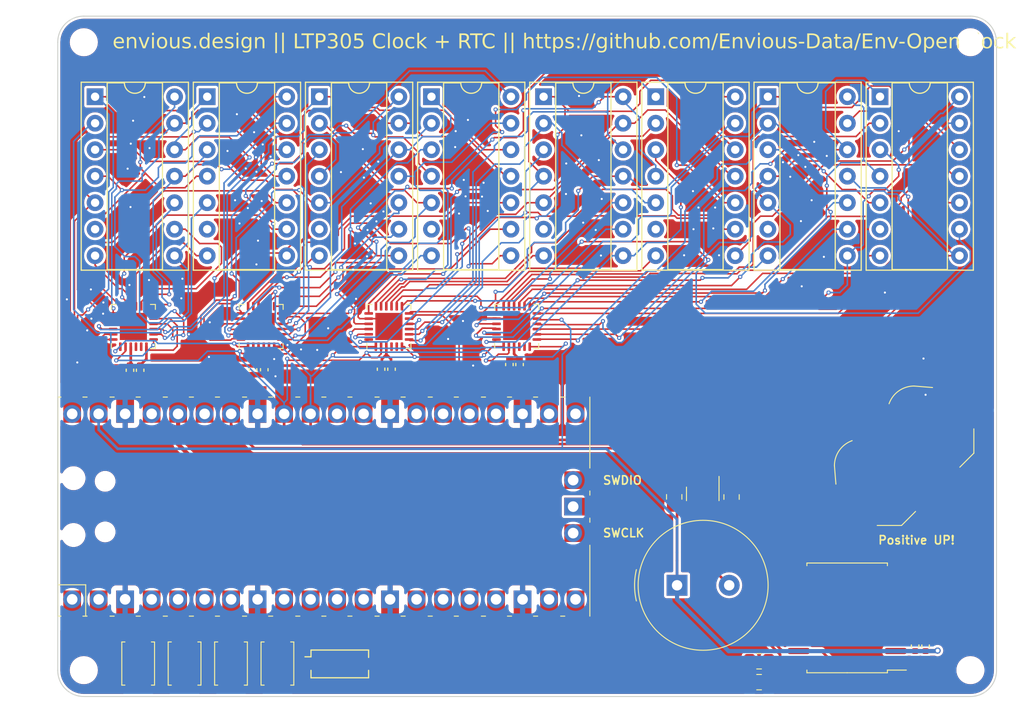
<source format=kicad_pcb>
(kicad_pcb (version 20221018) (generator pcbnew)
  (layers (0 "F.Cu" signal) (31 "B.Cu" signal) (34 "B.Paste" user) (35 "F.Paste" user) (36 "B.SilkS" user "B.Silkscreen") (37 "F.SilkS" user "F.Silkscreen") (38 "B.Mask" user) (39 "F.Mask" user) (44 "Edge.Cuts" user))
  (net 0 "")
  (net 1 "+5V")
  (net 2 "GND")
  (net 3 "I2C_SCL")
  (net 6 "IC1R1")
  (net 7 "IC1R2")
  (net 8 "IC1R3")
  (net 9 "IC1R4")
  (net 10 "IC1R5")
  (net 11 "IC1R6")
  (net 12 "IC1R7")
  (net 13 "IC1R8")
  (net 14 "IC1C8")
  (net 15 "IC1C7")
  (net 16 "IC1C6")
  (net 17 "IC1C5")
  (net 18 "IC1C4")
  (net 19 "IC1C3")
  (net 20 "IC1C2")
  (net 21 "IC1C1")
  (net 24 "IC2R1")
  (net 25 "IC2R2")
  (net 26 "IC2R3")
  (net 27 "IC2R4")
  (net 28 "IC2R5")
  (net 29 "IC2R6")
  (net 30 "IC2R7")
  (net 31 "IC2R8")
  (net 32 "IC2C8")
  (net 33 "IC2C7")
  (net 34 "IC2C6")
  (net 35 "IC2C5")
  (net 36 "IC2C4")
  (net 37 "IC2C3")
  (net 38 "IC2C2")
  (net 39 "IC2C1")
  (net 42 "IC3R1")
  (net 43 "IC3R2")
  (net 44 "IC3R3")
  (net 45 "IC3R4")
  (net 46 "IC3R5")
  (net 47 "IC3R6")
  (net 48 "IC3R7")
  (net 49 "IC3R8")
  (net 50 "IC3C8")
  (net 51 "IC3C7")
  (net 52 "IC3C6")
  (net 53 "IC3C5")
  (net 54 "IC3C4")
  (net 55 "IC3C3")
  (net 56 "IC3C2")
  (net 57 "IC3C1")
  (net 60 "IC4R1")
  (net 61 "IC4R2")
  (net 62 "IC4R3")
  (net 63 "IC4R4")
  (net 64 "IC4R5")
  (net 65 "IC4R6")
  (net 66 "IC4R7")
  (net 67 "IC4R8")
  (net 68 "IC4C8")
  (net 69 "IC4C7")
  (net 70 "IC4C6")
  (net 71 "IC4C5")
  (net 72 "IC4C4")
  (net 73 "IC4C3")
  (net 74 "IC4C2")
  (net 75 "IC4C1")
  (net 76 "GPIO6")
  (net 93 "Net-(BZ1-+)")
  (net 95 "+3V3")
  (net 101 "Net-(BT1-+)")
  (net 103 "Net-(Q1-B)")
  (net 104 "Buzzer GPIO")
  (net 105 "I2C_SDA")
  (net 106 "GPIO2")
  (net 107 "GPIO3")
  (net 108 "GPIO4")
  (net 109 "GPIO5")
  (footprint "Buzzer_Beeper:Buzzer_TDK_PS1240P02BT_D12.2mm_H6.5mm" (layer "F.Cu") (at 144.3736 112.0629)
    (fp_text reference "BZ1")
    (fp_text value "Buzzer 12.2Mm")
  )
  (footprint "Resistor_SMD:R_0805_2012Metric" (layer "F.Cu") (at 152.2375 119.35)
    (fp_text reference "R1")
    (fp_text value "0805 10K")
  )
  (footprint "Package_DFN_QFN:QFN-24-1EP_4x4mm_P0.5mm_EP2.6x2.6mm" (layer "F.Cu") (at 129 87.25 90)
    (fp_text reference "IC4")
    (fp_text value "IS31FL3730-QFLS2-TR")
  )
  (footprint "Button_Switch_SMD:SW_Push_SPST_NO_Alps_SKRK" (layer "F.Cu") (at 97.16 119.566 -90)
    (fp_text reference "SW2")
    (fp_text value "SKRK")
  )
  (footprint "MountingHole:MountingHole_2.2mm_M2" (layer "F.Cu") (at 87.5 60)
    (fp_text reference "H4")
    (fp_text value "MountingHole")
  )
  (footprint "Button_Switch_SMD:SW_Push_SPST_NO_Alps_SKRK" (layer "F.Cu") (at 101.61 119.566 -90)
    (fp_text reference "SW3")
    (fp_text value "SKRK")
  )
  (footprint "Package_DIP:DIP-14_W7.62mm_Socket" (layer "F.Cu") (at 110.08 65.225)
    (fp_text reference "M3")
    (fp_text value "Dip-14 Socket")
  )
  (footprint "Capacitor_SMD:C_0402_1005Metric" (layer "F.Cu") (at 117 91.35 -90)
    (fp_text reference "C6")
    (fp_text value "0402 1uF")
  )
  (footprint "MCU_RaspberryPi_and_Boards:RPi_Pico_SMD_TH" (layer "F.Cu") (at 110.5124 104.521 90)
    (fp_text reference "U1")
    (fp_text value "Raspberry Pi Pico")
  )
  (footprint "Button_Switch_SMD:SW_Push_SPST_NO_Alps_SKRK" (layer "F.Cu") (at 106.06 119.566 -90)
    (fp_text reference "SW4")
    (fp_text value "SKRK")
  )
  (footprint "Capacitor_SMD:C_0402_1005Metric" (layer "F.Cu") (at 103.725 91.4 -90)
    (fp_text reference "C3")
    (fp_text value "0402 0.1uF")
  )
  (footprint "MountingHole:MountingHole_2.2mm_M2" (layer "F.Cu") (at 87.5 120.2)
    (fp_text reference "H2")
    (fp_text value "MountingHole")
  )
  (footprint "Capacitor_SMD:C_0402_1005Metric" (layer "F.Cu") (at 92.9 91.45 -90)
    (fp_text reference "C2")
    (fp_text value "0402 1uF")
  )
  (footprint "Package_DIP:DIP-14_W7.62mm_Socket" (layer "F.Cu") (at 120.83 65.225)
    (fp_text reference "M4")
    (fp_text value "Dip-14 Socket")
  )
  (footprint "Package_DIP:DIP-14_W7.62mm_Socket" (layer "F.Cu") (at 153.08 65.225)
    (fp_text reference "M7")
    (fp_text value "Dip-14 Socket")
  )
  (footprint "MountingHole:MountingHole_2.2mm_M2" (layer "F.Cu") (at 172.5 120.2)
    (fp_text reference "H1")
    (fp_text value "MountingHole")
  )
  (footprint "Package_SO:SOIC-16W_7.5x10.3mm_P1.27mm" (layer "F.Cu") (at 160.6804 115.189 180)
    (fp_text reference "U3")
    (fp_text value "DS3231M")
  )
  (footprint "Package_DIP:DIP-14_W7.62mm_Socket" (layer "F.Cu") (at 163.83 65.225)
    (fp_text reference "M8")
    (fp_text value "Dip-14 Socket")
  )
  (footprint "Button_Switch_SMD:SW_Push_SPST_NO_Alps_SKRK" (layer "F.Cu") (at 92.71 119.566 -90)
    (fp_text reference "SW1")
    (fp_text value "SKRK")
  )
  (footprint "Capacitor_SMD:C_0402_1005Metric" (layer "F.Cu") (at 91.925 91.45 -90)
    (fp_text reference "C1")
    (fp_text value "0402 0.1uF")
  )
  (footprint "Capacitor_SMD:C_0402_1005Metric" (layer "F.Cu") (at 129.275 90.9 -90)
    (fp_text reference "C8")
    (fp_text value "0402 1uF")
  )
  (footprint "Capacitor_SMD:C_0402_1005Metric" (layer "F.Cu") (at 168.2 117.895 90)
    (fp_text reference "C10")
    (fp_text value "0402 1uF")
  )
  (footprint "Package_DFN_QFN:QFN-24-1EP_4x4mm_P0.5mm_EP2.6x2.6mm" (layer "F.Cu") (at 104.5 87.25 90)
    (fp_text reference "IC2")
    (fp_text value "IS31FL3730-QFLS2-TR")
  )
  (footprint "Button_Switch_SMD:SW_DIP_SPSTx01_Slide_Copal_CHS-01A_W5.08mm_P1.27mm_JPin" (layer "F.Cu") (at 112.04 119.6)
    (fp_text reference "SW5")
    (fp_text value "DIP SPST W5.08mm_P1.27mm")
  )
  (footprint "Capacitor_SMD:C_0402_1005Metric" (layer "F.Cu") (at 128.3 90.9 -90)
    (fp_text reference "C7")
    (fp_text value "0402 0.1uF")
  )
  (footprint "Capacitor_SMD:C_0402_1005Metric" (layer "F.Cu") (at 167.2 117.895 90)
    (fp_text reference "C9")
    (fp_text value "0402 0.1uF")
  )
  (footprint "Battery:BatteryHolder_LINX_BAT-HLD-012-SMT" (layer "F.Cu") (at 166.25 99.75 -135)
    (fp_text reference "BT1")
    (fp_text value "HLD-012")
  )
  (footprint "Resistor_SMD:R_0805_2012Metric" (layer "F.Cu") (at 149.6 103.6 -90)
    (fp_text reference "R4")
    (fp_text value "0805 1K")
  )
  (footprint "Package_DIP:DIP-14_W7.62mm_Socket" (layer "F.Cu") (at 142.33 65.225)
    (fp_text reference "M6")
    (fp_text value "Dip-14 Socket")
  )
  (footprint "Capacitor_SMD:C_0402_1005Metric" (layer "F.Cu") (at 104.8 91.4 -90)
    (fp_text reference "C4")
    (fp_text value "0402 1uF")
  )
  (footprint "Resistor_SMD:R_0805_2012Metric" (layer "F.Cu") (at 152.2375 121.35)
    (fp_text reference "R2")
    (fp_text value "0805 10K")
  )
  (footprint "Package_TO_SOT_SMD:SOT-23" (layer "F.Cu") (at 146.8374 103.3 -90)
    (fp_text reference "Q1")
    (fp_text value "2SC1815")
  )
  (footprint "Resistor_SMD:R_0805_2012Metric" (layer "F.Cu") (at 144.1 103.5875 90)
    (fp_text reference "R3")
    (fp_text value "0805 1K")
  )
  (footprint "Package_DFN_QFN:QFN-24-1EP_4x4mm_P0.5mm_EP2.6x2.6mm" (layer "F.Cu") (at 116.75 87.25 90)
    (fp_text reference "IC3")
    (fp_text value "IS31FL3730-QFLS2-TR")
  )
  (footprint "Package_DIP:DIP-14_W7.62mm_Socket" (layer "F.Cu") (at 99.33 65.225)
    (fp_text reference "M2")
    (fp_text value "Dip-14 Socket")
  )
  (footprint "Package_DIP:DIP-14_W7.62mm_Socket" (layer "F.Cu") (at 88.58 65.225)
    (fp_text reference "M1")
    (fp_text value "Dip-14 Socket")
  )
  (footprint "Capacitor_SMD:C_0402_1005Metric" (layer "F.Cu") (at 116 91.35 -90)
    (fp_text reference "C5")
    (fp_text value "0402 0.1uF")
  )
  (footprint "MountingHole:MountingHole_2.2mm_M2" (layer "F.Cu") (at 172.5 60)
    (fp_text reference "H3")
    (fp_text value "MountingHole")
  )
  (footprint "Package_DFN_QFN:QFN-24-1EP_4x4mm_P0.5mm_EP2.6x2.6mm" (layer "F.Cu") (at 92.25 87.25 90)
    (fp_text reference "IC1")
    (fp_text value "IS31FL3730-QFLS2-TR")
  )
  (footprint "Package_DIP:DIP-14_W7.62mm_Socket" (layer "F.Cu") (at 131.58 65.225)
    (fp_text reference "M5")
    (fp_text value "Dip-14 Socket")
  )
  (gr_line (start 87.5 57.5) (end 172.5 57.5) (stroke (width 0.1)) (layer "Edge.Cuts"))
  (gr_arc (start 175 120.225) (mid 174.267767 121.992767) (end 172.5 122.725) (stroke (width 0.1)) (layer "Edge.Cuts"))
  (gr_arc (start 87.5 122.725) (mid 85.732233 121.992767) (end 85 120.225) (stroke (width 0.1)) (layer "Edge.Cuts"))
  (gr_line (start 172.5 122.725) (end 87.5 122.725) (stroke (width 0.1)) (layer "Edge.Cuts"))
  (gr_arc (start 85 60) (mid 85.732233 58.232233) (end 87.5 57.5) (stroke (width 0.1)) (layer "Edge.Cuts"))
  (gr_line (start 175 60) (end 175 120.225) (stroke (width 0.1)) (layer "Edge.Cuts"))
  (gr_arc (start 172.5 57.5) (mid 174.267767 58.232233) (end 175 60) (stroke (width 0.1)) (layer "Edge.Cuts"))
  (gr_line (start 85 120.225) (end 85 60) (stroke (width 0.1)) (layer "Edge.Cuts"))
  (gr_text "envious.design || LTP305 Clock + RTC || https://github.com/Envious-Data/Env-OpenClock\n" (at 90.25 60) (layer "F.SilkS") (effects (font (size 1.4 1.4) (thickness 0.15625)) (justify left)))
  (gr_text "Positive UP!" (at 163.576 108.204) (layer "F.SilkS") (effects (font (size 0.8 0.8) (thickness 0.15) bold) (justify left bottom)))
  (segment (start 167.2 118.375) (end 165.341 118.375) (width 0.25) (layer "F.Cu") (net 1))
  (segment (start 144.374 104.774) (end 144.1 104.5) (width 0.25) (layer "F.Cu") (net 1))
  (segment (start 116.075 90.87) (end 116.075 90.375) (width 0.25) (layer "F.Cu") (net 1))
  (segment (start 124.002 91.525) (end 127.18 91.525) (width 0.25) (layer "F.Cu") (net 1))
  (segment (start 118.688 86.5) (end 118.6875 86.5) (width 0.15) (layer "F.Cu") (net 1))
  (segment (start 144.374 109.705) (end 144.374 104.774) (width 0.25) (layer "F.Cu") (net 1))
  (segment (start 165.3304 118.364) (end 165.33 118.364) (width 0.4) (layer "F.Cu") (net 1))
  (segment (start 96.45 89.15) (end 96.45 87.175) (width 0.15) (layer "F.Cu") (net 1))
  (segment (start 104.7 91) (end 104.8 91) (width 0.25) (layer "F.Cu") (net 1))
  (segment (start 96.0813 89.5187) (end 96.45 89.15) (width 0.15) (layer "F.Cu") (net 1))
  (segment (start 144.374 112.0629) (end 144.374 110.884) (width 0.25) (layer "F.Cu") (net 1))
  (segment (start 92 89.1875) (end 92 90.375) (width 0.25) (layer "F.Cu") (net 1))
  (segment (start 92.9 90.97) (end 92.92 90.99) (width 0.15) (layer "F.Cu") (net 1))
  (segment (start 103.725 90.475) (end 104.25 89.95) (width 0.25) (layer "F.Cu") (net 1))
  (segment (start 104.7 90.415) (end 104.715 90.4) (width 0.25) (layer "F.Cu") (net 1))
  (segment (start 116 90.87) (end 116.075 90.87) (width 0.15) (layer "F.Cu") (net 1))
  (segment (start 133.296 86.605) (end 131.042 86.605) (width 0.15) (layer "F.Cu") (net 1))
  (segment (start 88.9224 95.631) (end 88.9224 92.2776) (width 0.25) (layer "F.Cu") (net 1))
  (segment (start 169.311 118.364) (end 165.3304 118.364) (width 0.4) (layer "F.Cu") (net 1))
  (segment (start 144.374 110.884) (end 144.374 112.0629) (width 0.15) (layer "F.Cu") (net 1))
  (segment (start 128.0053 90.6997) (end 128.33 90.375) (width 0.25) (layer "F.Cu") (net 1))
  (segment (start 128.0203 90.6997) (end 128.3 90.42) (width 0.15) (layer "F.Cu") (net 1))
  (segment (start 91.925 91) (end 92 91) (width 0.25) (layer "F.Cu") (net 1))
  (segment (start 104.25 89.8254) (end 104.25 89.65) (width 0.25) (layer "F.Cu") (net 1))
  (segment (start 128.0053 90.6997) (end 128.0203 90.6997) (width 0.15) (layer "F.Cu") (net 1))
  (segment (start 116.95 90.87) (end 116.95 91) (width 0.25) (layer "F.Cu") (net 1))
  (segment (start 116.075 91) (end 116.95 91) (width 0.25) (layer "F.Cu") (net 1))
  (segment (start 168.2 118.375) (end 167.2 118.375) (width 0.25) (layer "F.Cu") (net 1))
  (segment (start 123.477 87.7898) (end 123.477 91) (width 0.15) (layer "F.Cu") (net 1))
  (segment (start 116.075 90.375) (end 116.5 89.95) (width 0.25) (layer "F.Cu") (net 1))
  (segment (start 92.92 90.99) (end 92.92 91) (width 0.15) (layer "F.Cu") (net 1))
  (segment (start 104.25 89.1875) (end 104.25 89.65) (width 0.25) (layer "F.Cu") (net 1))
  (segment (start 117 90.87) (end 116.95 90.87) (width 0.15) (layer "F.Cu") (net 1))
  (segment (start 92 91) (end 92.92 91) (width 0.25) (layer "F.Cu") (net 1))
  (segment (start 103.725 90.92) (end 103.725 90.475) (width 0.25) (layer "F.Cu") (net 1))
  (segment (start 103.725 91) (end 103.725 90.92) (width 0.25) (layer "F.Cu") (net 1))
  (segment (start 116.5 89.95) (end 116.5 89.925) (width 0.25) (layer "F.Cu") (net 1))
  (segment (start 106.675 89.875) (end 106.925 89.875) (width 0.15) (layer "F.Cu") (net 1))
  (segment (start 116.075 91) (end 116.075 90.87) (width 0.25) (layer "F.Cu") (net 1))
  (segment (start 106.438 86.5) (end 106.4375 86.5) (width 0.15) (layer "F.Cu") (net 1))
  (segment (start 165.341 118.375) (end 165.33 118.364) (width 0.25) (layer "F.Cu") (net 1))
  (segment (start 108.134 86.3085) (end 107.072 86.3085) (width 0.15) (layer "F.Cu") (net 1))
  (segment (start 106.275 91) (end 106.275 90.275) (width 0.15) (layer "F.Cu") (net 1))
  (segment (start 92.9 90.97) (end 93.5 90.37) (width 0.25) (layer "F.Cu") (net 1))
  (segment (start 144.374 112.0629) (end 144.374 112.063) (width 0.15) (layer "F.Cu") (net 1))
  (segment (start 119.01 86.5) (end 119.36 86.1501) (width 0.15) (layer "F.Cu") (net 1))
  (segment (start 118.688 86.5) (end 119.01 86.5) (width 0.15) (layer "F.Cu") (net 1))
  (segment (start 116.95 91) (end 123.477 91) (width 0.25) (layer "F.Cu") (net 1))
  (segment (start 104.25 89.935) (end 104.25 89.8254) (width 0.25) (layer "F.Cu") (net 1))
  (segment (start 90.2 91) (end 91.925 91) (width 0.25) (layer "F.Cu") (net 1))
  (segment (start 130.9375 86.5) (end 130.99 86.5525) (width 0.15) (layer "F.Cu") (net 1))
  (segment (start 119.36 86.1501) (end 121.837 86.1501) (width 0.15) (layer "F.Cu") (net 1))
  (segment (start 106.275 91) (end 116.075 91) (width 0.25) (layer "F.Cu") (net 1))
  (segment (start 144.374 110.884) (end 144.374 109.705) (width 0.25) (layer "F.Cu") (net 1))
  (segment (start 104.25 89.95) (end 104.25 89.935) (width 0.25) (layer "F.Cu") (net 1))
  (segment (start 128.33 90.375) (end 129.23 90.375) (width 0.25) (layer "F.Cu") (net 1))
  (segment (start 107.072 86.3085) (end 106.88 86.5) (width 0.15) (layer "F.Cu") (net 1))
  (segment (start 104.8 90.92) (end 104.8 91) (width 0.15) (layer "F.Cu") (net 1))
  (segment (start 169.35 118.325) (end 169.311 118.364) (width 0.4) (layer "F.Cu") (net 1))
  (segment (start 92 89.1875) (end 92 90.895) (width 0.25) (layer "F.Cu") (net 1))
  (segment (start 116.5 89.925) (end 116.95 90.375) (width 0.25) (layer "F.Cu") (net 1))
  (segment (start 93.5736 89.5187) (end 96.0813 89.5187) (width 0.15) (layer "F.Cu") (net 1))
  (segment (start 121.837 86.1501) (end 123.477 87.7898) (width 0.15) (layer "F.Cu") (net 1))
  (segment (start 103.725 91) (end 104.7 91) (width 0.25) (layer "F.Cu") (net 1))
  (segment (start 106.275 90.275) (end 106.675 89.875) (width 0.15) (layer "F.Cu") (net 1))
  (segment (start 104.8 91) (end 106.275 91) (width 0.25) (layer "F.Cu") (net 1))
  (segment (start 108.725 86.9) (end 108.134 86.3085) (width 0.15) (layer "F.Cu") (net 1))
  (segment (start 88.9224 92.2776) (end 90.2 91) (width 0.25) (layer "F.Cu") (net 1))
  (segment (start 96.45 87.175) (end 95.775 86.5) (width 0.15) (layer "F.Cu") (net 1))
  (segment (start 123.477 91) (end 124.002 91.525) (width 0.25) (layer "F.Cu") (net 1))
  (segment (start 128.75 89.885) (end 128.75 89.1875) (width 0.25) (layer "F.Cu") (net 1))
  (segment (start 129.24 90.375) (end 128.75 89.885) (width 0.25) (layer "F.Cu") (net 1))
  (segment (start 93.5 90.37) (end 93.5 89.4451) (width 0.25) (layer "F.Cu") (net 1))
  (segment (start 104.715 90.4) (end 104.25 89.935) (width 0.25) (layer "F.Cu") (net 1))
  (segment (start 127.18 91.525) (end 128.0053 90.6997) (width 0.25) (layer "F.Cu") (net 1))
  (segment (start 92 90.895) (end 91.925 90.97) (width 0.25) (layer "F.Cu") (net 1))
  (segment (start 92 90.375) (end 92 91) (width 0.25) (layer "F.Cu") (net 1))
  (segment (start 92.92 91) (end 93.3 91) (width 0.25) (layer "F.Cu") (net 1))
  (segment (start 93.5 89.4451) (end 93.5736 89.5187) (width 0.15) (layer "F.Cu") (net 1))
  (segment (start 116.95 90.375) (end 116.95 90.87) (width 0.25) (layer "F.Cu") (net 1))
  (segment (start 93.3 91) (end 103.725 91) (width 0.25) (layer "F.Cu") (net 1))
  (segment (start 106.925 89.875) (end 108.725 88.075) (width 0.15) (layer "F.Cu") (net 1))
  (segment (start 144.3736 112.0629) (end 144.374 112.0629) (width 0.15) (layer "F.Cu") (net 1))
  (segment (start 116.5 89.925) (end 116.5 89.1875) (width 0.25) (layer "F.Cu") (net 1))
  (segment (start 91.925 90.97) (end 91.925 91) (width 0.15) (layer "F.Cu") (net 1))
  (segment (start 144.374 109.705) (end 144.374 110.884) (width 0.15) (layer "F.Cu") (net 1))
  (segment (start 106.88 86.5) (end 106.438 86.5) (width 0.15) (layer "F.Cu") (net 1))
  (segment (start 104.7 91) (end 104.7 90.415) (width 0.25) (layer "F.Cu") (net 1))
  (segment (start 129.23 90.375) (end 129.24 90.375) (width 0.25) (layer "F.Cu") (net 1))
  (segment (start 129.23 90.375) (end 129.275 90.42) (width 0.15) (layer "F.Cu") (net 1))
  (segment (start 108.725 88.075) (end 108.725 86.9) (width 0.15) (layer "F.Cu") (net 1))
  (segment (start 93.5 89.4451) (end 93.5 89.1875) (width 0.25) (layer "F.Cu") (net 1))
  (segment (start 144.374 112.063) (end 144.374 112.0629) (width 0.25) (layer "F.Cu") (net 1))
  (segment (start 95.775 86.5) (end 94.1875 86.5) (width 0.15) (layer "F.Cu") (net 1))
  (segment (start 131.042 86.605) (end 130.99 86.5525) (width 0.15) (layer "F.Cu") (net 1))
  (via (at 133.296 86.605) (size 0.4) (drill 0.2) (layers "F.Cu" "B.Cu") (net 1))
  (via (at 169.35 118.325) (size 0.6) (drill 0.35) (layers "F.Cu" "B.Cu") (net 1))
  (segment (start 144.374 108.906) (end 144.374 112.063) (width 0.15) (layer "B.Cu") (net 1))
  (segment (start 90.75 98.975) (end 88.9224 97.1474) (width 0.25) (layer "B.Cu") (net 1))
  (segment (start 144.374 112.063) (end 144.374 113.424) (width 0.4) (layer "B.Cu") (net 1))
  (segment (start 144.3736 112.0629) (end 144.3739 112.0629) (width 0.15) (layer "B.Cu") (net 1))
  (segment (start 133.372 98.975) (end 133.372 89.9343) (width 0.15) (layer "B.Cu") (net 1))
  (segment (start 169.3 118.375) (end 169.35 118.325) (width 0.4) (layer "B.Cu") (net 1))
  (segment (start 133.372 98.975) (end 90.75 98.975) (width 0.25) (layer "B.Cu") (net 1))
  (segment (start 88.9224 97.1474) (end 88.9224 95.631) (width 0.25) (layer "B.Cu") (net 1))
  (segment (start 144.3739 112.0629) (end 144.374 112.063) (width 0.15) (layer "B.Cu") (net 1))
  (segment (start 144.374 113.424) (end 149.325 118.375) (width 0.4) (layer "B.Cu") (net 1))
  (segment (start 149.325 118.375) (end 169.3 118.375) (width 0.4) (layer "B.Cu") (net 1))
  (segment (start 144.374 112.063) (end 144.374 108.906) (width 0.25) (layer "B.Cu") (net 1))
  (segment (start 133.372 89.9343) (end 134.175 89.1315) (width 0.15) (layer "B.Cu") (net 1))
  (segment (start 144.374 105.749) (end 137.6 98.975) (width 0.25) (layer "B.Cu") (net 1))
  (segment (start 134.175 87.4843) (end 133.296 86.605) (width 0.15) (layer "B.Cu") (net 1))
  (segment (start 137.6 98.975) (end 133.372 98.975) (width 0.25) (layer "B.Cu") (net 1))
  (segment (start 144.374 108.906) (end 144.374 105.749) (width 0.25) (layer "B.Cu") (net 1))
  (segment (start 134.175 89.1315) (end 134.175 87.4843) (width 0.15) (layer "B.Cu") (net 1))
  (segment (start 124.375 90.55) (end 124.825 91) (width 0.15) (layer "F.Cu") (net 2))
  (segment (start 91.5 86.5) (end 92.25 87.25) (width 0.15) (layer "F.Cu") (net 2))
  (segment (start 124.375 86.8) (end 124.675 86.5) (width 0.15) (layer "F.Cu") (net 2))
  (segment (start 102.5625 86.5) (end 103.75 86.5) (width 0.15) (layer "F.Cu") (net 2))
  (segment (start 105.75 89.1875) (end 105.75 90.375) (width 0.15) (layer "F.Cu") (net 2))
  (segment (start 89.3232 85.7222) (end 88.175 84.574) (width 0.15) (layer "F.Cu") (net 2))
  (segment (start 124.375 88.825) (end 124.375 86.8) (width 0.15) (layer "F.Cu") (net 2))
  (segment (start 114.8125 86.5) (end 113.95 86.5) (width 0.15) (layer "F.Cu") (net 2))
  (segment (start 113.8 86.35) (end 113.8 84.8) (width 0.15) (layer "F.Cu") (net 2))
  (segment (start 89.35 86.025) (end 89.3232 85.9982) (width 0.15) (layer "F.Cu") (net 2))
  (segment (start 90.3125 86.5) (end 91.5 86.5) (width 0.15) (layer "F.Cu") (net 2))
  (segment (start 90.3125 86.5) (end 89.3232 86.5) (width 0.15) (layer "F.Cu") (net 2))
  (segment (start 88.175 84.574) (end 88.175 83.7) (width 0.15) (layer "F.Cu") (net 2))
  (segment (start 89.3232 86.5) (end 89.3232 86.0518) (width 0.15) (layer "F.Cu") (net 2))
  (segment (start 89.3232 85.9982) (end 89.3232 85.7222) (width 0.15) (layer "F.Cu") (net 2))
  (segment (start 116.75 87.25) (end 116 86.5) (width 0.15) (layer "F.Cu") (net 2))
  (segment (start 103.75 86.5) (end 104.5 87.25) (width 0.15) (layer "F.Cu") (net 2))
  (segment (start 127.0625 86.5) (end 128.25 86.5) (width 0.15) (layer "F.Cu") (net 2))
  (segment (start 113.95 86.5) (end 113.8 86.35) (width 0.15) (layer "F.Cu") (net 2))
  (segment (start 89.3232 86.0518) (end 89.35 86.025) (width 0.15) (layer "F.Cu") (net 2))
  (segment (start 102.562 86.5) (end 102.5625 86.5) (width 0.15) (layer "F.Cu") (net 2))
  (segment (start 116 86.5) (end 114.8125 86.5) (width 0.15) (layer "F.Cu") (net 2))
  (segment (start 124.675 86.5) (end 127.0625 86.5) (width 0.15) (layer "F.Cu") (net 2))
  (segment (start 128.25 86.5) (end 129 87.25) (width 0.15) (layer "F.Cu") (net 2))
  (segment (start 124.375 89.25) (end 124.375 90.55) (width 0.15) (layer "F.Cu") (net 2))
  (segment (start 124.375 88.825) (end 124.375 89.25) (width 0.15) (layer "F.Cu") (net 2))
  (segment (start 113.8 84.8) (end 113.6 84.6) (width 0.15) (layer "F.Cu") (net 2))
  (via (at 146.425 75.85) (size 0.4) (drill 0.2) (layers "F.Cu" "B.Cu") (net 2))
  (via (at 156 70.825) (size 0.4) (drill 0.2) (layers "F.Cu" "B.Cu") (net 2))
  (via (at 92 69.725) (size 0.4) (drill 0.2) (layers "F.Cu" "B.Cu") (net 2))
  (via (at 158.45 80.575) (size 0.4) (drill 0.2) (layers "F.Cu" "B.Cu") (net 2))
  (via (at 135.375 77.3) (size 0.4) (drill 0.2) (layers "F.Cu" "B.Cu") (net 2))
  (via (at 91.975 75.8) (size 0.4) (drill 0.2) (layers "F.Cu" "B.Cu") (net 2))
  (via (at 96.85 84.55) (size 0.4) (drill 0.2) (layers "F.Cu" "B.Cu") (net 2))
  (via (at 113.5 79.3) (size 0.4) (drill 0.2) (layers "F.Cu" "B.Cu") (net 2))
  (via (at 125.825 73.475) (size 0.4) (drill 0.2) (layers "F.Cu" "B.Cu") (net 2))
  (via (at 103.825 68.625) (size 0.4) (drill 0.2) (layers "F.Cu" "B.Cu") (net 2))
  (via (at 103.225 75.9) (size 0.4) (drill 0.2) (layers "F.Cu" "B.Cu") (net 2))
  (via (at 154.525 71.5) (size 0.4) (drill 0.2) (layers "F.Cu" "B.Cu") (net 2))
  (via (at 123.15 68.525) (size 0.4) (drill 0.2) (layers "F.Cu" "B.Cu") (net 2))
  (via (at 108.325 89.45) (size 0.4) (drill 0.2) (layers "F.Cu" "B.Cu") (net 2))
  (via (at 92.225 67.525) (size 0.4) (drill 0.2) (layers "F.Cu" "B.Cu") (net 2))
  (via (at 137.15 75.025) (size 0.4) (drill 0.2) (layers "F.Cu" "B.Cu") (net 2))
  (via (at 123.1 70.05) (size 0.4) (drill 0.2) (layers "F.Cu" "B.Cu") (net 2))
  (via (at 158.725 70.9) (size 0.4) (drill 0.2) (layers "F.Cu" "B.Cu") (net 2))
  (via (at 89.35 86.025) (size 0.4) (drill 0.2) (layers "F.Cu" "B.Cu") (net 2))
  (via (at 124.325 67.45) (size 0.4) (drill 0.2) (layers "F.Cu" "B.Cu") (net 2))
  (via (at 115 75.45) (size 0.4) (drill 0.2) (layers "F.Cu" "B.Cu") (net 2))
  (via (at 148.4 80.425) (size 0.4) (drill 0.2) (layers "F.Cu" "B.Cu") (net 2))
  (via (at 156.675 71.95) (size 0.4) (drill 0.2) (layers "F.Cu" "B.Cu") (net 2))
  (via (at 97.575 88) (size 0.4) (drill 0.2) (layers "F.Cu" "B.Cu") (net 2))
  (via (at 105.75 90.375) (size 0.4) (drill 0.2) (layers "F.Cu" "B.Cu") (net 2))
  (via (at 91.875 83.275) (size 0.4) (drill 0.2) (layers "F.Cu" "B.Cu") (net 2))
  (via (at 133.75 71.625) (size 0.4) (drill 0.2) (layers "F.Cu" "B.Cu") (net 2))
  (via (at 124.1 74.775) (size 0.4) (drill 0.2) (layers "F.Cu" "B.Cu") (net 2))
  (via (at 105.4 70.975) (size 0.4) (drill 0.2) (layers "F.Cu" "B.Cu") (net 2))
  (via (at 122.425 88.45) (size 0.4) (drill 0.2) (layers "F.Cu" "B.Cu") (net 2))
  (via (at 114.7 78) (size 0.4) (drill 0.2) (layers "F.Cu" "B.Cu") (net 2))
  (via (at 103.025 72.1) (size 0.4) (drill 0.2) (layers "F.Cu" "B.Cu") (net 2))
  (via (at 99.5 90.175) (size 0.4) (drill 0.2) (layers "F.Cu" "B.Cu") (net 2))
  (via (at 168.2 93.8) (size 0.4) (drill 0.2) (layers "F.Cu" "B.Cu") (net 2))
  (via (at 147.85 77.85) (size 0.4) (drill 0.2) (layers "F.Cu" "B.Cu") (net 2))
  (via (at 165.625 68.525) (size 0.4) (drill 0.2) (layers "F.Cu" "B.Cu") (net 2))
  (via (at 104.2 79.025) (size 0.4) (drill 0.2) (layers "F.Cu" "B.Cu") (net 2))
  (via (at 123.475 76.425) (size 0.4) (drill 0.2) (layers "F.Cu" "B.Cu") (net 2))
  (via (at 109.875 89.5) (size 0.4) (drill 0.2) (layers "F.Cu" "B.Cu") (net 2))
  (via (at 99.575 86.85) (size 0.4) (drill 0.2) (layers "F.Cu" "B.Cu") (net 2))
  (via (at 136.875 71.3) (size 0.4) (drill 0.2) (layers "F.Cu" "B.Cu") (net 2))
  (via (at 145.05 80.425) (size 0.4) (drill 0.2) (layers "F.Cu" "B.Cu") (net 2))
  (via (at 85.875 84.65) (size 0.4) (drill 0.2) (layers "F.Cu" "B.Cu") (net 2))
  (via (at 104.05 81.3) (size 0.4) (drill 0.2) (layers "F.Cu" "B.Cu") (net 2))
  (via (at 93.75 82.8) (size 0.4) (drill 0.2) (layers "F.Cu" "B.Cu") (net 2))
  (via (at 87.825 87.625) (size 0.4) (drill 0.2) (layers "F.Cu" "B.Cu") (net 2))
  (via (at 110.925 87.425) (size 0.4) (drill 0.2) (layers "F.Cu" "B.Cu") (net 2))
  (via (at 114.25 70.25) (size 0.4) (drill 0.2) (layers "F.Cu" "B.Cu") (net 2))
  (via (at 115.55 77.175) (size 0.4) (drill 0.2) (layers "F.Cu" "B.Cu") (net 2))
  (via (at 102.175 66.9) (size 0.4) (drill 0.2) (layers "F.Cu" "B.Cu") (net 2))
  (via (at 113.6 84.6) (size 0.4) (drill 0.2) (layers "F.Cu" "B.Cu") (net 2))
  (via (at 115.725 71.45) (size 0.4) (drill 0.2) (layers "F.Cu" "B.Cu") (net 2))
  (via (at 156.325 83.4) (size 0.4) (drill 0.2) (layers "F.Cu" "B.Cu") (net 2))
  (via (at 104 71.025) (size 0.4) (drill 0.2) (layers "F.Cu" "B.Cu") (net 2))
  (via (at 114.65 80.525) (size 0.4) (drill 0.2) (layers "F.Cu" "B.Cu") (net 2))
  (via (at 123.925 73.2) (size 0.4) (drill 0.2) (layers "F.Cu" "B.Cu") (net 2))
  (via (at 134.975 65.15) (size 0.4) (drill 0.2) (layers "F.Cu" "B.Cu") (net 2))
  (via (at 91.7 72.125) (size 0.4) (drill 0.2) (layers "F.Cu" "B.Cu") (net 2))
  (via (at 126.225 76.175) (size 0.4) (drill 0.2) (layers "F.Cu" "B.Cu") (net 2))
  (via (at 112.15 72.45) (size 0.4) (drill 0.2) (layers "F.Cu" "B.Cu") (net 2))
  (via (at 135.2 68.925) (size 0.4) (drill 0.2) (layers "F.Cu" "B.Cu") (net 2))
  (via (at 89.375 84.95) (size 0.4) (drill 0.2) (layers "F.Cu" "B.Cu") (net 2))
  (via (at 107.025 89.025) (size 0.4) (drill 0.2) (layers "F.Cu" "B.Cu") (net 2))
  (via (at 155.225 72.9) (size 0.4) (drill 0.2) (layers "F.Cu" "B.Cu") (net 2))
  (via (at 164.3 84) (size 0.4) (drill 0.2) (layers "F.Cu" "B.Cu") (net 2))
  (via (at 113.325 81.8) (size 0.4) (drill 0.2) (layers "F.Cu" "B.Cu") (net 2))
  (via (at 88.225 86.5) (size 0.4) (drill 0.2) (layers "F.Cu" "B.Cu") (net 2))
  (via (at 96.95 82.675) (size 0.4) (drill 0.2) (layers "F.Cu" "B.Cu") (net 2))
  (via (at 145.9 74.275) (size 0.4) (drill 0.2) (layers "F.Cu" "B.Cu") (net 2))
  (via (at 114.35 72.975) (size 0.4) (drill 0.2) (layers "F.Cu" "B.Cu") (net 2))
  (via (at 104.05 72.425) (size 0.4) (drill 0.2) (layers "F.Cu" "B.Cu") (net 2))
  (via (at 124.825 91) (size 0.4) (drill 0.2) (layers "F.Cu" "B.Cu") (net 2))
  (via (at 168 90.325) (size 0.4) (drill 0.2) (layers "F.Cu" "B.Cu") (net 2))
  (via (at 102.425 77.375) (size 0.4) (drill 0.2) (layers "F.Cu" "B.Cu") (net 2))
  (via (at 136.575 78) (size 0.4) (drill 0.2) (layers "F.Cu" "B.Cu") (net 2))
  (via (at 105.875 92.025) (size 0.4) (drill 0.2) (layers "F.Cu" "B.Cu") (net 2))
  (via (at 156.25 77.15) (size 0.4) (drill 0.2) (layers "F.Cu" "B.Cu") (net 2))
  (via (at 93.3 65.25) (size 0.4) (drill 0.2) (layers "F.Cu" "B.Cu") (net 2))
  (via (at 102 75.15) (size 0.4) (drill 0.2) (layers "F.Cu" "B.Cu") (net 2))
  (via (at 157.275 75.15) (size 0.4) (drill 0.2) (layers "F.Cu" "B.Cu") (net 2))
  (via (at 145.95 77.925) (size 0.4) (drill 0.2) (layers "F.Cu" "B.Cu") (net 2))
  (via (at 157.525 69.55) (size 0.4) (drill 0.2) (layers "F.Cu" "B.Cu") (net 2))
  (via (at 93.8 70.15) (size 0.4) (drill 0.2) (layers "F.Cu" "B.Cu") (net 2))
  (via (at 125.675 74.8) (size 0.4) (drill 0.2) (layers "F.Cu" "B.Cu") (net 2))
  (via (at 104.55 75.225) (size 0.4) (drill 0.2) (layers "F.Cu" "B.Cu") (net 2))
  (via (at 88.175 83.7) (size 0.4) (drill 0.2) (layers "F.Cu" "B.Cu") (net 2))
  (via (at 104.65 69.8) (size 0.4) (drill 0.2) (layers "F.Cu" "B.Cu") (net 2))
  (via (at 133.725 74.55) (size 0.4) (drill 0.2) (layers "F.Cu" "B.Cu") (net 2))
  (via (at 137.075 80.45) (size 0.4) (drill 0.2) (layers "F.Cu" "B.Cu") (net 2))
  (via (at 123.85 86.725) (size 0.4) (drill 0.2) (layers "F.Cu" "B.Cu") (net 2))
  (via (at 116.225 76.225) (size 0.4) (drill 0.2) (layers "F.Cu" "B.Cu") (net 2))
  (via (at 86.875 90.7) (size 0.4) (drill 0.2) (layers "F.Cu" "B.Cu") (net 2))
  (via (at 101.275 70.425) (size 0.4) (drill 0.2) (layers "F.Cu" "B.Cu") (net 2))
  (via (at 148.025 75.85) (size 0.4) (drill 0.2) (layers "F.Cu" "B.Cu") (net 2))
  (segment (start 88.775 86.025) (end 88.325 86.475) (width 0.15) (layer "B.Cu") (net 2))
  (segment (start 88.25 86.475) (end 88.225 86.5) (width 0.15) (layer "B.Cu") (net 2))
  (segment (start 89.35 86.025) (end 88.775 86.025) (width 0.15) (layer "B.Cu") (net 2))
  (segment (start 88.325 86.475) (end 88.25 86.475) (width 0.15) (layer "B.Cu") (net 2))
  (segment (start 153.65 119.35) (end 153.15 119.35) (width 0.25) (layer "F.Cu") (net 3))
  (segment (start 106.702 96.752) (end 108.475 98.525) (width 0.25) (layer "F.Cu") (net 3))
  (segment (start 114.504 89.8818) (end 114.504 89.8391) (width 0.15) (layer "F.Cu") (net 3))
  (segment (start 126.6245 90.5255) (end 126.05 90.5255) (width 0.15) (layer "F.Cu") (net 3))
  (segment (start 158.6 120.634) (end 158.284 120.95) (width 0.25) (layer "F.Cu") (net 3))
  (segment (start 133.709 88.8968) (end 133.419 89.1875) (width 0.15) (layer "F.Cu") (net 3))
  (segment (start 154.909 119.634) (end 156.0304 119.634) (width 0.25) (layer "F.Cu") (net 3))
  (segment (start 133.419 89.1875) (end 130.25 89.1875) (width 0.15) (layer "F.Cu") (net 3))
  (segment (start 116 89.875) (end 116 89.1875) (width 0.15) (layer "F.Cu") (net 3))
  (segment (start 107.152 90.4965) (end 113.889 90.4965) (width 0.15) (layer "F.Cu") (net 3))
  (segment (start 156.0304 119.634) (end 158.134 119.634) (width 0.25) (layer "F.Cu") (net 3))
  (segment (start 115.088 90.25) (end 115.625 90.25) (width 0.15) (layer "F.Cu") (net 3))
  (segment (start 102.673 89.8448) (end 102.448 89.6198) (width 0.15) (layer "F.Cu") (net 3))
  (segment (start 106.7024 95.631) (end 106.702 95.631) (width 0.15) (layer "F.Cu") (net 3))
  (segment (start 128.125 89.9) (end 127.25 89.9) (width 0.15) (layer "F.Cu") (net 3))
  (segment (start 154.25 118.7) (end 154.25 118.975) (width 0.25) (layer "F.Cu") (net 3))
  (segment (start 155.25 120.95) (end 153.65 119.35) (width 0.25) (layer "F.Cu") (net 3))
  (segment (start 127.25 89.9) (end 126.6245 90.5255) (width 0.15) (layer "F.Cu") (net 3))
  (segment (start 106.702 95.631) (end 106.702 95.6311) (width 0.15) (layer "F.Cu") (net 3))
  (segment (start 106.702 95.6311) (end 106.702 95.6312) (width 0.15) (layer "F.Cu") (net 3))
  (segment (start 158.284 120.95) (end 155.25 120.95) (width 0.25) (layer "F.Cu") (net 3))
  (segment (start 103.75 89.565) (end 103.47 89.8448) (width 0.15) (layer "F.Cu") (net 3))
  (segment (start 154.25 118.975) (end 154.909 119.634) (width 0.25) (layer "F.Cu") (net 3))
  (segment (start 152.175 101.225) (end 152.175 116.625) (width 0.25) (layer "F.Cu") (net 3))
  (segment (start 158.134 119.634) (end 158.6 120.1) (width 0.25) (layer "F.Cu") (net 3))
  (segment (start 113.889 90.4965) (end 114.504 89.8818) (width 0.15) (layer "F.Cu") (net 3))
  (segment (start 114.504 89.8391) (end 114.547 89.8391) (width 0.15) (layer "F.Cu") (net 3))
  (segment (start 149.475 98.525) (end 152.175 101.225) (width 0.25) (layer "F.Cu") (net 3))
  (segment (start 114.547 89.8391) (end 114.597 89.7886) (width 0.15) (layer "F.Cu") (net 3))
  (segment (start 91.5 89.6145) (end 90.6094 90.5051) (width 0.15) (layer "F.Cu") (net 3))
  (segment (start 128.25 89.1875) (end 128.25 89.775) (width 0.15) (layer "F.Cu") (net 3))
  (segment (start 103.75 89.1875) (end 103.75 89.565) (width 0.15) (layer "F.Cu") (net 3))
  (segment (start 114.597 89.7886) (end 114.612 89.7743) (width 0.15) (layer "F.Cu") (net 3))
  (segment (start 115.625 90.25) (end 116 89.875) (width 0.15) (layer "F.Cu") (net 3))
  (segment (start 108.475 98.525) (end 149.475 98.525) (width 0.25) (layer "F.Cu") (net 3))
  (segment (start 158.6 120.1) (end 158.6 120.634) (width 0.25) (layer "F.Cu") (net 3))
  (segment (start 91.5 89.1875) (end 91.5 89.6145) (width 0.15) (layer "F.Cu") (net 3))
  (segment (start 114.612 89.7743) (end 115.088 90.25) (width 0.15) (layer "F.Cu") (net 3))
  (segment (start 152.175 116.625) (end 154.25 118.7) (width 0.25) (layer "F.Cu") (net 3))
  (segment (start 103.47 89.8448) (end 102.673 89.8448) (width 0.15) (layer "F.Cu") (net 3))
  (segment (start 128.25 89.775) (end 128.125 89.9) (width 0.15) (layer "F.Cu") (net 3))
  (segment (start 107 90.3449) (end 107.152 90.4965) (width 0.15) (layer "F.Cu") (net 3))
  (segment (start 106.702 95.631) (end 106.702 96.752) (width 0.25) (layer "F.Cu") (net 3))
  (via (at 107 90.3449) (size 0.4) (drill 0.2) (layers "F.Cu" "B.Cu") (net 3))
  (via (at 102.448 89.6198) (size 0.4) (drill 0.2) (layers "F.Cu" "B.Cu") (net 3))
  (via (at 114.612 89.7743) (size 0.4) (drill 0.2) (layers "F.Cu" "B.Cu") (net 3))
  (via (at 133.709 88.8968) (size 0.4) (drill 0.2) (layers "F.Cu" "B.Cu") (net 3))
  (via (at 90.6094 90.5051) (size 0.4) (drill 0.2) (layers "F.Cu" "B.Cu") (net 3))
  (via (at 126.05 90.5255) (size 0.4) (drill 0.2) (layers "F.Cu" "B.Cu") (net 3))
  (segment (start 102.448 89.6198) (end 102.448 90.2993) (width 0.15) (layer "B.Cu") (net 3))
  (segment (start 132.439 90.167) (end 126.724 90.167) (width 0.15) (layer "B.Cu") (net 3))
  (segment (start 126.13 89.573) (end 125.693 89.573) (width 0.15) (layer "B.Cu") (net 3))
  (segment (start 90.6094 90.5051) (end 98.4694 90.5051) (width 0.15) (layer "B.Cu") (net 3))
  (segment (start 99.3547 89.6198) (end 102.448 89.6198) (width 0.15) (layer "B.Cu") (net 3))
  (segment (start 106.7024 95.0937) (end 106.7024 95.631) (width 0.15) (layer "B.Cu") (net 3))
  (segment (start 126.408 90.167) (end 126.724 90.167) (width 0.15) (layer "B.Cu") (net 3))
  (segment (start 106.702 95.0933) (end 106.7024 95.0937) (width 0.15) (layer "B.Cu") (net 3))
  (segment (start 125.693 89.573) (end 125.55 89.7154) (width 0.15) (layer "B.Cu") (net 3))
  (segment (start 126.724 90.167) (end 126.13 89.573) (width 0.15) (layer "B.Cu") (net 3))
  (segment (start 126.05 90.5255) (end 126.408 90.167) (width 0.15) (layer "B.Cu") (net 3))
  (segment (start 133.709 88.8968) (end 132.439 90.167) (width 0.15) (layer "B.Cu") (net 3))
  (segment (start 102.448 90.2993) (end 106.702 94.5541) (width 0.15) (layer "B.Cu") (net 3))
  (segment (start 98.4694 90.5051) (end 99.3547 89.6198) (width 0.15) (layer "B.Cu") (net 3))
  (segment (start 114.67 89.7154) (end 114.612 89.7743) (width 0.15) (layer "B.Cu") (net 3))
  (segment (start 106.702 95.0933) (end 106.702 94.5556) (width 0.15) (layer "B.Cu") (net 3))
  (segment (start 106.702 95.631) (end 106.702 95.0933) (width 0.15) (layer "B.Cu") (net 3))
  (segment (start 125.55 89.7154) (end 114.67 89.7154) (width 0.15) (layer "B.Cu") (net 3))
  (segment (start 106.702 94.5556) (end 107 94.258) (width 0.15) (layer "B.Cu") (net 3))
  (segment (start 106.702 94.5541) (end 106.702 94.5556) (width 0.15) (layer "B.Cu") (net 3))
  (segment (start 107 94.258) (end 107 90.3449) (width 0.15) (layer "B.Cu") (net 3))
  (segment (start 94.1649 89.0365) (end 94.1875 89.0139) (width 0.15) (layer "F.Cu") (net 6))
  (segment (start 94.1875 89.0139) (end 94.1875 88.5) (width 0.15) (layer "F.Cu") (net 6))
  (via (at 94.1649 89.0365) (size 0.4) (drill 0.2) (layers "F.Cu" "B.Cu") (net 6))
  (segment (start 95.767987 86.736072) (end 97.079328 86.736072) (width 0.15) (layer "B.Cu") (net 6))
  (segment (start 86.525 85.625) (end 88.7457 87.8457) (width 0.15) (layer "B.Cu") (net 6))
  (segment (start 88.26 67.765) (end 86.525 69.5) (width 0.15) (layer "B.Cu") (net 6))
  (segment (start 86.525 69.5) (end 86.525 85.625) (width 0.15) (layer "B.Cu") (net 6))
  (segment (start 97.8154 86) (end 97.8154 76.8996) (width 0.15) (layer "B.Cu") (net 6))
  (segment (start 94.8905 87.613559) (end 95.767987 86.736072) (width 0.15) (layer "B.Cu") (net 6))
  (segment (start 97.079328 86.736072) (end 97.8154 86) (width 0.15) (layer "B.Cu") (net 6))
  (segment (start 88.58 67.765) (end 88.26 67.765) (width 0.15) (layer "B.Cu") (net 6))
  (segment (start 90.289 90.0602) (end 93.1412 90.0602) (width 0.15) (layer "B.Cu") (net 6))
  (segment (start 90.0919 87.8457) (end 90.0919 89.8631) (width 0.15) (layer "B.Cu") (net 6))
  (segment (start 94.8905 87.8457) (end 94.8905 87.613559) (width 0.15) (layer "B.Cu") (net 6))
  (segment (start 88.7457 87.8457) (end 90.0919 87.8457) (width 0.15) (layer "B.Cu") (net 6))
  (segment (start 90.0919 89.8631) (end 90.289 90.0602) (width 0.15) (layer "B.Cu") (net 6))
  (segment (start 97.8154 76.8996) (end 99.33 75.385) (width 0.15) (layer "B.Cu") (net 6))
  (segment (start 93.1412 90.0602) (end 94.1649 89.0365) (width 0.15) (layer "B.Cu") (net 6))
  (segment (start 90.0919 87.8457) (end 94.8905 87.8457) (width 0.15) (layer "B.Cu") (net 6))
  (segment (start 95.2638 88.3416) (end 95.2709 88.3416) (width 0.15) (layer "F.Cu") (net 7))
  (segment (start 101.4179 69.075) (end 103.387 71.0441) (width 0.15) (layer "F.Cu") (net 7))
  (segment (start 98.4569 69.075) (end 101.4179 69.075) (width 0.15) (layer "F.Cu") (net 7))
  (segment (start 94.9222 88) (end 95.2638 88.3416) (width 0.15) (layer "F.Cu") (net 7))
  (segment (start 94.1875 88) (end 94.9222 88) (width 0.15) (layer "F.Cu") (net 7))
  (segment (start 97.2269 70.305) (end 98.4569 69.075) (width 0.15) (layer "F.Cu") (net 7))
  (segment (start 96.2 70.305) (end 97.2269 70.305) (width 0.15) (layer "F.Cu") (net 7))
  (via (at 95.2709 88.3416) (size 0.4) (drill 0.2) (layers "F.Cu" "B.Cu") (net 7))
  (via (at 103.387 71.0441) (size 0.4) (drill 0.2) (layers "F.Cu" "B.Cu") (net 7))
  (segment (start 97.85 66.705) (end 99.33 65.225) (width 0.15) (layer "B.Cu") (net 7))
  (segment (start 100.943 84.457) (end 100.943 73.4887) (width 0.15) (layer "B.Cu") (net 7))
  (segment (start 95.482859 88.3416) (end 96.249459 87.575) (width 0.15) (layer "B.Cu") (net 7))
  (segment (start 97.85 67.95) (end 97.85 66.705) (width 0.15) (layer "B.Cu") (net 7))
  (segment (start 100.943 73.4887) (end 103.387 71.0441) (width 0.15) (layer "B.Cu") (net 7))
  (segment (start 97.825 87.575) (end 100.943 84.457) (width 0.15) (layer "B.Cu") (net 7))
  (segment (start 96.2 70.305) (end 96.2 69.6) (width 0.15) (layer "B.Cu") (net 7))
  (segment (start 96.249459 87.575) (end 97.825 87.575) (width 0.15) (layer "B.Cu") (net 7))
  (segment (start 95.2709 88.3416) (end 95.482859 88.3416) (width 0.15) (layer "B.Cu") (net 7))
  (segment (start 96.2 69.6) (end 97.85 67.95) (width 0.15) (layer "B.Cu") (net 7))
  (segment (start 100.025 82.625) (end 102.4418 80.2082) (width 0.15) (layer "F.Cu") (net 8))
  (segment (start 105.854 74.115) (end 104.964 73.225) (width 0.15) (layer "F.Cu") (net 8))
  (segment (start 94.1875 87.5) (end 95.0259 87.5) (width 0.15) (layer "F.Cu") (net 8))
  (segment (start 92.3266 70.305) (end 88.58 70.305) (width 0.15) (layer "F.Cu") (net 8))
  (segment (start 108.225 78.575) (end 108.225 74.85) (width 0.15) (layer "F.Cu") (net 8))
  (segment (start 108.225 74.85) (end 107.49 74.115) (width 0.15) (layer "F.Cu") (net 8))
  (segment (start 102.4418 80.2082) (end 106.95 80.2082) (width 0.15) (layer "F.Cu") (net 8))
  (segment (start 106.95 79.85) (end 108.225 78.575) (width 0.15) (layer "F.Cu") (net 8))
  (segment (start 102.7 73.225) (end 100.9 71.425) (width 0.15) (layer "F.Cu") (net 8))
  (segment (start 106.95 80.2082) (end 106.95 79.85) (width 0.15) (layer "F.Cu") (net 8))
  (segment (start 106.95 80.465) (end 106.95 80.2082) (width 0.15) (layer "F.Cu") (net 8))
  (segment (start 100.9 71.425) (end 93.4466 71.425) (width 0.15) (layer "F.Cu") (net 8))
  (segment (start 93.4466 71.425) (end 92.3266 70.305) (width 0.15) (layer "F.Cu") (net 8))
  (segment (start 104.964 73.225) (end 102.7 73.225) (width 0.15) (layer "F.Cu") (net 8))
  (segment (start 95.0259 87.5) (end 95.3155 87.7896) (width 0.15) (layer "F.Cu") (net 8))
  (segment (start 107.49 74.115) (end 105.854 74.115) (width 0.15) (layer "F.Cu") (net 8))
  (via (at 95.3155 87.7896) (size 0.4) (drill 0.2) (layers "F.Cu" "B.Cu") (net 8))
  (via (at 100.025 82.625) (size 0.4) (drill 0.2) (layers "F.Cu" "B.Cu") (net 8))
  (segment (start 97.700736 87.275) (end 96.125195 87.275) (width 0.15) (layer "B.Cu") (net 8))
  (segment (start 95.610595 87.7896) (end 95.3155 87.7896) (width 0.15) (layer "B.Cu") (net 8))
  (segment (start 100.025 84.950736) (end 97.700736 87.275) (width 0.15) (layer "B.Cu") (net 8))
  (segment (start 96.125195 87.275) (end 95.610595 87.7896) (width 0.15) (layer "B.Cu") (net 8))
  (segment (start 100.025 82.625) (end 100.025 84.950736) (width 0.15) (layer "B.Cu") (net 8))
  (segment (start 89.82 72.845) (end 88.58 72.845) (width 0.15) (layer "F.Cu") (net 9))
  (segment (start 96.2 85.775) (end 97.075 86.65) (width 0.15) (layer "F.Cu") (net 9))
  (segment (start 97.075 86.65) (end 97.075 87.975) (width 0.15) (layer "F.Cu") (net 9))
  (segment (start 94.1875 87) (end 95.5 87) (width 0.15) (layer "F.Cu") (net 9))
  (segment (start 95.5 87) (end 96.0255 87.5255) (width 0.15) (layer "F.Cu") (net 9))
  (segment (start 91.15 74.175) (end 89.82 72.845) (width 0.15) (layer "F.Cu") (net 9))
  (segment (start 97.075 88.033732) (end 97.031021 88.077711) (width 0.15) (layer "F.Cu") (net 9))
  (segment (start 97.075 87.975) (end 97.075 88.033732) (width 0.15) (layer "F.Cu") (net 9))
  (segment (start 96.0255 87.5255) (end 96.0255 88.4) (width 0.15) (layer "F.Cu") (net 9))
  (via (at 96.2 85.775) (size 0.4) (drill 0.2) (layers "F.Cu" "B.Cu") (net 9))
  (via (at 91.15 74.175) (size 0.4) (drill 0.2) (layers "F.Cu" "B.Cu") (net 9))
  (via (at 96.0255 88.4) (size 0.4) (drill 0.2) (layers "F.Cu" "B.Cu") (net 9))
  (via (at 97.031021 88.077711) (size 0.4) (drill 0.2) (layers "F.Cu" "B.Cu") (net 9))
  (segment (start 97.031021 88.077711) (end 96.347789 88.077711) (width 0.15) (layer "B.Cu") (net 9))
  (segment (start 93.4117 74.175) (end 94.65 72.9367) (width 0.15) (layer "B.Cu") (net 9))
  (segment (start 91.15 74.175) (end 90.4804 74.8446) (width 0.15) (layer "B.Cu") (net 9))
  (segment (start 95.402766 86.252765) (end 95.471431 86.1841) (width 0.15) (layer "B.Cu") (net 9))
  (segment (start 96.347789 88.077711) (end 96.0255 88.4) (width 0.15) (layer "B.Cu") (net 9))
  (segment (start 97.8895 69.7105) (end 98.625 68.975) (width 0.15) (layer "B.Cu") (net 9))
  (segment (start 95.880532 85.775) (end 96.2 85.775) (width 0.15) (layer "B.Cu") (net 9))
  (segment (start 91.4304 80.55) (end 92.4 80.55) (width 0.15) (layer "B.Cu") (net 9))
  (segment (start 105.923 65.225) (end 106.95 65.225) (width 0.15) (layer "B.Cu") (net 9))
  (segment (start 94.965266 86.690266) (end 95.402766 86.252765) (width 0.15) (layer "B.Cu") (net 9))
  (segment (start 94.755531 86.9) (end 94.965266 86.690266) (width 0.15) (layer "B.Cu") (net 9))
  (segment (start 98.625 68.975) (end 102.173 68.975) (width 0.15) (layer "B.Cu") (net 9))
  (segment (start 91.15 74.175) (end 93.4117 74.175) (width 0.15) (layer "B.Cu") (net 9))
  (segment (start 90.4804 74.8446) (end 90.4804 79.6) (width 0.15) (layer "B.Cu") (net 9))
  (segment (start 90.4804 79.6) (end 91.4304 80.55) (width 0.15) (layer "B.Cu") (net 9))
  (segment (start 93.725 86.9) (end 94.755531 86.9) (width 0.15) (layer "B.Cu") (net 9))
  (segment (start 92.85 86.025) (end 93.725 86.9) (width 0.15) (layer "B.Cu") (net 9))
  (segment (start 92.85 81) (end 92.85 86.025) (width 0.15) (layer "B.Cu") (net 9))
  (segment (start 97.25 71.575) (end 97.8895 70.9355) (width 0.15) (layer "B.Cu") (net 9))
  (segment (start 102.173 68.975) (end 105.923 65.225) (width 0.15) (layer "B.Cu") (net 9))
  (segment (start 94.65 72.025) (end 95.1 71.575) (width 0.15) (layer "B.Cu") (net 9))
  (segment (start 94.65 72.9367) (end 94.65 72.025) (width 0.15) (layer "B.Cu") (net 9))
  (segment (start 97.8895 70.9355) (end 97.8895 69.7105) (width 0.15) (layer "B.Cu") (net 9))
  (segment (start 95.1 71.575) (end 97.25 71.575) (width 0.15) (layer "B.Cu") (net 9))
  (segment (start 94.965266 86.690266) (end 95.880532 85.775) (width 0.15) (layer "B.Cu") (net 9))
  (segment (start 92.4 80.55) (end 92.85 81) (width 0.15) (layer "B.Cu") (net 9))
  (segment (start 95.0375 85.15) (end 94.1875 86) (width 0.15) (layer "F.Cu") (net 10))
  (segment (start 100.25 71.725) (end 98.3469 71.725) (width 0.15) (layer "F.Cu") (net 10))
  (segment (start 97.2269 72.845) (end 96.2 72.845) (width 0.15) (layer "F.Cu") (net 10))
  (segment (start 95.7 85.15) (end 95.0375 85.15) (width 0.15) (layer "F.Cu") (net 10))
  (segment (start 98.3469 71.725) (end 97.2269 72.845) (width 0.15) (layer "F.Cu") (net 10))
  (segment (start 100.7 72.175) (end 100.25 71.725) (width 0.15) (layer "F.Cu") (net 10))
  (via (at 100.7 72.175) (size 0.4) (drill 0.2) (layers "F.Cu" "B.Cu") (net 10))
  (via (at 95.7 85.15) (size 0.4) (drill 0.2) (layers "F.Cu" "B.Cu") (net 10))
  (segment (start 95 84.45) (end 95 82.849264) (width 0.15) (layer "B.Cu") (net 10))
  (segment (start 94.15 75.175) (end 96.2 73.125) (width 0.15) (layer "B.Cu") (net 10))
  (segment (start 100.7 72.175) (end 101.513 72.175) (width 0.15) (layer "B.Cu") (net 10))
  (segment (start 105.923 67.765) (end 106.95 67.765) (width 0.15) (layer "B.Cu") (net 10))
  (segment (start 94.15 81.999264) (end 94.15 75.175) (width 0.15) (layer "B.Cu") (net 10))
  (segment (start 101.513 72.175) (end 105.923 67.765) (width 0.15) (layer "B.Cu") (net 10))
  (segment (start 96.2 73.125) (end 96.2 72.845) (width 0.15) (layer "B.Cu") (net 10))
  (segment (start 95 82.849264) (end 94.15 81.999264) (width 0.15) (layer "B.Cu") (net 10))
  (segment (start 95.7 85.15) (end 95 84.45) (width 0.15) (layer "B.Cu") (net 10))
  (segment (start 95.685 84.1643) (end 94.5083 84.1643) (width 0.15) (layer "F.Cu") (net 11))
  (segment (start 93.5 85.1726) (end 93.5 85.3125) (width 0.15) (layer "F.Cu") (net 11))
  (segment (start 94.5083 84.1643) (end 93.5 85.1726) (width 0.15) (layer "F.Cu") (net 11))
  (via (at 95.685 84.1643) (size 0.4) (drill 0.2) (layers "F.Cu" "B.Cu") (net 11))
  (segment (start 94.45 81.875) (end 94.45 77.475) (width 0.15) (layer "B.Cu") (net 11))
  (segment (start 95.685 83.11) (end 94.45 81.875) (width 0.15) (layer "B.Cu") (net 11))
  (segment (start 96.2 75.725) (end 96.2 75.385) (width 0.15) (layer "B.Cu") (net 11))
  (segment (start 95.685 84.1643) (end 95.685 83.11) (width 0.15) (layer "B.Cu") (net 11))
  (segment (start 94.45 77.475) (end 96.2 75.725) (width 0.15) (layer "B.Cu") (net 11))
  (segment (start 94.2585 83.6343) (end 93 84.8928) (width 0.15) (layer "F.Cu") (net 12))
  (segment (start 98.2657 83.6343) (end 94.2585 83.6343) (width 0.15) (layer "F.Cu") (net 12))
  (segment (start 98.6019 79.3) (end 100.35 79.3) (width 0.15) (layer "F.Cu") (net 12))
  (segment (start 96.2 77.925) (end 97.2269 77.925) (width 0.15) (layer "F.Cu") (net 12))
  (segment (start 93 84.8928) (end 93 85.3125) (width 0.15) (layer "F.Cu") (net 12))
  (segment (start 100.35 79.3) (end 100.7 79.65) (width 0.15) (layer "F.Cu") (net 12))
  (segment (start 100.7 79.65) (end 100.7 81.2) (width 0.15) (layer "F.Cu") (net 12))
  (segment (start 97.2269 77.925) (end 98.6019 79.3) (width 0.15) (layer "F.Cu") (net 12))
  (segment (start 100.7 81.2) (end 98.2657 83.6343) (width 0.15) (layer "F.Cu") (net 12))
  (segment (start 98.3031 80.465) (end 97.0881 79.25) (width 0.15) (layer "F.Cu") (net 13))
  (segment (start 95.475 79.25) (end 92.5 82.225) (width 0.15) (layer "F.Cu") (net 13))
  (segment (start 92.5 82.225) (end 92.5 85.3125) (width 0.15) (layer "F.Cu") (net 13))
  (segment (start 97.0881 79.25) (end 95.475 79.25) (width 0.15) (layer "F.Cu") (net 13))
  (segment (start 99.33 80.465) (end 98.3031 80.465) (width 0.15) (layer "F.Cu") (net 13))
  (segment (start 88.58 81.38) (end 88.58 80.465) (width 0.15) (layer "F.Cu") (net 14))
  (segment (start 92 84.45) (end 91.175 83.625) (width 0.15) (layer "F.Cu") (net 14))
  (segment (start 90.825 83.625) (end 88.58 81.38) (width 0.15) (layer "F.Cu") (net 14))
  (segment (start 91.175 83.625) (end 90.825 83.625) (width 0.15) (layer "F.Cu") (net 14))
  (segment (start 92 85.3125) (end 92 84.45) (width 0.15) (layer "F.Cu") (net 14))
  (segment (start 91.1713 84.4483) (end 91.5 84.777) (width 0.15) (layer "F.Cu") (net 15))
  (segment (start 91.374 82.1817) (end 91.374 80.626) (width 0.15) (layer "F.Cu") (net 15))
  (segment (start 95.425 76.575) (end 104.205 76.575) (width 0.15) (layer "F.Cu") (net 15))
  (segment (start 104.205 76.575) (end 105.555 77.925) (width 0.15) (layer "F.Cu") (net 15))
  (segment (start 105.555 77.925) (end 106.95 77.925) (width 0.15) (layer "F.Cu") (net 15))
  (segment (start 91.374 80.626) (end 95.425 76.575) (width 0.15) (layer "F.Cu") (net 15))
  (segment (start 91.5 84.777) (end 91.5 85.3125) (width 0.15) (layer "F.Cu") (net 15))
  (via (at 91.374 82.1817) (size 0.4) (drill 0.2) (layers "F.Cu" "B.Cu") (net 15))
  (via (at 91.1713 84.4483) (size 0.4) (drill 0.2) (layers "F.Cu" "B.Cu") (net 15))
  (segment (start 91.1713 82.3844) (end 91.1713 84.4483) (width 0.15) (layer "B.Cu") (net 15))
  (segment (start 91.374 82.1817) (end 91.1713 82.3844) (width 0.15) (layer "B.Cu") (net 15))
  (segment (start 90.225 79.2) (end 87.775 79.2) (width 0.15) (layer "F.Cu") (net 16))
  (segment (start 106.95 75.385) (end 105.923 75.385) (width 0.15) (layer "F.Cu") (net 16))
  (segment (start 87.775 79.2) (end 87.2 79.775) (width 0.15) (layer "F.Cu") (net 16))
  (segment (start 87.2 81.5125) (end 91 85.3125) (width 0.15) (layer "F.Cu") (net 16))
  (segment (start 105.923 75.385) (end 104.788 74.25) (width 0.15) (layer "F.Cu") (net 16))
  (segment (start 95.175 74.25) (end 90.225 79.2) (width 0.15) (layer "F.Cu") (net 16))
  (segment (start 104.788 74.25) (end 95.175 74.25) (width 0.15) (layer "F.Cu") (net 16))
  (segment (start 87.2 79.775) (end 87.2 81.5125) (width 0.15) (layer "F.Cu") (net 16))
  (segment (start 90.3413 85.5152) (end 90.3125 85.544) (width 0.15) (layer "F.Cu") (net 17))
  (segment (start 104.5 70.825) (end 100.2 66.525) (width 0.15) (layer "F.Cu") (net 17))
  (segment (start 98.4669 66.525) (end 97.2269 67.765) (width 0.15) (layer "F.Cu") (net 17))
  (segment (start 106.95 72.845) (end 105.72 72.845) (width 0.15) (layer "F.Cu") (net 17))
  (segment (start 100.2 66.525) (end 98.4669 66.525) (width 0.15) (layer "F.Cu") (net 17))
  (segment (start 105.72 72.845) (end 104.5 71.625) (width 0.15) (layer "F.Cu") (net 17))
  (segment (start 97.2269 67.765) (end 96.2 67.765) (width 0.15) (layer "F.Cu") (net 17))
  (segment (start 90.3125 85.544) (end 90.3125 86) (width 0.15) (layer "F.Cu") (net 17))
  (segment (start 104.5 71.625) (end 104.5 70.825) (width 0.15) (layer "F.Cu") (net 17))
  (via (at 90.3413 85.5152) (size 0.4) (drill 0.2) (layers "F.Cu" "B.Cu") (net 17))
  (segment (start 90.890041 73.309959) (end 93.090041 73.309959) (width 0.15) (layer "B.Cu") (net 17))
  (segment (start 90.1804 85.3543) (end 90.1804 74.4817) (width 0.15) (layer "B.Cu") (net 17))
  (segment (start 90.625 74.0371) (end 90.625 73.575) (width 0.15) (layer "B.Cu") (net 17))
  (segment (start 90.625 73.575) (end 90.890041 73.309959) (width 0.15) (layer "B.Cu") (net 17))
  (segment (start 93.090041 72.634959) (end 94.7 71.025) (width 0.15) (layer "B.Cu") (net 17))
  (segment (start 93.090041 73.309959) (end 93.090041 72.634959) (width 0.15) (layer "B.Cu") (net 17))
  (segment (start 94.7 71.025) (end 94.7 69.265) (width 0.15) (layer "B.Cu") (net 17))
  (segment (start 90.1804 74.4817) (end 90.625 74.0371) (width 0.15) (layer "B.Cu") (net 17))
  (segment (start 94.7 69.265) (end 96.2 67.765) (width 0.15) (layer "B.Cu") (net 17))
  (segment (start 90.3413 85.5152) (end 90.1804 85.3543) (width 0.15) (layer "B.Cu") (net 17))
  (segment (start 87.474264 76.7) (end 89.2907 76.7) (width 0.15) (layer "F.Cu") (net 18))
  (segment (start 89.3989 87) (end 88.775 86.3761) (width 0.15) (layer "F.Cu") (net 18))
  (segment (start 90.3125 87) (end 89.3989 87) (width 0.15) (layer "F.Cu") (net 18))
  (segment (start 86.9 77.274264) (end 87.474264 76.7) (width 0.15) (layer "F.Cu") (net 18))
  (segment (start 89.2907 76.7) (end 93.4157 72.575) (width 0.15) (layer "F.Cu") (net 18))
  (segment (start 94.7907 73.95) (end 97.1981 73.95) (width 0.15) (layer "F.Cu") (net 18))
  (segment (start 88.775 85.5983) (end 86.9 83.7233) (width 0.15) (layer "F.Cu") (net 18))
  (segment (start 93.4157 72.575) (end 94.7907 73.95) (width 0.15) (layer "F.Cu") (net 18))
  (segment (start 88.775 86.3761) (end 88.775 85.5983) (width 0.15) (layer "F.Cu") (net 18))
  (segment (start 98.3031 72.845) (end 99.33 72.845) (width 0.15) (layer "F.Cu") (net 18))
  (segment (start 97.1981 73.95) (end 98.3031 72.845) (width 0.15) (layer "F.Cu") (net 18))
  (segment (start 86.9 83.7233) (end 86.9 77.274264) (width 0.15) (layer "F.Cu") (net 18))
  (segment (start 92.9159 71.4981) (end 92.9159 72.0752) (width 0.15) (layer "F.Cu") (net 18))
  (segment (start 92.9159 72.0752) (end 93.4157 72.575) (width 0.15) (layer "F.Cu") (net 18))
  (via (at 92.9159 71.4981) (size 0.4) (drill 0.2) (layers "F.Cu" "B.Cu") (net 18))
  (segment (start 96.2 65.225) (end 96.2 66.2519) (width 0.15) (layer "B.Cu") (net 18))
  (segment (start 92.9159 69.536) (end 92.9159 71.4981) (width 0.15) (layer "B.Cu") (net 18))
  (segment (start 96.2 66.2519) (end 92.9159 69.536) (width 0.15) (layer "B.Cu") (net 18))
  (segment (start 88.950167 87.224833) (end 89.225334 87.5) (width 0.15) (layer "F.Cu") (net 19))
  (segment (start 89.225334 87.5) (end 90.3125 87.5) (width 0.15) (layer "F.Cu") (net 19))
  (via (at 88.950167 87.224833) (size 0.4) (drill 0.2) (layers "F.Cu" "B.Cu") (net 19))
  (segment (start 89.094964 87.5457) (end 94.5905 87.5457) (width 0.15) (layer "B.Cu") (net 19))
  (segment (start 96.929328 86.436072) (end 97.5154 85.85) (width 0.15) (layer "B.Cu") (net 19))
  (segment (start 99.33 70.695) (end 97.5154 72.5096) (width 0.15) (layer "B.Cu") (net 19))
  (segment (start 88.950167 87.400903) (end 89.094964 87.5457) (width 0.15) (layer "B.Cu") (net 19))
  (segment (start 96.2 80.465) (end 96.2 80.5234) (width 0.15) (layer "B.Cu") (net 19))
  (segment (start 97.5154 81.8388) (end 96.2 80.5234) (width 0.15) (layer "B.Cu") (net 19))
  (segment (start 95.643723 86.436072) (end 96.929328 86.436072) (width 0.15) (layer "B.Cu") (net 19))
  (segment (start 94.5905 87.489295) (end 95.643723 86.436072) (width 0.15) (layer "B.Cu") (net 19))
  (segment (start 99.33 70.305) (end 99.33 70.695) (width 0.15) (layer "B.Cu") (net 19))
  (segment (start 97.5154 72.5096) (end 97.5154 79.208) (width 0.15) (layer "B.Cu") (net 19))
  (segment (start 94.5905 87.5457) (end 94.5905 87.489295) (width 0.15) (layer "B.Cu") (net 19))
  (segment (start 97.5154 79.208) (end 96.2 80.5234) (width 0.15) (layer "B.Cu") (net 19))
  (segment (start 97.5154 85.85) (end 97.5154 81.8388) (width 0.15) (layer "B.Cu") (net 19))
  (segment (start 88.950167 87.224833) (end 88.950167 87.400903) (width 0.15) (layer "B.Cu") (net 19))
  (segment (start 88.6007 88.9) (end 89.5007 88) (width 0.15) (layer "F.Cu") (net 20))
  (segment (start 105.923 70.305) (end 105.923 69.123) (width 0.15) (layer "F.Cu") (net 20))
  (segment (start 106.95 70.305) (end 105.923 70.305) (width 0.15) (layer "F.Cu") (net 20))
  (segment (start 87.3829 86.1541) (end 86.9791 86.1541) (width 0.15) (layer "F.Cu") (net 20))
  (segment (start 87.2243 88.9) (end 88.6007 88.9) (width 0.15) (layer "F.Cu") (net 20))
  (segment (start 86.9 86.2333) (end 86.9 88.5757) (width 0.15) (layer "F.Cu") (net 20))
  (segment (start 89.5007 88) (end 90.3125 88) (width 0.15) (layer "F.Cu") (net 20))
  (segment (start 97.8 65.4) (end 96.65 66.55) (width 0.15) (layer "F.Cu") (net 20))
  (segment (start 86.9791 86.1541) (end 86.9 86.2333) (width 0.15) (layer "F.Cu") (net 20))
  (segment (start 105.923 69.123) (end 100.725 63.925) (width 0.15) (layer "F.Cu") (net 20))
  (segment (start 86.9 88.5757) (end 87.2243 88.9) (width 0.15) (layer "F.Cu") (net 20))
  (segment (start 87.912 85.625) (end 87.3829 86.1541) (width 0.15) (layer "F.Cu") (net 20))
  (segment (start 90.9319 66.55) (end 89.6069 65.225) (width 0.15) (layer "F.Cu") (net 20))
  (segment (start 89.6069 65.225) (end 88.58 65.225) (width 0.15) (layer "F.Cu") (net 20))
  (segment (start 100.725 63.925) (end 98.35 63.925) (width 0.15) (layer "F.Cu") (net 20))
  (segment (start 97.8 64.475) (end 97.8 65.4) (width 0.15) (layer "F.Cu") (net 20))
  (segment (start 98.35 63.925) (end 97.8 64.475) (width 0.15) (layer "F.Cu") (net 20))
  (segment (start 96.65 66.55) (end 90.9319 66.55) (width 0.15) (layer "F.Cu") (net 20))
  (via (at 87.912 85.625) (size 0.4) (drill 0.2) (layers "F.Cu" "B.Cu") (net 20))
  (segment (start 89.8804 83.6566) (end 89.8804 74.357436) (width 0.15) (layer "B.Cu") (net 20))
  (segment (start 90.325 66.775) (end 88.775 65.225) (width 0.15) (layer "B.Cu") (net 20))
  (segment (start 89.8804 74.357436) (end 90.325 73.912836) (width 0.15) (layer "B.Cu") (net 20))
  (segment (start 90.325 73.912836) (end 90.325 66.775) (width 0.15) (layer "B.Cu") (net 20))
  (segment (start 87.912 85.625) (end 89.8804 83.6566) (width 0.15) (layer "B.Cu") (net 20))
  (segment (start 88.775 65.225) (end 88.58 65.225) (width 0.15) (layer "B.Cu") (net 20))
  (segment (start 90.3125 88.5) (end 89.425 88.5) (width 0.15) (layer "F.Cu") (net 21))
  (segment (start 97.55 69.075) (end 87.75 69.075) (width 0.15) (layer "F.Cu") (net 21))
  (segment (start 86.6 88.7) (end 86.6 77.15) (width 0.15) (layer "F.Cu") (net 21))
  (segment (start 98.05 68.575) (end 97.55 69.075) (width 0.15) (layer "F.Cu") (net 21))
  (segment (start 88.725 89.2) (end 87.1 89.2) (width 0.15) (layer "F.Cu") (net 21))
  (segment (start 87.1 89.2) (end 86.6 88.7) (width 0.15) (layer "F.Cu") (net 21))
  (segment (start 87.225 69.6) (end 87.225 74.03) (width 0.15) (layer "F.Cu") (net 21))
  (segment (start 87.225 74.03) (end 88.58 75.385) (width 0.15) (layer "F.Cu") (net 21))
  (segment (start 88.365 75.385) (end 88.58 75.385) (width 0.15) (layer "F.Cu") (net 21))
  (segment (start 89.425 88.5) (end 88.725 89.2) (width 0.15) (layer "F.Cu") (net 21))
  (segment (start 86.6 77.15) (end 88.365 75.385) (width 0.15) (layer "F.Cu") (net 21))
  (segment (start 87.75 69.075) (end 87.225 69.6) (width 0.15) (layer "F.Cu") (net 21))
  (via (at 98.05 68.575) (size 0.4) (drill 0.2) (layers "F.Cu" "B.Cu") (net 21))
  (segment (start 98.05 68.575) (end 98.52 68.575) (width 0.15) (layer "B.Cu") (net 21))
  (segment (start 98.52 68.575) (end 99.33 67.765) (width 0.15) (layer "B.Cu") (net 21))
  (segment (start 118.182859 74.125) (end 119.442859 75.385) (width 0.15) (layer "F.Cu") (net 24))
  (segment (start 107.792 88.1215) (end 107.413 88.5) (width 0.15) (layer "F.Cu") (net 24))
  (segment (start 116.85 74.125) (end 118.182859 74.125) (width 0.15) (layer "F.Cu") (net 24))
  (segment (start 106.438 88.5) (end 106.4375 88.5) (width 0.15) (layer "F.Cu") (net 24))
  (segment (start 107.413 88.5) (end 106.438 88.5) (width 0.15) (layer "F.Cu") (net 24))
  (segment (start 110.08 67.765) (end 110.49 67.765) (width 0.15) (layer "F.Cu") (net 24))
  (segment (start 110.49 67.765) (end 116.85 74.125) (width 0.15) (layer "F.Cu") (net 24))
  (segment (start 119.442859 75.385) (end 120.83 75.385) (width 0.15) (layer "F.Cu") (net 24))
  (via (at 107.792 88.1215) (size 0.4) (drill 0.2) (layers "F.Cu" "B.Cu") (net 24))
  (segment (start 119.25 78.65) (end 119.25 76.965) (width 0.15) (layer "B.Cu") (net 24))
  (segment (start 107.792 88.1215) (end 108.547 88.1215) (width 0.15) (layer "B.Cu") (net 24))
  (segment (start 116 79.85) (end 116.65 79.2) (width 0.15) (layer "B.Cu") (net 24))
  (segment (start 116.65 79.2) (end 118.7 79.2) (width 0.15) (layer "B.Cu") (net 24))
  (segment (start 108.547 88.1215) (end 115.009431 81.659431) (width 0.15) (layer "B.Cu") (net 24))
  (segment (start 115.009431 81.659431) (end 116 80.668862) (width 0.15) (layer "B.Cu") (net 24))
  (segment (start 118.7 79.2) (end 119.25 78.65) (width 0.15) (layer "B.Cu") (net 24))
  (segment (start 119.25 76.965) (end 120.83 75.385) (width 0.15) (layer "B.Cu") (net 24))
  (segment (start 116 80.668862) (end 116 79.85) (width 0.15) (layer "B.Cu") (net 24))
  (segment (start 107.217 88) (end 106.438 88) (width 0.15) (layer "F.Cu") (net 25))
  (segment (start 106.438 88) (end 106.4375 88) (width 0.15) (layer "F.Cu") (net 25))
  (segment (start 107.687 87.5298) (end 107.217 88) (width 0.15) (layer "F.Cu") (net 25))
  (segment (start 108.074 87.5298) (end 107.687 87.5298) (width 0.15) (layer "F.Cu") (net 25))
  (via (at 108.074 87.5298) (size 0.4) (drill 0.2) (layers "F.Cu" "B.Cu") (net 25))
  (segment (start 119.982 69.05) (end 121.725 69.05) (width 0.15) (layer "B.Cu") (net 25))
  (segment (start 112.225 75.780314) (end 112.540157 75.465157) (width 0.15) (layer "B.Cu") (net 25))
  (segment (start 118.727 70.305) (end 119.982 69.05) (width 0.15) (layer "B.Cu") (net 25))
  (segment (start 108.074 87.5298) (end 111.143 84.4611) (width 0.15) (layer "B.Cu") (net 25))
  (segment (start 111.143 81.157736) (end 112.225 80.075736) (width 0.15) (layer "B.Cu") (net 25))
  (segment (start 112.225 80.075736) (end 112.225 75.780314) (width 0.15) (layer "B.Cu") (net 25))
  (segment (start 122.675 68.1) (end 122.675 67.07) (width 0.15) (layer "B.Cu") (net 25))
  (segment (start 122.675 67.07) (end 120.83 65.225) (width 0.15) (layer "B.Cu") (net 25))
  (segment (start 117.7 70.305) (end 118.727 70.305) (width 0.15) (layer "B.Cu") (net 25))
  (segment (start 112.540157 75.465157) (end 117.7 70.305) (width 0.15) (layer "B.Cu") (net 25))
  (segment (start 121.725 69.05) (end 122.675 68.1) (width 0.15) (layer "B.Cu") (net 25))
  (segment (start 111.143 84.4611) (end 111.143 81.157736) (width 0.15) (layer "B.Cu") (net 25))
  (segment (start 112.485 79.799356) (end 111.284 81.000356) (width 0.15) (layer "F.Cu") (net 26))
  (segment (start 112.485 77.8615) (end 112.485 79.799356) (width 0.15) (layer "F.Cu") (net 26))
  (segment (start 124.3835 77.85) (end 124.131793 77.85) (width 0.15) (layer "F.Cu") (net 26))
  (segment (start 116.875 79.3) (end 114.9205 77.3455) (width 0.15) (layer "F.Cu") (net 26))
  (segment (start 107.847 86.927) (end 107.274 87.5) (width 0.15) (layer "F.Cu") (net 26))
  (segment (start 106.438 87.5) (end 106.4375 87.5) (width 0.15) (layer "F.Cu") (net 26))
  (segment (start 126.651 81.2367) (end 127.423 80.465) (width 0.15) (layer "F.Cu") (net 26))
  (segment (start 113.001 77.3455) (end 112.485 77.8615) (width 0.15) (layer "F.Cu") (net 26))
  (segment (start 114.9205 77.3455) (end 113.001 77.3455) (width 0.15) (layer "F.Cu") (net 26))
  (segment (start 124.3835 81.475) (end 124.6218 81.2367) (width 0.15) (layer "F.Cu") (net 26))
  (segment (start 109.3147 81.7108) (end 109.167 81.5631) (width 0.15) (layer "F.Cu") (net 26))
  (segment (start 127.423 80.465) (end 128.45 80.465) (width 0.15) (layer "F.Cu") (net 26))
  (segment (start 111.284 81.000356) (end 110.573716 81.7108) (width 0.15) (layer "F.Cu") (net 26))
  (segment (start 122.681793 79.3) (end 116.875 79.3) (width 0.15) (layer "F.Cu") (net 26))
  (segment (start 107.274 87.5) (end 106.438 87.5) (width 0.15) (layer "F.Cu") (net 26))
  (segment (start 124.131793 77.85) (end 122.681793 79.3) (width 0.15) (layer "F.Cu") (net 26))
  (segment (start 124.6218 81.2367) (end 126.651 81.2367) (width 0.15) (layer "F.Cu") (net 26))
  (segment (start 110.573716 81.7108) (end 109.3147 81.7108) (width 0.15) (layer "F.Cu") (net 26))
  (via (at 107.847 86.927) (size 0.4) (drill 0.2) (layers "F.Cu" "B.Cu") (net 26))
  (via (at 124.3835 81.475) (size 0.4) (drill 0.2) (layers "F.Cu" "B.Cu") (net 26))
  (via (at 124.3835 77.85) (size 0.4) (drill 0.2) (layers "F.Cu" "B.Cu") (net 26))
  (via (at 109.167 81.5631) (size 0.4) (drill 0.2) (layers "F.Cu" "B.Cu") (net 26))
  (segment (start 124.3835 77.85) (end 124.508 77.9745) (width 0.15) (layer "B.Cu") (net 26))
  (segment (start 109.053 85.7209) (end 107.847 86.927) (width 0.15) (layer "B.Cu") (net 26))
  (segment (start 108.884 81.3941) (end 109.053 81.5631) (width 0.15) (layer "B.Cu") (net 26))
  (segment (start 110.08 70.57) (end 108.884 71.766) (width 0.15) (layer "B.Cu") (net 26))
  (segment (start 109.053 81.5631) (end 109.167 81.5631) (width 0.15) (layer "B.Cu") (net 26))
  (segment (start 108.884 71.766) (end 108.884 81.3941) (width 0.15) (layer "B.Cu") (net 26))
  (segment (start 110.08 70.305) (end 110.08 70.57) (width 0.15) (layer "B.Cu") (net 26))
  (segment (start 109.053 81.5631) (end 109.053 85.7209) (width 0.15) (layer "B.Cu") (net 26))
  (segment (start 124.508 77.9745) (end 124.508 81.3505) (width 0.15) (layer "B.Cu") (net 26))
  (segment (start 124.508 81.3505) (end 124.3835 81.475) (width 0.15) (layer "B.Cu") (net 26))
  (segment (start 106.438 87) (end 106.984 87) (width 0.15) (layer "F.Cu") (net 27))
  (segment (start 106.438 87) (end 106.4375 87) (width 0.15) (layer "F.Cu") (net 27))
  (segment (start 106.984 87) (end 107.249 86.7354) (width 0.15) (layer "F.Cu") (net 27))
  (via (at 107.249 86.7354) (size 0.4) (drill 0.2) (layers "F.Cu" "B.Cu") (net 27))
  (segment (start 110.08 72.82) (end 110.08 72.845) (width 0.15) (layer "B.Cu") (net 27))
  (segment (start 111.71 68.685) (end 111.5725 68.8225) (width 0.15) (layer "B.Cu") (net 27))
  (segment (start 128.45 65.225) (end 125.975 62.75) (width 0.15) (layer "B.Cu") (net 27))
  (segment (start 113.115 68.685) (end 111.71 68.685) (width 0.15) (layer "B.Cu") (net 27))
  (segment (start 111.118 69.277) (end 111.2455 69.4045) (width 0.15) (layer "B.Cu") (net 27))
  (segment (start 108.582 74.005625) (end 108.3 73.723625) (width 0.15) (layer "B.Cu") (net 27))
  (segment (start 111.2455 69.4045) (end 111.65 69.809) (width 0.15) (layer "B.Cu") (net 27))
  (segment (start 108.3 71.324264) (end 108.584 71.040264) (width 0.15) (layer "B.Cu") (net 27))
  (segment (start 116.675 65.125) (end 113.115 68.685) (width 0.15) (layer "B.Cu") (net 27))
  (segment (start 111.5725 68.8225) (end 111.118 69.277) (width 0.15) (layer "B.Cu") (net 27))
  (segment (start 116.675 64.800431) (end 116.675 65.125) (width 0.15) (layer "B.Cu") (net 27))
  (segment (start 108.582 85.4024) (end 108.582 74.005625) (width 0.15) (layer "B.Cu") (net 27))
  (segment (start 109.75 69.1647) (end 110.4 69.1647) (width 0.15) (layer "B.Cu") (net 27))
  (segment (start 109.575 69.1647) (end 111.0057 69.1647) (width 0.15) (layer "B.Cu") (net 27))
  (segment (start 110.4 69.1647) (end 111.2303 69.1647) (width 0.15) (layer "B.Cu") (net 27))
  (segment (start 111.2303 69.1647) (end 111.5725 68.8225) (width 0.15) (layer "B.Cu") (net 27))
  (segment (start 108.3 73.723625) (end 108.3 71.324264) (width 0.15) (layer "B.Cu") (net 27))
  (segment (start 111.2303 69.1647) (end 111.71 68.685) (width 0.15) (layer "B.Cu") (net 27))
  (segment (start 111.65 71.25) (end 110.08 72.82) (width 0.15) (layer "B.Cu") (net 27))
  (segment (start 108.584 69.790264) (end 109.209564 69.1647) (width 0.15) (layer "B.Cu") (net 27))
  (segment (start 107.249 86.7354) (end 108.582 85.4024) (width 0.15) (layer "B.Cu") (net 27))
  (segment (start 109.209564 69.1647) (end 109.575 69.1647) (width 0.15) (layer "B.Cu") (net 27))
  (segment (start 111.0057 69.1647) (end 111.2455 69.4045) (width 0.15) (layer "B.Cu") (net 27))
  (segment (start 111.65 69.809) (end 111.65 71.25) (width 0.15) (layer "B.Cu") (net 27))
  (segment (start 109.75 69.1647) (end 111.2303 69.1647) (width 0.15) (layer "B.Cu") (net 27))
  (segment (start 109.575 69.1647) (end 109.75 69.1647) (width 0.15) (layer "B.Cu") (net 27))
  (segment (start 118.725431 62.75) (end 116.675 64.800431) (width 0.15) (layer "B.Cu") (net 27))
  (segment (start 125.975 62.75) (end 118.725431 62.75) (width 0.15) (layer "B.Cu") (net 27))
  (segment (start 108.584 71.040264) (end 108.584 69.790264) (width 0.15) (layer "B.Cu") (net 27))
  (segment (start 112.845 86) (end 113.035 85.8102) (width 0.15) (layer "F.Cu") (net 28))
  (segment (start 106.438 86) (end 112.845 86) (width 0.15) (layer "F.Cu") (net 28))
  (segment (start 106.438 86) (end 106.4375 86) (width 0.15) (layer "F.Cu") (net 28))
  (via (at 113.035 85.8102) (size 0.4) (drill 0.2) (layers "F.Cu" "B.Cu") (net 28))
  (segment (start 128.45 67.765) (end 126.512 67.765) (width 0.15) (layer "B.Cu") (net 28))
  (segment (start 121.35 79.275) (end 122.1 78.525) (width 0.15) (layer "B.Cu") (net 28))
  (segment (start 122.1 74.625) (end 121.675 74.2) (width 0.15) (layer "B.Cu") (net 28))
  (segment (start 126.512 67.765) (end 123.025613 71.250613) (width 0.15) (layer "B.Cu") (net 28))
  (segment (start 119.225 73.05) (end 119.225 72.845) (width 0.15) (layer "B.Cu") (net 28))
  (segment (start 122.1 78.525) (end 122.1 74.625) (width 0.15) (layer "B.Cu") (net 28))
  (segment (start 120.175 71.5) (end 122.776226 71.5) (width 0.15) (layer "B.Cu") (net 28))
  (segment (start 119.725 74.2) (end 119.225 73.7) (width 0.15) (layer "B.Cu") (net 28))
  (segment (start 121.675 74.2) (end 119.725 74.2) (width 0.15) (layer "B.Cu") (net 28))
  (segment (start 122.776226 71.5) (end 123.025613 71.250613) (width 0.15) (layer "B.Cu") (net 28))
  (segment (start 119.084437 80.759437) (end 119.084437 79.840563) (width 0.15) (layer "B.Cu") (net 28))
  (segment (start 119.225 73.7) (end 119.225 73.05) (width 0.15) (layer "B.Cu") (net 28))
  (segment (start 113.035 85.8102) (end 116.840717 82.004483) (width 0.15) (layer "B.Cu") (net 28))
  (segment (start 119.225 72.45) (end 120.175 71.5) (width 0.15) (layer "B.Cu") (net 28))
  (segment (start 119.225 73.05) (end 119.225 72.45) (width 0.15) (layer "B.Cu") (net 28))
  (segment (start 117.83973 82.004483) (end 119.084437 80.759437) (width 0.15) (layer "B.Cu") (net 28))
  (segment (start 119.084437 79.840563) (end 119.65 79.275) (width 0.15) (layer "B.Cu") (net 28))
  (segment (start 119.65 79.275) (end 121.35 79.275) (width 0.15) (layer "B.Cu") (net 28))
  (segment (start 119.225 72.845) (end 117.7 72.845) (width 0.15) (layer "B.Cu") (net 28))
  (segment (start 116.840717 82.004483) (end 117.83973 82.004483) (width 0.15) (layer "B.Cu") (net 28))
  (segment (start 109.789 85.3125) (end 105.75 85.3125) (width 0.15) (layer "F.Cu") (net 29))
  (segment (start 112.346 82.7553) (end 109.789 85.3125) (width 0.15) (layer "F.Cu") (net 29))
  (segment (start 112.346 81.7702) (end 112.346 82.7553) (width 0.15) (layer "F.Cu") (net 29))
  (segment (start 112.168 81.5914) (end 112.346 81.7702) (width 0.15) (layer "F.Cu") (net 29))
  (via (at 112.168 81.5914) (size 0.4) (drill 0.2) (layers "F.Cu" "B.Cu") (net 29))
  (segment (start 112.168 81.4719) (end 112.168 81.5914) (width 0.15) (layer "B.Cu") (net 29))
  (segment (start 117.7 75.385) (end 117.7 76.4119) (width 0.15) (layer "B.Cu") (net 29))
  (segment (start 117.228 76.4119) (end 112.168 81.4719) (width 0.15) (layer "B.Cu") (net 29))
  (segment (start 117.7 76.4119) (end 117.228 76.4119) (width 0.15) (layer "B.Cu") (net 29))
  (segment (start 105.25 85.3125) (end 105.25 84.9571) (width 0.15) (layer "F.Cu") (net 30))
  (segment (start 110.089 84.3624) (end 111.899 82.5523) (width 0.15) (layer "F.Cu") (net 30))
  (segment (start 105.845 84.3624) (end 110.089 84.3624) (width 0.15) (layer "F.Cu") (net 30))
  (segment (start 105.25 84.9571) (end 105.845 84.3624) (width 0.15) (layer "F.Cu") (net 30))
  (via (at 111.899 82.5523) (size 0.4) (drill 0.2) (layers "F.Cu" "B.Cu") (net 30))
  (segment (start 116.935 78.6897) (end 115.377 78.6897) (width 0.15) (layer "B.Cu") (net 30))
  (segment (start 115.127 78.9398) (end 115.127 79.3243) (width 0.15) (layer "B.Cu") (net 30))
  (segment (start 115.127 79.3243) (end 111.899 82.5523) (width 0.15) (layer "B.Cu") (net 30))
  (segment (start 115.377 78.6897) (end 115.127 78.9398) (width 0.15) (layer "B.Cu") (net 30))
  (segment (start 117.7 77.925) (end 116.935 78.6897) (width 0.15) (layer "B.Cu") (net 30))
  (segment (start 104.75 85.3125) (end 104.75 84.9128) (width 0.15) (layer "F.Cu") (net 31))
  (segment (start 104.75 84.9128) (end 105.727 83.9355) (width 0.15) (layer "F.Cu") (net 31))
  (segment (start 105.727 83.9355) (end 105.858 83.9355) (width 0.15) (layer "F.Cu") (net 31))
  (via (at 105.858 83.9355) (size 0.4) (drill 0.2) (layers "F.Cu" "B.Cu") (net 31))
  (segment (start 113.709732 85.965268) (end 113.709732 85.559732) (width 0.15) (layer "B.Cu") (net 31))
  (segment (start 119.803 80.465) (end 120.83 80.465) (width 0.15) (layer "B.Cu") (net 31))
  (segment (start 111.95 87.5) (end 112.175 87.5) (width 0.15) (layer "B.Cu") (net 31))
  (segment (start 118.246712 82.021712) (end 119.803 80.465) (width 0.15) (layer "B.Cu") (net 31))
  (segment (start 112.175 87.5) (end 113.709732 85.965268) (width 0.15) (layer "B.Cu") (net 31))
  (segment (start 116.964981 82.304483) (end 117.963941 82.304483) (width 0.15) (layer "B.Cu") (net 31))
  (segment (start 113.709732 85.559732) (end 116.964981 82.304483) (width 0.15) (layer "B.Cu") (net 31))
  (segment (start 117.963941 82.304483) (end 118.246712 82.021712) (width 0.15) (layer "B.Cu") (net 31))
  (segment (start 105.858 86.8067) (end 107.633 88.581) (width 0.15) (layer "B.Cu") (net 31))
  (segment (start 107.633 88.581) (end 110.869 88.581) (width 0.15) (layer "B.Cu") (net 31))
  (segment (start 105.858 83.9355) (end 105.858 86.8067) (width 0.15) (layer "B.Cu") (net 31))
  (segment (start 110.869 88.581) (end 111.95 87.5) (width 0.15) (layer "B.Cu") (net 31))
  (segment (start 106.634 82.5265) (end 106.96 82.5265) (width 0.15) (layer "F.Cu") (net 32))
  (segment (start 109.664059 80.465) (end 110.08 80.465) (width 0.15) (layer "F.Cu") (net 32))
  (segment (start 108.125 82.004059) (end 109.664059 80.465) (width 0.15) (layer "F.Cu") (net 32))
  (segment (start 104.25 85.3125) (end 104.25 84.9102) (width 0.15) (layer "F.Cu") (net 32))
  (segment (start 104.25 84.9102) (end 106.634 82.5265) (width 0.15) (layer "F.Cu") (net 32))
  (via (at 106.96 82.5265) (size 0.4) (drill 0.2) (layers "F.Cu" "B.Cu") (net 32))
  (via (at 108.125 82.004059) (size 0.4) (drill 0.2) (layers "F.Cu" "B.Cu") (net 32))
  (segment (start 108.125 82.004059) (end 107.602559 82.5265) (width 0.15) (layer "B.Cu") (net 32))
  (segment (start 107.602559 82.5265) (end 106.96 82.5265) (width 0.15) (layer "B.Cu") (net 32))
  (segment (start 122.949 81.4389) (end 126.463 77.925) (width 0.15) (layer "F.Cu") (net 33))
  (segment (start 110.1836 82.525) (end 111.584 81.1246) (width 0.15) (layer "F.Cu") (net 33))
  (segment (start 107.2108 82.0108) (end 107.725 82.525) (width 0.15) (layer "F.Cu") (net 33))
  (segment (start 103.75 85.3125) (end 103.75 84.9679) (width 0.15) (layer "F.Cu") (net 33))
  (segment (start 103.75 84.9679) (end 106.707 82.0108) (width 0.15) (layer "F.Cu") (net 33))
  (segment (start 116.832 81.7425) (end 122.6454 81.7425) (width 0.15) (layer "F.Cu") (net 33))
  (segment (start 116.214 81.1246) (end 116.832 81.7425) (width 0.15) (layer "F.Cu") (net 33))
  (segment (start 126.463 77.925) (end 128.45 77.925) (width 0.15) (layer "F.Cu") (net 33))
  (segment (start 107.725 82.525) (end 110.1836 82.525) (width 0.15) (layer "F.Cu") (net 33))
  (segment (start 122.6454 81.7425) (end 122.949 81.4389) (width 0.15) (layer "F.Cu") (net 33))
  (segment (start 111.584 81.1246) (end 116.214 81.1246) (width 0.15) (layer "F.Cu") (net 33))
  (segment (start 106.707 82.0108) (end 107.2108 82.0108) (width 0.15) (layer "F.Cu") (net 33))
  (segment (start 113.1962 76.675) (end 111.8981 77.9731) (width 0.15) (layer "F.Cu") (net 34))
  (segment (start 103.25 84.9745) (end 103.25 85.3125) (width 0.15) (layer "F.Cu") (net 34))
  (segment (start 111.8981 78.5019) (end 111.225 79.175) (width 0.15) (layer "F.Cu") (net 34))
  (segment (start 108.95 79.175) (end 108.47565 79.64935) (width 0.15) (layer "F.Cu") (net 34))
  (segment (start 106.5137 81.7108) (end 103.25 84.9745) (width 0.15) (layer "F.Cu") (net 34))
  (segment (start 107.8017 81.7108) (end 106.5137 81.7108) (width 0.15) (layer "F.Cu") (net 34))
  (segment (start 123.515 75.385) (end 122.225 76.675) (width 0.15) (layer "F.Cu") (net 34))
  (segment (start 108.47565 79.64935) (end 108.47565 81.03685) (width 0.15) (layer "F.Cu") (net 34))
  (segment (start 111.225 79.175) (end 108.95 79.175) (width 0.15) (layer "F.Cu") (net 34))
  (segment (start 111.8981 77.9731) (end 111.8981 78.5019) (width 0.15) (layer "F.Cu") (net 34))
  (segment (start 108.47565 81.03685) (end 107.8017 81.7108) (width 0.15) (layer "F.Cu") (net 34))
  (segment (start 122.225 76.675) (end 113.1962 76.675) (width 0.15) (layer "F.Cu") (net 34))
  (segment (start 128.45 75.385) (end 123.515 75.385) (width 0.15) (layer "F.Cu") (net 34))
  (segment (start 108.5 67.075) (end 108.5 70.6) (width 0.15) (layer "F.Cu") (net 35))
  (segment (start 102.5625 85.8612) (end 102.5625 86) (width 0.15) (layer "F.Cu") (net 35))
  (segment (start 115.4599 66.5519) (end 112.009736 66.5519) (width 0.15) (layer "F.Cu") (net 35))
  (segment (start 102.562 85.8607) (end 102.5625 85.8612) (width 0.15) (layer "F.Cu") (net 35))
  (segment (start 124.142 69.05) (end 120.012 69.05) (width 0.15) (layer "F.Cu") (net 35))
  (segment (start 109.025 66.55) (end 108.5 67.075) (width 0.15) (layer "F.Cu") (net 35))
  (segment (start 120.012 69.05) (end 118.727 67.765) (width 0.15) (layer "F.Cu") (net 35))
  (segment (start 107.4579 71.6421) (end 105.547 71.6421) (width 0.15) (layer "F.Cu") (net 35))
  (segment (start 127.937 72.845) (end 124.142 69.05) (width 0.15) (layer "F.Cu") (net 35))
  (segment (start 105.654 77.3655) (end 105.654 77.4197) (width 0.15) (layer "F.Cu") (net 35))
  (segment (start 102.562 85.8143) (end 102.562 85.8607) (width 0.15) (layer "F.Cu") (net 35))
  (segment (start 118.727 67.765) (end 117.7 67.765) (width 0.15) (layer "F.Cu") (net 35))
  (segment (start 108.5 70.6) (end 107.4579 71.6421) (width 0.15) (layer "F.Cu") (net 35))
  (segment (start 112.007836 66.55) (end 109.025 66.55) (width 0.15) (layer "F.Cu") (net 35))
  (segment (start 116.673 67.765) (end 115.4599 66.5519) (width 0.15) (layer "F.Cu") (net 35))
  (segment (start 117.7 67.765) (end 116.673 67.765) (width 0.15) (layer "F.Cu") (net 35))
  (segment (start 112.009736 66.5519) (end 112.007836 66.55) (width 0.15) (layer "F.Cu") (net 35))
  (segment (start 103.025 74.7367) (end 105.654 77.3655) (width 0.15) (layer "F.Cu") (net 35))
  (segment (start 102.263 85.5152) (end 102.562 85.8143) (width 0.15) (layer "F.Cu") (net 35))
  (segment (start 128.45 72.845) (end 127.937 72.845) (width 0.15) (layer "F.Cu") (net 35))
  (segment (start 102.562 85.8607) (end 102.562 85.9071) (width 0.15) (layer "F.Cu") (net 35))
  (via (at 102.263 85.5152) (size 0.4) (drill 0.2) (layers "F.Cu" "B.Cu") (net 35))
  (via (at 105.654 77.4197) (size 0.4) (drill 0.2) (layers "F.Cu" "B.Cu") (net 35))
  (via (at 105.547 71.6421) (size 0.4) (drill 0.2) (layers "F.Cu" "B.Cu") (net 35))
  (via (at 103.025 74.7367) (size 0.4) (drill 0.2) (layers "F.Cu" "B.Cu") (net 35))
  (segment (start 105.547 71.6421) (end 103.025 74.1642) (width 0.15) (layer "B.Cu") (net 35))
  (segment (start 103.025 74.1642) (end 103.025 74.7367) (width 0.15) (layer "B.Cu") (net 35))
  (segment (start 105.654 77.4197) (end 105.654 82.125) (width 0.15) (layer "B.Cu") (net 35))
  (segment (start 105.654 82.125) (end 102.263 85.5152) (width 0.15) (layer "B.Cu") (net 35))
  (segment (start 115.425 69.075) (end 118.0869 69.075) (width 0.15) (layer "F.Cu") (net 36))
  (segment (start 99.025 87.5507) (end 99.025 86.3243) (width 0.15) (layer "F.Cu") (net 36))
  (segment (start 100.15 87.8) (end 99.2743 87.8) (width 0.15) (layer "F.Cu") (net 36))
  (segment (start 115.25 68.9) (end 115.425 69.075) (width 0.15) (layer "F.Cu") (net 36))
  (segment (start 113.3834 68.7334) (end 115.0834 68.7334) (width 0.15) (layer "F.Cu") (net 36))
  (segment (start 99.025 86.3243) (end 100.287 85.0622) (width 0.15) (layer "F.Cu") (net 36))
  (segment (start 102.408 82.9187) (end 101.671 82.1817) (width 0.15) (layer "F.Cu") (net 36))
  (segment (start 100.95 87) (end 100.15 87.8) (width 0.15) (layer "F.Cu") (net 36))
  (segment (start 115.0834 68.7334) (end 115.25 68.9) (width 0.15) (layer "F.Cu") (net 36))
  (segment (start 102.408 84.7665) (end 102.408 82.9187) (width 0.15) (layer "F.Cu") (net 36))
  (segment (start 100.287 85.0622) (end 102.112 85.0622) (width 0.15) (layer "F.Cu") (net 36))
  (segment (start 118.0869 69.075) (end 119.6 70.5881) (width 0.15) (layer "F.Cu") (net 36))
  (segment (start 119.6 71.615) (end 120.83 72.845) (width 0.15) (layer "F.Cu") (net 36))
  (segment (start 102.562 87) (end 100.95 87) (width 0.15) (layer "F.Cu") (net 36))
  (segment (start 102.562 87) (end 102.5625 87) (width 0.15) (layer "F.Cu") (net 36))
  (segment (start 119.6 70.5881) (end 119.6 71.615) (width 0.15) (layer "F.Cu") (net 36))
  (segment (start 102.112 85.0622) (end 102.408 84.7665) (width 0.15) (layer "F.Cu") (net 36))
  (segment (start 99.2743 87.8) (end 99.025 87.5507) (width 0.15) (layer "F.Cu") (net 36))
  (segment (start 112.65 68) (end 113.3834 68.7334) (width 0.15) (layer "F.Cu") (net 36))
  (via (at 101.671 82.1817) (size 0.4) (drill 0.2) (layers "F.Cu" "B.Cu") (net 36))
  (via (at 115.25 68.9) (size 0.4) (drill 0.2) (layers "F.Cu" "B.Cu") (net 36))
  (via (at 112.65 68) (size 0.4) (drill 0.2) (layers "F.Cu" "B.Cu") (net 36))
  (segment (start 105.95 71.85) (end 105.95 72.15) (width 0.15) (layer "B.Cu") (net 36))
  (segment (start 111.106036 68.8647) (end 109.0853 68.8647) (width 0.15) (layer "B.Cu") (net 36))
  (segment (start 108.284 70.916) (end 107.675 71.525) (width 0.15) (layer "B.Cu") (net 36))
  (segment (start 101.671 76.6939) (end 101.671 82.1817) (width 0.15) (layer "B.Cu") (net 36))
  (segment (start 112.65 68) (end 111.970736 68) (width 0.15) (layer "B.Cu") (net 36))
  (segment (start 103.452 74.648) (end 103.452 74.9136) (width 0.15) (layer "B.Cu") (net 36))
  (segment (start 108.284 69.666) (end 108.284 70.916) (width 0.15) (layer "B.Cu") (net 36))
  (segment (start 109.0853 68.8647) (end 108.284 69.666) (width 0.15) (layer "B.Cu") (net 36))
  (segment (start 107.675 71.525) (end 106.275 71.525) (width 0.15) (layer "B.Cu") (net 36))
  (segment (start 103.452 74.9136) (end 101.671 76.6939) (width 0.15) (layer "B.Cu") (net 36))
  (segment (start 117.7 65.225) (end 115.25 67.675) (width 0.15) (layer "B.Cu") (net 36))
  (segment (start 115.25 67.675) (end 115.25 68.9) (width 0.15) (layer "B.Cu") (net 36))
  (segment (start 111.970736 68) (end 111.106036 68.8647) (width 0.15) (layer "B.Cu") (net 36))
  (segment (start 106.275 71.525) (end 105.95 71.85) (width 0.15) (layer "B.Cu") (net 36))
  (segment (start 105.95 72.15) (end 103.452 74.648) (width 0.15) (layer "B.Cu") (net 36))
  (segment (start 101.453 87.5311) (end 102.531 87.5311) (width 0.15) (layer "F.Cu") (net 37))
  (segment (start 115.591 80.465) (end 113.062 77.936) (width 0.15) (layer "F.Cu") (net 37))
  (segment (start 117.7 80.465) (end 115.591 80.465) (width 0.15) (layer "F.Cu") (net 37))
  (segment (start 102.5625 87.5) (end 102.562 87.5) (width 0.15) (layer "F.Cu") (net 37))
  (segment (start 102.531 87.5311) (end 102.562 87.5) (width 0.15) (layer "F.Cu") (net 37))
  (segment (start 111.625 82.0164) (end 110.12 83.522) (width 0.15) (layer "F.Cu") (net 37))
  (segment (start 106.244 83.522) (end 106.244 83.5221) (width 0.15) (layer "F.Cu") (net 37))
  (segment (start 110.12 83.522) (end 106.244 83.522) (width 0.15) (layer "F.Cu") (net 37))
  (via (at 111.625 82.0164) (size 0.4) (drill 0.2) (layers "F.Cu" "B.Cu") (net 37))
  (via (at 106.244 83.5221) (size 0.4) (drill 0.2) (layers "F.Cu" "B.Cu") (net 37))
  (via (at 113.062 77.936) (size 0.4) (drill 0.2) (layers "F.Cu" "B.Cu") (net 37))
  (via (at 101.453 87.5311) (size 0.4) (drill 0.2) (layers "F.Cu" "B.Cu") (net 37))
  (segment (start 117.48 71.575) (end 113.062 75.9935) (width 0.15) (layer "B.Cu") (net 37))
  (segment (start 101.453 87.5311) (end 105.559 83.4254) (width 0.15) (layer "B.Cu") (net 37))
  (segment (start 113.062 75.9935) (end 113.062 77.936) (width 0.15) (layer "B.Cu") (net 37))
  (segment (start 113.062 79.663) (end 113.062 77.936) (width 0.15) (layer "B.Cu") (net 37))
  (segment (start 106.148 83.4254) (end 106.244 83.5221) (width 0.15) (layer "B.Cu") (net 37))
  (segment (start 111.625 82.0164) (end 111.625 81.1) (width 0.15) (layer "B.Cu") (net 37))
  (segment (start 120.83 70.305) (end 119.803 70.305) (width 0.15) (layer "B.Cu") (net 37))
  (segment (start 119.803 70.305) (end 118.533 71.575) (width 0.15) (layer "B.Cu") (net 37))
  (segment (start 111.625 81.1) (end 113.062 79.663) (width 0.15) (layer "B.Cu") (net 37))
  (segment (start 118.533 71.575) (end 117.48 71.575) (width 0.15) (layer "B.Cu") (net 37))
  (segment (start 105.559 83.4254) (end 106.148 83.4254) (width 0.15) (layer "B.Cu") (net 37))
  (segment (start 102.562 88) (end 102.5625 88) (width 0.15) (layer "F.Cu") (net 38))
  (segment (start 115.584164 66.2519) (end 115.857264 66.525) (width 0.15) (layer "F.Cu") (net 38))
  (segment (start 112.1339 66.2519) (end 115.584164 66.2519) (width 0.15) (layer "F.Cu") (net 38))
  (segment (start 122.041264 66.525) (end 125.821264 70.305) (width 0.15) (layer "F.Cu") (net 38))
  (segment (start 125.821264 70.305) (end 128.45 70.305) (width 0.15) (layer "F.Cu") (net 38))
  (segment (start 111.107 65.225) (end 112.1339 66.2519) (width 0.15) (layer "F.Cu") (net 38))
  (segment (start 110.08 65.225) (end 111.107 65.225) (width 0.15) (layer "F.Cu") (net 38))
  (segment (start 115.857264 66.525) (end 122.041264 66.525) (width 0.15) (layer "F.Cu") (net 38))
  (segment (start 101.488 88) (end 101.367 88.1208) (width 0.15) (layer "F.Cu") (net 38))
  (segment (start 102.562 88) (end 101.488 88) (width 0.15) (layer "F.Cu") (net 38))
  (via (at 101.367 88.1208) (size 0.4) (drill 0.2) (layers "F.Cu" "B.Cu") (net 38))
  (segment (start 105.21889 70.54389) (end 105.21889 69.85611) (width 0.15) (layer "B.Cu") (net 38))
  (segment (start 105.21889 69.85611) (end 106.04 69.035) (width 0.15) (layer "B.Cu") (net 38))
  (segment (start 101.244 74.5182) (end 105.21889 70.54389) (width 0.15) (layer "B.Cu") (net 38))
  (segment (start 108.678475 66.626525) (end 110.08 65.225) (width 0.15) (layer "B.Cu") (net 38))
  (segment (start 101.367 88.1208) (end 101.026 87.7794) (width 0.15) (layer "B.Cu") (net 38))
  (segment (start 101.244 87.1358) (end 101.244 74.5182) (width 0.15) (layer "B.Cu") (net 38))
  (segment (start 108.04 69.035) (end 108.678475 68.396525) (width 0.15) (layer "B.Cu") (net 38))
  (segment (start 106.04 69.035) (end 108.04 69.035) (width 0.15) (layer "B.Cu") (net 38))
  (segment (start 101.026 87.7794) (end 101.026 87.3543) (width 0.15) (layer "B.Cu") (net 38))
  (segment (start 108.678475 68.396525) (end 108.678475 66.626525) (width 0.15) (layer "B.Cu") (net 38))
  (segment (start 101.026 87.3543) (end 101.244 87.1358) (width 0.15) (layer "B.Cu") (net 38))
  (segment (start 98.725 87.675) (end 99.6104 88.5604) (width 0.15) (layer "F.Cu") (net 39))
  (segment (start 102.544 88.4815) (end 102.562 88.5) (width 0.15) (layer "F.Cu") (net 39))
  (segment (start 109.360334 75.385) (end 110.08 75.385) (width 0.15) (layer "F.Cu") (net 39))
  (segment (start 101.581 88.5604) (end 101.715 88.426) (width 0.15) (layer "F.Cu") (net 39))
  (segment (start 98.725 86.2) (end 98.725 87.675) (width 0.15) (layer "F.Cu") (net 39))
  (segment (start 102.544 88.4815) (end 102.5625 88.5) (width 0.15) (layer "F.Cu") (net 39))
  (segment (start 102.525 88.463) (end 102.526 88.463) (width 0.15) (layer "F.Cu") (net 39))
  (segment (start 100.204 84.7206) (end 98.725 86.2) (width 0.15) (layer "F.Cu") (net 39))
  (segment (start 108.150167 74.174833) (end 109.360334 75.385) (width 0.15) (layer "F.Cu") (net 39))
  (segment (start 101.715 88.426) (end 102.488 88.426) (width 0.15) (layer "F.Cu") (net 39))
  (segment (start 102.526 88.463) (end 102.544 88.4815) (width 0.15) (layer "F.Cu") (net 39))
  (segment (start 101.974 84.3422) (end 101.596 84.7206) (width 0.15) (layer "F.Cu") (net 39))
  (segment (start 102.488 88.426) (end 102.525 88.463) (width 0.15) (layer "F.Cu") (net 39))
  (segment (start 102.562 88.5) (end 102.525 88.463) (width 0.15) (layer "F.Cu") (net 39))
  (segment (start 99.6104 88.5604) (end 101.581 88.5604) (width 0.15) (layer "F.Cu") (net 39))
  (segment (start 101.596 84.7206) (end 100.204 84.7206) (width 0.15) (layer "F.Cu") (net 39))
  (via (at 108.150167 74.174833) (size 0.4) (drill 0.2) (layers "F.Cu" "B.Cu") (net 39))
  (via (at 101.974 84.3422) (size 0.4) (drill 0.2) (layers "F.Cu" "B.Cu") (net 39))
  (segment (start 111.107 75.385) (end 115.858464 70.633464) (width 0.15) (layer "B.Cu") (net 39))
  (segment (start 116.7166 69.1584) (end 119.4366 69.1584) (width 0.15) (layer "B.Cu") (net 39))
  (segment (start 115.858464 70.016536) (end 116.7166 69.1584) (width 0.15) (layer "B.Cu") (net 39))
  (segment (start 119.4366 69.1584) (end 120.83 67.765) (width 0.15) (layer "B.Cu") (net 39))
  (segment (start 105.511265 75.336265) (end 102.098 78.7491) (width 0.15) (layer "B.Cu") (net 39))
  (segment (start 102.098 78.7491) (end 102.098 84.2181) (width 0.15) (layer "B.Cu") (net 39))
  (segment (start 105.800167 74.174833) (end 105.511265 74.463735) (width 0.15) (layer "B.Cu") (net 39))
  (segment (start 105.511265 74.463735) (end 105.511265 75.336265) (width 0.15) (layer "B.Cu") (net 39))
  (segment (start 110.08 75.385) (end 111.107 75.385) (width 0.15) (layer "B.Cu") (net 39))
  (segment (start 102.098 84.2181) (end 101.974 84.3422) (width 0.15) (layer "B.Cu") (net 39))
  (segment (start 108.150167 74.174833) (end 105.800167 74.174833) (width 0.15) (layer "B.Cu") (net 39))
  (segment (start 115.858464 70.633464) (end 115.858464 70.016536) (width 0.15) (layer "B.Cu") (net 39))
  (segment (start 118.785 88.5979) (end 118.688 88.5) (width 0.15) (layer "F.Cu") (net 42))
  (segment (start 118.6875 88.5) (end 118.688 88.5) (width 0.15) (layer "F.Cu") (net 42))
  (segment (start 119.785 88.5979) (end 118.785 88.5979) (width 0.15) (layer "F.Cu") (net 42))
  (via (at 119.785 88.5979) (size 0.4) (drill 0.2) (layers "F.Cu" "B.Cu") (net 42))
  (segment (start 129.2927 71.6823) (end 129.775 71.2) (width 0.15) (layer "B.Cu") (net 42))
  (segment (start 133.332 69.882) (end 133.332 68.691759) (width 0.15) (layer "B.Cu") (net 42))
  (segment (start 137.565 74.115) (end 133.332 69.882) (width 0.15) (layer "B.Cu") (net 42))
  (segment (start 142.33 75.385) (end 141.303 75.385) (width 0.15) (layer "B.Cu") (net 42))
  (segment (start 120.38 87.7068) (end 125.108 82.9788) (width 0.15) (layer "B.Cu") (net 42))
  (segment (start 132.405241 67.765) (end 132.018 67.765) (width 0.15) (layer "B.Cu") (net 42))
  (segment (start 125.108 82.9788) (end 125.108 73.492) (width 0.15) (layer "B.Cu") (net 42))
  (segment (start 133.332 68.691759) (end 132.405241 67.765) (width 0.15) (layer "B.Cu") (net 42))
  (segment (start 141.303 75.385) (end 140.033 74.115) (width 0.15) (layer "B.Cu") (net 42))
  (segment (start 119.785 88.5979) (end 120.38 88.0028) (width 0.15) (layer "B.Cu") (net 42))
  (segment (start 120.38 88.0028) (end 120.38 87.7068) (width 0.15) (layer "B.Cu") (net 42))
  (segment (start 131.58 67.765) (end 132.018 67.765) (width 0.15) (layer "B.Cu") (net 42))
  (segment (start 129.775 71.2) (end 129.775 70.008) (width 0.15) (layer "B.Cu") (net 42))
  (segment (start 129.775 70.008) (end 132.018 67.765) (width 0.15) (layer "B.Cu") (net 42))
  (segment (start 126.9177 71.6823) (end 129.2927 71.6823) (width 0.15) (layer "B.Cu") (net 42))
  (segment (start 140.033 74.115) (end 137.565 74.115) (width 0.15) (layer "B.Cu") (net 42))
  (segment (start 125.108 73.492) (end 126.9177 71.6823) (width 0.15) (layer "B.Cu") (net 42))
  (segment (start 119.633 88) (end 118.688 88) (width 0.15) (layer "F.Cu") (net 43))
  (segment (start 118.688 88) (end 118.6875 88) (width 0.15) (layer "F.Cu") (net 43))
  (segment (start 119.953 87.6797) (end 119.633 88) (width 0.15) (layer "F.Cu") (net 43))
  (via (at 119.953 87.6797) (size 0.4) (drill 0.2) (layers "F.Cu" "B.Cu") (net 43))
  (segment (start 137.725 64.925) (end 138.975 63.675) (width 0.15) (layer "B.Cu") (net 43))
  (segment (start 130.025 68.525) (end 129.515 69.035) (width 0.15) (layer "B.Cu") (net 43))
  (segment (start 124.808 82.8247) (end 119.953 87.6797) (width 0.15) (layer "B.Cu") (net 43))
  (segment (start 126.863 70.388) (end 124.808 72.443) (width 0.15) (layer "B.Cu") (net 43))
  (segment (start 137.725 68.83) (end 137.725 66.775) (width 0.15) (layer "B.Cu") (net 43))
  (segment (start 139.2 70.305) (end 137.725 68.83) (width 0.15) (layer "B.Cu") (net 43))
  (segment (start 137.725 66.775) (end 137.725 66.55) (width 0.15) (layer "B.Cu") (net 43))
  (segment (start 137.525 66.6764) (end 130.5736 66.6764) (width 0.15) (layer "B.Cu") (net 43))
  (segment (start 127.765 69.035) (end 126.863 69.937) (width 0.15) (layer "B.Cu") (net 43))
  (segment (start 137.6264 66.6764) (end 137.725 66.775) (width 0.15) (layer "B.Cu") (net 43))
  (segment (start 126.863 69.937) (end 126.863 70.388) (width 0.15) (layer "B.Cu") (net 43))
  (segment (start 130.025 67.225) (end 130.025 68.525) (width 0.15) (layer "B.Cu") (net 43))
  (segment (start 124.808 72.443) (end 124.808 82.8247) (width 0.15) (layer "B.Cu") (net 43))
  (segment (start 129.515 69.035) (end 127.765 69.035) (width 0.15) (layer "B.Cu") (net 43))
  (segment (start 137.5986 66.6764) (end 137.725 66.55) (width 0.15) (layer "B.Cu") (net 43))
  (segment (start 130.5736 66.6764) (end 130.025 67.225) (width 0.15) (layer "B.Cu") (net 43))
  (segment (start 137.725 66.55) (end 137.725 64.925) (width 0.15) (layer "B.Cu") (net 43))
  (segment (start 142.33 65.225) (end 140.78 63.675) (width 0.15) (layer "B.Cu") (net 43))
  (segment (start 137.525 66.6764) (end 137.6264 66.6764) (width 0.15) (layer "B.Cu") (net 43))
  (segment (start 140.78 63.675) (end 138.975 63.675) (width 0.15) (layer "B.Cu") (net 43))
  (segment (start 137.525 66.6764) (end 137.5986 66.6764) (width 0.15) (layer "B.Cu") (net 43))
  (segment (start 143.3 74.1) (end 143.925 74.725) (width 0.15) (layer "F.Cu") (net 44))
  (segment (start 143.925 74.725) (end 143.925 75.9999) (width 0.15) (layer "F.Cu") (net 44))
  (segment (start 134.65 76.675) (end 137.225 74.1) (width 0.15) (layer "F.Cu") (net 44))
  (segment (start 121.855 86.836) (end 120.193 86.836) (width 0.15) (layer "F.Cu") (net 44))
  (segment (start 120.193 86.836) (end 119.529 87.5) (width 0.15) (layer "F.Cu") (net 44))
  (segment (start 150.7249 76.5749) (end 151.375 77.225) (width 0.15) (layer "F.Cu") (net 44))
  (segment (start 119.529 87.5) (end 118.688 87.5) (width 0.15) (layer "F.Cu") (net 44))
  (segment (start 143.925 75.9999) (end 144.5 76.5749) (width 0.15) (layer "F.Cu") (net 44))
  (segment (start 144.5 76.5749) (end 150.7249 76.5749) (width 0.15) (layer "F.Cu") (net 44))
  (segment (start 131.4 76.675) (end 134.65 76.675) (width 0.15) (layer "F.Cu") (net 44))
  (segment (start 137.225 74.1) (end 143.3 74.1) (width 0.15) (layer "F.Cu") (net 44))
  (segment (start 129.836 76.3206) (end 131.0456 76.3206) (width 0.15) (layer "F.Cu") (net 44))
  (segment (start 131.0456 76.3206) (end 131.4 76.675) (width 0.15) (layer "F.Cu") (net 44))
  (segment (start 151.375 79.04) (end 149.95 80.465) (width 0.15) (layer "F.Cu") (net 44))
  (segment (start 151.375 77.225) (end 151.375 79.04) (width 0.15) (layer "F.Cu") (net 44))
  (segment (start 118.688 87.5) (end 118.6875 87.5) (width 0.15) (layer "F.Cu") (net 44))
  (via (at 129.836 76.3206) (size 0.4) (drill 0.2) (layers "F.Cu" "B.Cu") (net 44))
  (via (at 121.855 86.836) (size 0.4) (drill 0.2) (layers "F.Cu" "B.Cu") (net 44))
  (segment (start 131.58 70.305) (end 131.58 70.67) (width 0.15) (layer "B.Cu") (net 44))
  (segment (start 125.408 83.283) (end 125.408 78.767) (width 0.15) (layer "B.Cu") (net 44))
  (segment (start 127.45 76.725) (end 129.4316 76.725) (width 0.15) (layer "B.Cu") (net 44))
  (segment (start 129.4316 76.725) (end 129.836 76.3206) (width 0.15) (layer "B.Cu") (net 44))
  (segment (start 131.58 70.67) (end 129.836 72.414) (width 0.15) (layer "B.Cu") (net 44))
  (segment (start 121.855 86.836) (end 125.408 83.283) (width 0.15) (layer "B.Cu") (net 44))
  (segment (start 125.408 78.767) (end 127.45 76.725) (width 0.15) (layer "B.Cu") (net 44))
  (segment (start 129.836 72.414) (end 129.836 76.3206) (width 0.15) (layer "B.Cu") (net 44))
  (segment (start 146.048 62.35) (end 148.923 65.225) (width 0.15) (layer "F.Cu") (net 45))
  (segment (start 130.175 71.44) (end 130.175 64.5) (width 0.15) (layer "F.Cu") (net 45))
  (segment (start 132.325 62.35) (end 146.048 62.35) (width 0.15) (layer "F.Cu") (net 45))
  (segment (start 118.688 87) (end 118.6875 87) (width 0.15) (layer "F.Cu") (net 45))
  (segment (start 119.273 87) (end 118.688 87) (width 0.15) (layer "F.Cu") (net 45))
  (segment (start 119.648 86.6248) (end 119.273 87) (width 0.15) (layer "F.Cu") (net 45))
  (segment (start 131.58 72.845) (end 130.175 71.44) (width 0.15) (layer "F.Cu") (net 45))
  (segment (start 130.175 64.5) (end 132.325 62.35) (width 0.15) (layer "F.Cu") (net 45))
  (segment (start 148.923 65.225) (end 149.95 65.225) (width 0.15) (layer "F.Cu") (net 45))
  (via (at 119.648 86.6248) (size 0.4) (drill 0.2) (layers "F.Cu" "B.Cu") (net 45))
  (segment (start 125.708 83.5003) (end 125.708 81.042) (width 0.15) (layer "B.Cu") (net 45))
  (segment (start 120.269 89.0351) (end 124.591 84.713) (width 0.15) (layer "B.Cu") (net 45))
  (segment (start 129.732481 78.692519) (end 129.732481 77.117519) (width 0.15) (layer "B.Cu") (net 45))
  (segment (start 125.708 81.042) (end 127.525 79.225) (width 0.15) (layer "B.Cu") (net 45))
  (segment (start 119.3 88.7231) (end 119.612 89.0351) (width 0.15) (layer "B.Cu") (net 45))
  (segment (start 130.261 74.164) (end 131.58 72.845) (width 0.15) (layer "B.Cu") (net 45))
  (segment (start 124.591 84.6178) (end 125.708 83.5003) (width 0.15) (layer "B.Cu") (net 45))
  (segment (start 127.525 79.225) (end 129.2 79.225) (width 0.15) (layer "B.Cu") (net 45))
  (segment (start 129.2 79.225) (end 129.732481 78.692519) (width 0.15) (layer "B.Cu") (net 45))
  (segment (start 124.591 84.713) (end 124.591 84.6178) (width 0.15) (layer "B.Cu") (net 45))
  (segment (start 119.612 89.0351) (end 120.269 89.0351) (width 0.15) (layer "B.Cu") (net 45))
  (segment (start 130.261 76.589) (end 130.261 74.164) (width 0.15) (layer "B.Cu") (net 45))
  (segment (start 119.648 86.6248) (end 119.3 86.9725) (width 0.15) (layer "B.Cu") (net 45))
  (segment (start 119.3 86.9725) (end 119.3 88.7231) (width 0.15) (layer "B.Cu") (net 45))
  (segment (start 129.732481 77.117519) (end 130.261 76.589) (width 0.15) (layer "B.Cu") (net 45))
  (segment (start 125.137 85.8372) (end 118.85 85.8372) (width 0.15) (layer "F.Cu") (net 46))
  (segment (start 118.8095 85.8779) (end 118.769 85.9186) (width 0.15) (layer "F.Cu") (net 46))
  (segment (start 125.776 85.9045) (end 125.204 85.9045) (width 0.15) (layer "F.Cu") (net 46))
  (segment (start 118.8095 85.8779) (end 118.6875 85.9999) (width 0.15) (layer "F.Cu") (net 46))
  (segment (start 126.974 83.9294) (end 126.974 84.7064) (width 0.15) (layer "F.Cu") (net 46))
  (segment (start 118.85 85.8372) (end 118.8095 85.8779) (width 0.15) (layer "F.Cu") (net 46))
  (segment (start 125.204 85.9045) (end 125.137 85.8372) (width 0.15) (layer "F.Cu") (net 46))
  (segment (start 126.974 84.7064) (end 125.776 85.9045) (width 0.15) (layer "F.Cu") (net 46))
  (segment (start 139.2 72.845) (end 136.309 72.845) (width 0.15) (layer "F.Cu") (net 46))
  (segment (start 118.6875 85.9999) (end 118.6875 86) (width 0.15) (layer "F.Cu") (net 46))
  (segment (start 136.309 72.845) (end 134.903 74.2513) (width 0.15) (layer "F.Cu") (net 46))
  (via (at 134.903 74.2513) (size 0.4) (drill 0.2) (layers "F.Cu" "B.Cu") (net 46))
  (via (at 126.974 83.9294) (size 0.4) (drill 0.2) (layers "F.Cu" "B.Cu") (net 46))
  (segment (start 140.875 74.025) (end 143.275736 74.025) (width 0.15) (layer "B.Cu") (net 46))
  (segment (start 143.275736 74.025) (end 149.535736 67.765) (width 0.15) (layer "B.Cu") (net 46))
  (segment (start 130.025 79.85) (end 130.68 79.195) (width 0.15) (layer "B.Cu") (net 46))
  (segment (start 133.693439 77.293439) (end 134.903 76.0838) (width 0.15) (layer "B.Cu") (net 46))
  (segment (start 126.974 83.9294) (end 127.6706 83.9294) (width 0.15) (layer "B.Cu") (net 46))
  (segment (start 130.025 81.575) (end 130.025 79.85) (width 0.15) (layer "B.Cu") (net 46))
  (segment (start 133.693439 78.156561) (end 133.693439 77.293439) (width 0.15) (layer "B.Cu") (net 46))
  (segment (start 127.6706 83.9294) (end 130.025 81.575) (width 0.15) (layer "B.Cu") (net 46))
  (segment (start 130.68 79.195) (end 132.655 79.195) (width 0.15) (layer "B.Cu") (net 46))
  (segment (start 134.903 76.0838) (end 134.903 74.2513) (width 0.15) (layer "B.Cu") (net 46))
  (segment (start 132.655 79.195) (end 133.693439 78.156561) (width 0.15) (layer "B.Cu") (net 46))
  (segment (start 149.535736 67.765) (end 149.95 67.765) (width 0.15) (layer "B.Cu") (net 46))
  (segment (start 139.695 72.845) (end 140.875 74.025) (width 0.15) (layer "B.Cu") (net 46))
  (segment (start 139.2 72.845) (end 139.695 72.845) (width 0.15) (layer "B.Cu") (net 46))
  (segment (start 118 85.3125) (end 118.518 84.7947) (width 0.15) (layer "F.Cu") (net 47))
  (segment (start 125.018 84.7947) (end 125.018 84.7946) (width 0.15) (layer "F.Cu") (net 47))
  (segment (start 118.518 84.7947) (end 125.018 84.7947) (width 0.15) (layer "F.Cu") (net 47))
  (via (at 125.018 84.7946) (size 0.4) (drill 0.2) (layers "F.Cu" "B.Cu") (net 47))
  (segment (start 138.173 75.385) (end 128.764 84.7946) (width 0.15) (layer "B.Cu") (net 47))
  (segment (start 139.2 75.385) (end 138.173 75.385) (width 0.15) (layer "B.Cu") (net 47))
  (segment (start 128.764 84.7946) (end 125.018 84.7946) (width 0.15) (layer "B.Cu") (net 47))
  (segment (start 117.5 85.3125) (end 117.5 84.8851) (width 0.15) (layer "F.Cu") (net 48))
  (segment (start 125.187 84.3502) (end 125.575 84.7383) (width 0.15) (layer "F.Cu") (net 48))
  (segment (start 125.575 84.7383) (end 125.575 85.443) (width 0.15) (layer "F.Cu") (net 48))
  (segment (start 117.5 84.8851) (end 118.035 84.3502) (width 0.15) (layer "F.Cu") (net 48))
  (segment (start 118.035 84.3502) (end 125.187 84.3502) (width 0.15) (layer "F.Cu") (net 48))
  (via (at 125.575 85.443) (size 0.4) (drill 0.2) (layers "F.Cu" "B.Cu") (net 48))
  (segment (start 137.568 77.925) (end 139.2 77.925) (width 0.15) (layer "B.Cu") (net 48))
  (segment (start 129.708 85.443) (end 132.028 83.1231) (width 0.15) (layer "B.Cu") (net 48))
  (segment (start 132.37 83.1231) (end 137.568 77.925) (width 0.15) (layer "B.Cu") (net 48))
  (segment (start 125.575 85.443) (end 129.708 85.443) (width 0.15) (layer "B.Cu") (net 48))
  (segment (start 132.028 83.1231) (end 132.37 83.1231) (width 0.15) (layer "B.Cu") (net 48))
  (segment (start 135.390569 81.9161) (end 140.8789 81.9161) (width 0.15) (layer "F.Cu") (net 49))
  (segment (start 120.645 83.2436) (end 128.286 83.2436) (width 0.15) (layer "F.Cu") (net 49))
  (segment (start 135.145669 81.6712) (end 135.390569 81.9161) (width 0.15) (layer "F.Cu") (net 49))
  (segment (start 140.8789 81.9161) (end 142.33 80.465) (width 0.15) (layer "F.Cu") (net 49))
  (segment (start 120.127 83.7621) (end 120.645 83.2436) (width 0.15) (layer "F.Cu") (net 49))
  (segment (start 117 84.8899) (end 118.128 83.7621) (width 0.15) (layer "F.Cu") (net 49))
  (segment (start 117 85.3125) (end 117 84.8899) (width 0.15) (layer "F.Cu") (net 49))
  (segment (start 129.8584 81.6712) (end 135.145669 81.6712) (width 0.15) (layer "F.Cu") (net 49))
  (segment (start 118.128 83.7621) (end 120.127 83.7621) (width 0.15) (layer "F.Cu") (net 49))
  (segment (start 128.286 83.2436) (end 129.8584 81.6712) (width 0.15) (layer "F.Cu") (net 49))
  (segment (start 118.228 83.4602) (end 118.746 82.9417) (width 0.15) (layer "F.Cu") (net 50))
  (segment (start 116.5 84.9355) (end 117.975 83.4602) (width 0.15) (layer "F.Cu") (net 50))
  (segment (start 116.5 85.3125) (end 116.5 84.9355) (width 0.15) (layer "F.Cu") (net 50))
  (segment (start 130.553 80.465) (end 131.58 80.465) (width 0.15) (layer "F.Cu") (net 50))
  (segment (start 117.975 83.4602) (end 118.228 83.4602) (width 0.15) (layer "F.Cu") (net 50))
  (segment (start 128.076 82.9417) (end 130.553 80.465) (width 0.15) (layer "F.Cu") (net 50))
  (segment (start 118.746 82.9417) (end 128.076 82.9417) (width 0.15) (layer "F.Cu") (net 50))
  (segment (start 116 84.9519) (end 116 85.3125) (width 0.15) (layer "F.Cu") (net 51))
  (segment (start 148.923 77.925) (end 147.8729 76.8749) (width 0.15) (layer "F.Cu") (net 51))
  (segment (start 130.7 79.225) (end 130.425 79.5) (width 0.15) (layer "F.Cu") (net 51))
  (segment (start 117.794 83.1583) (end 116 84.9519) (width 0.15) (layer "F.Cu") (net 51))
  (segment (start 149.95 77.925) (end 148.923 77.925) (width 0.15) (layer "F.Cu") (net 51))
  (segment (start 127.914 82.6398) (end 118.621 82.6398) (width 0.15) (layer "F.Cu") (net 51))
  (segment (start 144.150836 76.65) (end 135.4029 76.65) (width 0.15) (layer "F.Cu") (net 51))
  (segment (start 118.621 82.6398) (end 118.103 83.1583) (width 0.15) (layer "F.Cu") (net 51))
  (segment (start 130.064429 80.489429) (end 127.914 82.6398) (width 0.15) (layer "F.Cu") (net 51))
  (segment (start 130.425 80.128858) (end 130.064429 80.489429) (width 0.15) (layer "F.Cu") (net 51))
  (segment (start 132.8279 79.225) (end 130.7 79.225) (width 0.15) (layer "F.Cu") (net 51))
  (segment (start 147.8729 76.8749) (end 144.375736 76.8749) (width 0.15) (layer "F.Cu") (net 51))
  (segment (start 118.103 83.1583) (end 117.794 83.1583) (width 0.15) (layer "F.Cu") (net 51))
  (segment (start 130.425 79.5) (end 130.425 80.128858) (width 0.15) (layer "F.Cu") (net 51))
  (segment (start 144.375736 76.8749) (end 144.150836 76.65) (width 0.15) (layer "F.Cu") (net 51))
  (segment (start 135.4029 76.65) (end 132.8279 79.225) (width 0.15) (layer "F.Cu") (net 51))
  (segment (start 149.95 75.385) (end 148.923 75.385) (width 0.15) (layer "F.Cu") (net 52))
  (segment (start 126.977 66.4495) (end 126.977 67.9862) (width 0.15) (layer "F.Cu") (net 52))
  (segment (start 117.757 82.7314) (end 117.926 82.7314) (width 0.15) (layer "F.Cu") (net 52))
  (segment (start 126.977 67.9862) (end 127.605 68.6139) (width 0.15) (layer "F.Cu") (net 52))
  (segment (start 115.5 84.9882) (end 117.757 82.7314) (width 0.15) (layer "F.Cu") (net 52))
  (segment (start 115.5 85.3125) (end 115.5 84.9882) (width 0.15) (layer "F.Cu") (net 52))
  (segment (start 145.32 71.7819) (end 144.348 71.7819) (width 0.15) (layer "F.Cu") (net 52))
  (segment (start 148.923 75.385) (end 145.32 71.7819) (width 0.15) (layer "F.Cu") (net 52))
  (via (at 127.605 68.6139) (size 0.4) (drill 0.2) (layers "F.Cu" "B.Cu") (net 52))
  (via (at 117.926 82.7314) (size 0.4) (drill 0.2) (layers "F.Cu" "B.Cu") (net 52))
  (via (at 144.348 71.7819) (size 0.4) (drill 0.2) (layers "F.Cu" "B.Cu") (net 52))
  (via (at 126.977 66.4495) (size 0.4) (drill 0.2) (layers "F.Cu" "B.Cu") (net 52))
  (segment (start 142.4253 63.375) (end 131.4808 63.375) (width 0.15) (layer "B.Cu") (net 52))
  (segment (start 131.4808 63.375) (end 129.925 64.9308) (width 0.15) (layer "B.Cu") (net 52))
  (segment (start 144.348 71.7819) (end 144.348 65.2977) (width 0.15) (layer "B.Cu") (net 52))
  (segment (start 122.4 74.251041) (end 122.15 74.001041) (width 0.15) (layer "B.Cu") (net 52))
  (segment (start 129.925 65.500244) (end 128.975744 66.4495) (width 0.15) (layer "B.Cu") (net 52))
  (segment (start 121.2347 81.7903) (end 121.950736 81.7903) (width 0.15) (layer "B.Cu") (net 52))
  (segment (start 126.752546 68.6139) (end 127.605 68.6139) (width 0.15) (layer "B.Cu") (net 52))
  (segment (start 122.4 81.341036) (end 122.4 74.251041) (width 0.15) (layer "B.Cu") (net 52))
  (segment (start 120.2936 82.7314) (end 121.2347 81.7903) (width 0.15) (layer "B.Cu") (net 52))
  (segment (start 121.950736 81.7903) (end 122.4 81.341036) (width 0.15) (layer "B.Cu") (net 52))
  (segment (start 128.975744 66.4495) (end 126.977 66.4495) (width 0.15) (layer "B.Cu") (net 52))
  (segment (start 129.925 64.9308) (end 129.925 65.500244) (width 0.15) (layer "B.Cu") (net 52))
  (segment (start 122.15 73.216446) (end 126.752546 68.6139) (width 0.15) (layer "B.Cu") (net 52))
  (segment (start 122.15 74.001041) (end 122.15 73.216446) (width 0.15) (layer "B.Cu") (net 52))
  (segment (start 144.348 65.2977) (end 142.4253 63.375) (width 0.15) (layer "B.Cu") (net 52))
  (segment (start 117.926 82.7314) (end 120.2936 82.7314) (width 0.15) (layer "B.Cu") (net 52))
  (segment (start 123.5052 74.125) (end 132.450736 74.125) (width 0.15) (layer "F.Cu") (net 53))
  (segment (start 123.281 74.3492) (end 123.5052 74.125) (width 0.15) (layer "F.Cu") (net 53))
  (segment (start 138.810736 67.765) (end 139.2 67.765) (width 0.15) (layer "F.Cu") (net 53))
  (segment (start 149.595 72.845) (end 143.25 66.5) (width 0.15) (layer "F.Cu") (net 53))
  (segment (start 121.95 82.2153) (end 121.9476 82.2129) (width 0.15) (layer "F.Cu") (net 53))
  (segment (start 121.9476 82.2129) (end 117.678972 82.2129) (width 0.15) (layer "F.Cu") (net 53))
  (segment (start 114.8125 86) (end 114.8125 85.079218) (width 0.15) (layer "F.Cu") (net 53))
  (segment (start 117.283436 82.608436) (end 115.320868 84.570868) (width 0.15) (layer "F.Cu") (net 53))
  (segment (start 143.25 66.5) (end 141.5658 66.5) (width 0.15) (layer "F.Cu") (net 53))
  (segment (start 115.058359 84.833359) (end 115.320868 84.570868) (width 0.15) (layer "F.Cu") (net 53))
  (segment (start 114.812 85.3097) (end 114.8125 85.3102) (width 0.15) (layer "F.Cu") (net 53))
  (segment (start 132.450736 74.125) (end 138.810736 67.765) (width 0.15) (layer "F.Cu") (net 53))
  (segment (start 114.8125 85.3102) (end 114.8125 86) (width 0.15) (layer "F.Cu") (net 53))
  (segment (start 114.8125 85.079218) (end 115.058359 84.833359) (width 0.15) (layer "F.Cu") (net 53))
  (segment (start 141.5658 66.5) (end 140.3008 67.765) (width 0.15) (layer "F.Cu") (net 53))
  (segment (start 114.8125 85.079236) (end 115.320868 84.570868) (width 0.15) (layer "F.Cu") (net 53))
  (segment (start 149.95 72.845) (end 149.595 72.845) (width 0.15) (layer "F.Cu") (net 53))
  (segment (start 117.678972 82.2129) (end 117.283436 82.608436) (width 0.15) (layer "F.Cu") (net 53))
  (segment (start 140.3008 67.765) (end 139.2 67.765) (width 0.15) (layer "F.Cu") (net 53))
  (segment (start 114.8125 86) (end 114.8125 85.079236) (width 0.15) (layer "F.Cu") (net 53))
  (via (at 121.95 82.2153) (size 0.4) (drill 0.2) (layers "F.Cu" "B.Cu") (net 53))
  (via (at 123.281 74.3492) (size 0.4) (drill 0.2) (layers "F.Cu" "B.Cu") (net 53))
  (segment (start 121.95 82.2153) (end 122.7 81.4653) (width 0.15) (layer "B.Cu") (net 53))
  (segment (start 122.7 81.4653) (end 122.7 74.9302) (width 0.15) (layer "B.Cu") (net 53))
  (segment (start 122.7 74.9302) (end 123.281 74.3492) (width 0.15) (layer "B.Cu") (net 53))
  (segment (start 113.55 87) (end 114.812 87) (width 0.15) (layer "F.Cu") (net 54))
  (segment (start 111.769 84.1483) (end 111.987 84.1483) (width 0.15) (layer "F.Cu") (net 54))
  (segment (start 111.987 84.1483) (end 113.46 85.6213) (width 0.15) (layer "F.Cu") (net 54))
  (segment (start 113.4 86.85) (end 113.55 87) (width 0.15) (layer "F.Cu") (net 54))
  (segment (start 114.812 87) (end 114.8125 87) (width 0.15) (layer "F.Cu") (net 54))
  (segment (start 118.6839 74.025) (end 118.521 73.8621) (width 0.15) (layer "F.Cu") (net 54))
  (segment (start 115.132 79.1166) (end 115.554 79.1166) (width 0.15) (layer "F.Cu") (net 54))
  (segment (start 122.775 74.025) (end 118.6839 74.025) (width 0.15) (layer "F.Cu") (net 54))
  (segment (start 128.9827 69.1423) (end 126.858 69.1423) (width 0.15) (layer "F.Cu") (net 54))
  (segment (start 139.2 65.225) (end 137.392 65.225) (width 0.15) (layer "F.Cu") (net 54))
  (segment (start 129.643 68.482) (end 128.9827 69.1423) (width 0.15) (layer "F.Cu") (net 54))
  (segment (start 129.643 66.5304) (end 129.643 68.482) (width 0.15) (layer "F.Cu") (net 54))
  (segment (start 126.858 69.1423) (end 126.668 69.3321) (width 0.15) (layer "F.Cu") (net 54))
  (segment (start 113.4 86.0462) (end 113.4 86.85) (width 0.15) (layer "F.Cu") (net 54))
  (segment (start 113.788 77.7724) (end 115.132 79.1166) (width 0.15) (layer "F.Cu") (net 54))
  (segment (start 137.392 65.225) (end 136.864 65.7532) (width 0.15) (layer "F.Cu") (net 54))
  (segment (start 113.46 85.6213) (end 113.46 85.9862) (width 0.15) (layer "F.Cu") (net 54))
  (segment (start 113.46 85.9862) (end 113.4 86.0462) (width 0.15) (layer "F.Cu") (net 54))
  (via (at 126.668 69.3321) (size 0.4) (drill 0.2) (layers "F.Cu" "B.Cu") (net 54))
  (via (at 129.643 66.5304) (size 0.4) (drill 0.2) (layers "F.Cu" "B.Cu") (net 54))
  (via (at 111.769 84.1483) (size 0.4) (drill 0.2) (layers "F.Cu" "B.Cu") (net 54))
  (via (at 122.775 74.025) (size 0.4) (drill 0.2) (layers "F.Cu" "B.Cu") (net 54))
  (via (at 115.554 79.1166) (size 0.4) (drill 0.2) (layers "F.Cu" "B.Cu") (net 54))
  (via (at 113.788 77.7724) (size 0.4) (drill 0.2) (layers "F.Cu" "B.Cu") (net 54))
  (via (at 136.864 65.7532) (size 0.4) (drill 0.2) (layers "F.Cu" "B.Cu") (net 54))
  (via (at 118.521 73.8621) (size 0.4) (drill 0.2) (layers "F.Cu" "B.Cu") (net 54))
  (segment (start 122.775 74.025) (end 122.775 73.2251) (width 0.15) (layer "B.Cu") (net 54))
  (segment (start 140.75 70.2381) (end 142.33 71.8181) (width 0.15) (layer "B.Cu") (net 54))
  (segment (start 136.864 65.7532) (end 136.2408 66.3764) (width 0.15) (layer "B.Cu") (net 54))
  (segment (start 115.554 79.1166) (end 115.554 80.3637) (width 0.15) (layer "B.Cu") (net 54))
  (segment (start 142.33 71.8181) (end 142.33 72.845) (width 0.15) (layer "B.Cu") (net 54))
  (segment (start 139.2 65.625) (end 140.75 67.175) (width 0.15) (layer "B.Cu") (net 54))
  (segment (start 122.775 73.2251) (end 126.668 69.3321) (width 0.15) (layer "B.Cu") (net 54))
  (segment (start 129.797 66.3764) (end 129.643 66.5304) (width 0.15) (layer "B.Cu") (net 54))
  (segment (start 136.2408 66.3764) (end 129.797 66.3764) (width 0.15) (layer "B.Cu") (net 54))
  (segment (start 115.554 80.3637) (end 111.769 84.1483) (width 0.15) (layer "B.Cu") (net 54))
  (segment (start 118.521 73.8621) (end 118.138 74.2454) (width 0.15) (layer "B.Cu") (net 54))
  (segment (start 118.138 74.2454) (end 117.315 74.2454) (width 0.15) (layer "B.Cu") (net 54))
  (segment (start 117.315 74.2454) (end 113.788 77.7724) (width 0.15) (layer "B.Cu") (net 54))
  (segment (start 140.75 67.175) (end 140.75 70.2381) (width 0.15) (layer "B.Cu") (net 54))
  (segment (start 139.2 65.225) (end 139.2 65.625) (width 0.15) (layer "B.Cu") (net 54))
  (segment (start 113.462 87.5) (end 113.087 87.8752) (width 0.15) (layer "F.Cu") (net 55))
  (segment (start 114.812 87.5) (end 114.8125 87.5) (width 0.15) (layer "F.Cu") (net 55))
  (segment (start 114.812 87.5) (end 113.462 87.5) (width 0.15) (layer "F.Cu") (net 55))
  (segment (start 144.74 73.7423) (end 144.74 75.8234) (width 0.15) (layer "F.Cu") (net 55))
  (segment (start 142.33 70.305) (end 142.33 71.3319) (width 0.15) (layer "F.Cu") (net 55))
  (segment (start 142.33 71.3319) (end 144.74 73.7423) (width 0.15) (layer "F.Cu") (net 55))
  (via (at 113.087 87.8752) (size 0.4) (drill 0.2) (layers "F.Cu" "B.Cu") (net 55))
  (via (at 144.74 75.8234) (size 0.4) (drill 0.2) (layers "F.Cu" "B.Cu") (net 55))
  (segment (start 144.74 77.935) (end 143.475 79.2) (width 0.15) (layer "B.Cu") (net 55))
  (segment (start 138.173 80.465) (end 129.367 89.2711) (width 0.15) (layer "B.Cu") (net 55))
  (segment (start 143.475 79.2) (end 141.492 79.2) (width 0.15) (layer "B.Cu") (net 55))
  (segment (start 141.492 79.2) (end 140.227 80.465) (width 0.15) (layer "B.Cu") (net 55))
  (segment (start 125.568 89.2711) (end 125.491 89.3474) (width 0.15) (layer "B.Cu") (net 55))
  (segment (start 113.087 88.4693) (end 113.087 87.8752) (width 0.15) (layer "B.Cu") (net 55))
  (segment (start 144.74 75.8234) (end 144.74 77.935) (width 0.15) (layer "B.Cu") (net 55))
  (segment (start 125.491 89.3474) (end 113.965 89.3474) (width 0.15) (layer "B.Cu") (net 55))
  (segment (start 139.2 80.465) (end 138.173 80.465) (width 0.15) (layer "B.Cu") (net 55))
  (segment (start 129.367 89.2711) (end 125.568 89.2711) (width 0.15) (layer "B.Cu") (net 55))
  (segment (start 113.965 89.3474) (end 113.087 88.4693) (width 0.15) (layer "B.Cu") (net 55))
  (segment (start 140.227 80.465) (end 139.2 80.465) (width 0.15) (layer "B.Cu") (net 55))
  (segment (start 140.805221 65.894779) (end 140.075 66.625) (width 0.15) (layer "F.Cu") (net 56))
  (segment (start 134.0071 66.625) (end 133.634 66.2519) (width 0.15) (layer "F.Cu") (net 56))
  (segment (start 140.075 66.625) (end 134.0071 66.625) (width 0.15) (layer "F.Cu") (net 56))
  (segment (start 127.0385 76.7991) (end 130.839544 76.7991) (width 0.15) (layer "F.Cu") (net 56))
  (segment (start 143.295 63.65) (end 141.855 63.65) (width 0.15) (layer "F.Cu") (net 56))
  (segment (start 113.813 88) (end 113.525 88.2884) (width 0.15) (layer "F.Cu") (net 56))
  (segment (start 133.634 66.2519) (end 132.607 65.225) (width 0.15) (layer "F.Cu") (net 56))
  (segment (start 123.3 80.325) (end 123.5126 80.325) (width 0.15) (layer "F.Cu") (net 56))
  (segment (start 114.812 88) (end 113.813 88) (width 0.15) (layer "F.Cu") (net 56))
  (segment (start 133.634 66.2519) (end 133.634 68.1412) (width 0.15) (layer "F.Cu") (net 56))
  (segment (start 114.812 88) (end 114.8125 88) (width 0.15) (layer "F.Cu") (net 56))
  (segment (start 140.805221 64.699779) (end 140.805221 65.894779) (width 0.15) (layer "F.Cu") (net 56))
  (segment (start 130.839544 76.7991) (end 130.9235 76.883056) (width 0.15) (layer "F.Cu") (net 56))
  (segment (start 149.95 70.305) (end 143.295 63.65) (width 0.15) (layer "F.Cu") (net 56))
  (segment (start 133.634 68.1412) (end 132.907 68.8678) (width 0.15) (layer "F.Cu") (net 56))
  (segment (start 132.607 65.225) (end 131.58 65.225) (width 0.15) (layer "F.Cu") (net 56))
  (segment (start 123.5126 80.325) (end 127.0385 76.7991) (width 0.15) (layer "F.Cu") (net 56))
  (segment (start 141.855 63.65) (end 140.805221 64.699779) (width 0.15) (layer "F.Cu") (net 56))
  (via (at 123.3 80.325) (size 0.4) (drill 0.2) (layers "F.Cu" "B.Cu") (net 56))
  (via (at 132.907 68.8678) (size 0.4) (drill 0.2) (layers "F.Cu" "B.Cu") (net 56))
  (via (at 113.525 88.2884) (size 0.4) (drill 0.2) (layers "F.Cu" "B.Cu") (net 56))
  (via (at 130.9235 76.883056) (size 0.4) (drill 0.2) (layers "F.Cu" "B.Cu") (net 56))
  (segment (start 131.140256 76.6663) (end 131.8163 76.6663) (width 0.15) (layer "B.Cu") (net 56))
  (segment (start 123.3 81.575736) (end 121.275736 83.6) (width 0.15) (layer "B.Cu") (net 56))
  (segment (start 123.3 80.325) (end 123.3 81.575736) (width 0.15) (layer "B.Cu") (net 56))
  (segment (start 131.8163 76.6663) (end 132.907 75.5756) (width 0.15) (layer "B.Cu") (net 56))
  (segment (start 130.9235 76.883056) (end 131.140256 76.6663) (width 0.15) (layer "B.Cu") (net 56))
  (segment (start 121.275736 83.6) (end 120.2954 83.6) (width 0.15) (layer "B.Cu") (net 56))
  (segment (start 115.607 88.2884) (end 113.525 88.2884) (width 0.15) (layer "B.Cu") (net 56))
  (segment (start 132.907 75.5756) (end 132.907 68.8678) (width 0.15) (layer "B.Cu") (net 56))
  (segment (start 120.2954 83.6) (end 115.607 88.2884) (width 0.15) (layer "B.Cu") (net 56))
  (segment (start 114.641 88.671) (end 114.698 88.614) (width 0.15) (layer "F.Cu") (net 57))
  (segment (start 142.33 67.765) (end 141.095 69) (width 0.15) (layer "F.Cu") (net 57))
  (segment (start 123.775 79.2641) (end 126.54 76.4991) (width 0.15) (layer "F.Cu") (net 57))
  (segment (start 126.54 76.4991) (end 128.911 76.4991) (width 0.15) (layer "F.Cu") (net 57))
  (segment (start 141.095 69) (end 138 69) (width 0.15) (layer "F.Cu") (net 57))
  (segment (start 114.6415 88.671) (end 114.8125 88.5) (width 0.15) (layer "F.Cu") (net 57))
  (segment (start 114.584 88.728) (end 114.641 88.671) (width 0.15) (layer "F.Cu") (net 57))
  (segment (start 130.025 75.385) (end 131.067 75.385) (width 0.15) (layer "F.Cu") (net 57))
  (segment (start 131.58 75.385) (end 131.067 75.385) (width 0.15) (layer "F.Cu") (net 57))
  (segment (start 114.004 88.728) (end 114.584 88.728) (width 0.15) (layer "F.Cu") (net 57))
  (segment (start 128.911 76.4991) (end 130.025 75.385) (width 0.15) (layer "F.Cu") (net 57))
  (segment (start 114.641 88.671) (end 114.6415 88.671) (width 0.15) (layer "F.Cu") (net 57))
  (segment (start 138 69) (end 131.615 75.385) (width 0.15) (layer "F.Cu") (net 57))
  (segment (start 131.615 75.385) (end 131.067 75.385) (width 0.15) (layer "F.Cu") (net 57))
  (segment (start 123.775 79.325) (end 123.775 79.2641) (width 0.15) (layer "F.Cu") (net 57))
  (via (at 123.775 79.325) (size 0.4) (drill 0.2) (layers "F.Cu" "B.Cu") (net 57))
  (via (at 114.004 88.728) (size 0.4) (drill 0.2) (layers "F.Cu" "B.Cu") (net 57))
  (segment (start 123.775 79.325) (end 123.775 81.525) (width 0.15) (layer "B.Cu") (net 57))
  (segment (start 123.775 81.525) (end 116.572 88.728) (width 0.15) (layer "B.Cu") (net 57))
  (segment (start 116.572 88.728) (end 114.004 88.728) (width 0.15) (layer "B.Cu") (net 57))
  (segment (start 130.968 88.4699) (end 130.938 88.5) (width 0.15) (layer "F.Cu") (net 60))
  (segment (start 160.1956 74.125) (end 161.497 74.125) (width 0.15) (layer "F.Cu") (net 60))
  (segment (start 161.497 74.125) (end 162.757 75.385) (width 0.15) (layer "F.Cu") (net 60))
  (segment (start 158.435 72.3644) (end 160.1956 74.125) (width 0.15) (layer "F.Cu") (net 60))
  (segment (start 134.866 88.5979) (end 134.738 88.4699) (width 0.15) (layer "F.Cu") (net 60))
  (segment (start 162.757 75.385) (end 163.83 75.385) (width 0.15) (layer "F.Cu") (net 60))
  (segment (start 134.738 88.4699) (end 130.968 88.4699) (width 0.15) (layer "F.Cu") (net 60))
  (segment (start 130.9375 88.5) (end 130.938 88.5) (width 0.15) (layer "F.Cu") (net 60))
  (via (at 134.866 88.5979) (size 0.4) (drill 0.2) (layers "F.Cu" "B.Cu") (net 60))
  (via (at 158.435 72.3644) (size 0.4) (drill 0.2) (layers "F.Cu" "B.Cu") (net 60))
  (segment (start 154.747668 68.677332) (end 158.435 72.3644) (width 0.15) (layer "B.Cu") (net 60))
  (segment (start 145.134 79.1555) (end 142.353 81.9365) (width 0.15) (layer "B.Cu") (net 60))
  (segment (start 153.835336 67.765) (end 154.747668 68.677332) (width 0.15) (layer "B.Cu") (net 60))
  (segment (start 147.590673 73.740673) (end 145.134 76.1974) (width 0.15) (layer "B.Cu") (net 60))
  (segment (start 153.08 67.765) (end 153.835336 67.765) (width 0.15) (layer "B.Cu") (net 60))
  (segment (start 145.134 76.1974) (end 145.134 79.1555) (width 0.15) (layer "B.Cu") (net 60))
  (segment (start 134.866 88.541) (end 134.866 88.5979) (width 0.15) (layer "B.Cu") (net 60))
  (segment (start 148.225 72.15) (end 148.225 73.106346) (width 0.15) (layer "B.Cu") (net 60))
  (segment (start 141.47 81.9365) (end 134.866 88.541) (width 0.15) (layer "B.Cu") (net 60))
  (segment (start 151.48323 71.21677) (end 151.0177 71.6823) (width 0.15) (layer "B.Cu") (net 60))
  (segment (start 151.48323 69.36177) (end 151.48323 71.21677) (width 0.15) (layer "B.Cu") (net 60))
  (segment (start 153.08 67.765) (end 151.48323 69.36177) (width 0.15) (layer "B.Cu") (net 60))
  (segment (start 148.6927 71.6823) (end 148.225 72.15) (width 0.15) (layer "B.Cu") (net 60))
  (segment (start 148.225 73.106346) (end 147.590673 73.740673) (width 0.15) (layer "B.Cu") (net 60))
  (segment (start 142.353 81.9365) (end 141.47 81.9365) (width 0.15) (layer "B.Cu") (net 60))
  (segment (start 151.0177 71.6823) (end 148.6927 71.6823) (width 0.15) (layer "B.Cu") (net 60))
  (segment (start 130.938 88) (end 130.9375 88) (width 0.15) (layer "F.Cu") (net 61))
  (segment (start 138.825 88.3479) (end 138.477 88) (width 0.15) (layer "F.Cu") (net 61))
  (segment (start 154.678 70.305) (end 153.321 71.6612) (width 0.15) (layer "F.Cu") (net 61))
  (segment (start 138.477 88) (end 130.938 88) (width 0.15) (layer "F.Cu") (net 61))
  (segment (start 160.7 70.305) (end 154.678 70.305) (width 0.15) (layer "F.Cu") (net 61))
  (via (at 138.825 88.3479) (size 0.4) (drill 0.2) (layers "F.Cu" "B.Cu") (net 61))
  (via (at 153.321 71.6612) (size 0.4) (drill 0.2) (layers "F.Cu" "B.Cu") (net 61))
  (segment (start 146.94 76.01) (end 148.7277 74.2223) (width 0.15) (layer "B.Cu") (net 61))
  (segment (start 138.825 88.3479) (end 146.94 80.2328) (width 0.15) (layer "B.Cu") (net 61))
  (segment (start 151.55 73.525) (end 151.55 72.45) (width 0.15) (layer "B.Cu") (net 61))
  (segment (start 150.8527 74.2223) (end 151.55 73.525) (width 0.15) (layer "B.Cu") (net 61))
  (segment (start 159.7 63.65) (end 158.625 64.725) (width 0.15) (layer "B.Cu") (net 61))
  (segment (start 146.94 80.2328) (end 146.94 76.01) (width 0.15) (layer "B.Cu") (net 61))
  (segment (start 158.625 64.725) (end 158.625 68.23) (width 0.15) (layer "B.Cu") (net 61))
  (segment (start 151.55 72.45) (end 152.3388 71.6612) (width 0.15) (layer "B.Cu") (net 61))
  (segment (start 148.7277 74.2223) (end 150.8527 74.2223) (width 0.15) (layer "B.Cu") (net 61))
  (segment (start 158.625 68.23) (end 160.7 70.305) (width 0.15) (layer "B.Cu") (net 61))
  (segment (start 162.255 63.65) (end 159.7 63.65) (width 0.15) (layer "B.Cu") (net 61))
  (segment (start 163.83 65.225) (end 162.255 63.65) (width 0.15) (layer "B.Cu") (net 61))
  (segment (start 152.3388 71.6612) (end 153.321 71.6612) (width 0.15) (layer "B.Cu") (net 61))
  (segment (start 171.45 80.465) (end 170.423 80.465) (width 0.15) (layer "F.Cu") (net 62))
  (segment (start 163.388 87.5) (end 130.938 87.5) (width 0.15) (layer "F.Cu") (net 62))
  (segment (start 130.938 87.5) (end 130.9375 87.5) (width 0.15) (layer "F.Cu") (net 62))
  (segment (start 170.423 80.465) (end 163.388 87.5) (width 0.15) (layer "F.Cu") (net 62))
  (segment (start 165.6392 75.1142) (end 170.99 80.465) (width 0.15) (layer "B.Cu") (net 62))
  (segment (start 153.08 70.305) (end 154.107 70.305) (width 0.15) (layer "B.Cu") (net 62))
  (segment (start 164.507898 74.55) (end 165.45 74.55) (width 0.15) (layer "B.Cu") (net 62))
  (segment (start 154.107 70.305) (end 158.067 74.2651) (width 0.15) (layer "B.Cu") (net 62))
  (segment (start 158.067 74.2651) (end 164.222998 74.2651) (width 0.15) (layer "B.Cu") (net 62))
  (segment (start 165.45 74.55) (end 165.6392 74.7392) (width 0.15) (layer "B.Cu") (net 62))
  (segment (start 170.99 80.465) (end 171.45 80.465) (width 0.15) (layer "B.Cu") (net 62))
  (segment (start 164.222998 74.2651) (end 164.507898 74.55) (width 0.15) (layer "B.Cu") (net 62))
  (segment (start 165.6392 74.7392) (end 165.6392 75.1142) (width 0.15) (layer "B.Cu") (net 62))
  (segment (start 165.06 71.3868) (end 155.565 71.3868) (width 0.15) (layer "F.Cu") (net 63))
  (segment (start 136.936 87.0739) (end 131.011 87.0739) (width 0.15) (layer "F.Cu") (net 63))
  (segment (start 154.107 72.845) (end 153.08 72.845) (width 0.15) (layer "F.Cu") (net 63))
  (segment (start 166.158 70.2893) (end 165.06 71.3868) (width 0.15) (layer "F.Cu") (net 63))
  (segment (start 137.271 86.7395) (end 136.936 87.0739) (width 0.15) (layer "F.Cu") (net 63))
  (segment (start 131.011 87.0739) (end 130.938 87) (width 0.15) (layer "F.Cu") (net 63))
  (segment (start 155.565 71.3868) (end 154.107 72.845) (width 0.15) (layer "F.Cu") (net 63))
  (segment (start 130.9375 87) (end 130.938 87) (width 0.15) (layer "F.Cu") (net 63))
  (via (at 166.158 70.2893) (size 0.4) (drill 0.2) (layers "F.Cu" "B.Cu") (net 63))
  (via (at 137.271 86.7395) (size 0.4) (drill 0.2) (layers "F.Cu" "B.Cu") (net 63))
  (segment (start 169.623528 66.823528) (end 166.158 70.2893) (width 0.15) (layer "B.Cu") (net 63))
  (segment (start 137.271 86.7395) (end 137.271 87.426) (width 0.15) (layer "B.Cu") (net 63))
  (segment (start 146.94 80.691) (end 148.436 79.195) (width 0.15) (layer "B.Cu") (net 63))
  (segment (start 137.271 87.426) (end 138.637 88.7921) (width 0.15) (layer "B.Cu") (net 63))
  (segment (start 151.545 74.38) (end 153.08 72.845) (width 0.15) (layer "B.Cu") (net 63))
  (segment (start 169.623528 66.823528) (end 169.851472 66.823528) (width 0.15) (layer "B.Cu") (net 63))
  (segment (start 138.637 88.7921) (end 139.081 88.7921) (width 0.15) (layer "B.Cu") (net 63))
  (segment (start 146.94 80.9337) (end 146.94 80.691) (width 0.15) (layer "B.Cu") (net 63))
  (segment (start 139.081 88.7921) (end 146.94 80.9337) (width 0.15) (layer "B.Cu") (net 63))
  (segment (start 148.436 79.195) (end 150.93 79.195) (width 0.15) (layer "B.Cu") (net 63))
  (segment (start 151.545 78.58) (end 151.545 74.38) (width 0.15) (layer "B.Cu") (net 63))
  (segment (start 169.851472 66.823528) (end 171.45 65.225) (width 0.15) (layer "B.Cu") (net 63))
  (segment (start 150.93 79.195) (end 151.545 78.58) (width 0.15) (layer "B.Cu") (net 63))
  (segment (start 159.819 86) (end 130.938 86) (width 0.15) (layer "F.Cu") (net 64))
  (segment (start 166.539 79.2795) (end 159.819 86) (width 0.15) (layer "F.Cu") (net 64))
  (segment (start 166.539 74.8142) (end 166.539 79.2795) (width 0.15) (layer "F.Cu") (net 64))
  (segment (start 130.938 86) (end 130.9375 86) (width 0.15) (layer "F.Cu") (net 64))
  (via (at 166.539 74.8142) (size 0.4) (drill 0.2) (layers "F.Cu" "B.Cu") (net 64))
  (segment (start 166.164 72.0237) (end 166.164 74.4395) (width 0.15) (layer "B.Cu") (net 64))
  (segment (start 161.9401 73.9651) (end 160.82 72.845) (width 0.15) (layer "B.Cu") (net 64))
  (segment (start 170.423 67.765) (end 166.164 72.0237) (width 0.15) (layer "B.Cu") (net 64))
  (segment (start 166.164 74.4395) (end 166.539 74.8142) (width 0.15) (layer "B.Cu") (net 64))
  (segment (start 171.45 67.765) (end 170.423 67.765) (width 0.15) (layer "B.Cu") (net 64))
  (segment (start 166.539 74.8142) (end 165.9748 74.25) (width 0.15) (layer "B.Cu") (net 64))
  (segment (start 165.9748 74.25) (end 164.632162 74.25) (width 0.15) (layer "B.Cu") (net 64))
  (segment (start 164.347262 73.9651) (end 161.9401 73.9651) (width 0.15) (layer "B.Cu") (net 64))
  (segment (start 164.632162 74.25) (end 164.347262 73.9651) (width 0.15) (layer "B.Cu") (net 64))
  (segment (start 160.82 72.845) (end 160.7 72.845) (width 0.15) (layer "B.Cu") (net 64))
  (segment (start 130.676 84.8861) (end 146.667 84.8861) (width 0.15) (layer "F.Cu") (net 65))
  (segment (start 130.25 85.3125) (end 130.676 84.8861) (width 0.15) (layer "F.Cu") (net 65))
  (segment (start 146.667 84.8861) (end 146.667 84.886) (width 0.15) (layer "F.Cu") (net 65))
  (via (at 146.667 84.886) (size 0.4) (drill 0.2) (layers "F.Cu" "B.Cu") (net 65))
  (segment (start 158.676 76.909623) (end 151.710623 83.875) (width 0.15) (layer "B.Cu") (net 65))
  (segment (start 158.676 76.0919) (end 158.676 76.909623) (width 0.15) (layer "B.Cu") (net 65))
  (segment (start 151.710623 83.875) (end 147.678 83.875) (width 0.15) (layer "B.Cu") (net 65))
  (segment (start 147.678 83.875) (end 146.667 84.886) (width 0.15) (layer "B.Cu") (net 65))
  (segment (start 160.7 75.385) (end 159.383 75.385) (width 0.15) (layer "B.Cu") (net 65))
  (segment (start 159.383 75.385) (end 158.676 76.0919) (width 0.15) (layer "B.Cu") (net 65))
  (segment (start 130.133 84.5411) (end 131.817 84.5411) (width 0.15) (layer "F.Cu") (net 66))
  (segment (start 129.75 85.3125) (end 129.75 84.9239) (width 0.15) (layer "F.Cu") (net 66))
  (segment (start 131.972 84.3858) (end 152.83 84.3858) (width 0.15) (layer "F.Cu") (net 66))
  (segment (start 152.83 84.3858) (end 154.512 82.7038) (width 0.15) (layer "F.Cu") (net 66))
  (segment (start 131.817 84.5411) (end 131.972 84.3858) (width 0.15) (layer "F.Cu") (net 66))
  (segment (start 129.75 84.9239) (end 130.133 84.5411) (width 0.15) (layer "F.Cu") (net 66))
  (via (at 154.512 82.7038) (size 0.4) (drill 0.2) (layers "F.Cu" "B.Cu") (net 66))
  (segment (start 159.291 77.925) (end 154.512 82.7038) (width 0.15) (layer "B.Cu") (net 66))
  (segment (start 160.7 77.925) (end 159.291 77.925) (width 0.15) (layer "B.Cu") (net 66))
  (segment (start 161.107 82.1612) (end 152.575 82.1612) (width 0.15) (layer "F.Cu") (net 67))
  (segment (start 152.575 82.1612) (end 151.049 83.6873) (width 0.15) (layer "F.Cu") (net 67))
  (segment (start 163.83 80.465) (end 162.803 80.465) (width 0.15) (layer "F.Cu") (net 67))
  (segment (start 151.049 83.6873) (end 130.498 83.6873) (width 0.15) (layer "F.Cu") (net 67))
  (segment (start 130.498 83.6873) (end 129.25 84.9355) (width 0.15) (layer "F.Cu") (net 67))
  (segment (start 129.25 84.9355) (end 129.25 85.3125) (width 0.15) (layer "F.Cu") (net 67))
  (segment (start 162.803 80.465) (end 161.107 82.1612) (width 0.15) (layer "F.Cu") (net 67))
  (segment (start 128.75 85.3125) (end 128.75 84.9153) (width 0.15) (layer "F.Cu") (net 68))
  (segment (start 130.338 83.3268) (end 149.597 83.3268) (width 0.15) (layer "F.Cu") (net 68))
  (segment (start 128.75 84.9153) (end 130.338 83.3268) (width 0.15) (layer "F.Cu") (net 68))
  (segment (start 149.597 83.3268) (end 150.429 82.4952) (width 0.15) (layer "F.Cu") (net 68))
  (via (at 150.429 82.4952) (size 0.4) (drill 0.2) (layers "F.Cu" "B.Cu") (net 68))
  (segment (start 151.362043 81.562043) (end 151.982957 81.562043) (width 0.15) (layer "B.Cu") (net 68))
  (segment (start 151.982957 81.562043) (end 153.08 80.465) (width 0.15) (layer "B.Cu") (net 68))
  (segment (start 151.362043 81.562043) (end 150.429 82.4952) (width 0.15) (layer "B.Cu") (net 68))
  (segment (start 132.194 82.6962) (end 130.499 82.6962) (width 0.15) (layer "F.Cu") (net 69))
  (segment (start 128.25 84.945) (end 128.25 85.3125) (width 0.15) (layer "F.Cu") (net 69))
  (segment (start 147.366 80.8678) (end 145.616 79.1173) (width 0.15) (layer "F.Cu") (net 69))
  (segment (start 130.499 82.6962) (end 128.25 84.945) (width 0.15) (layer "F.Cu") (net 69))
  (segment (start 145.616 79.1173) (end 135.237 79.1173) (width 0.15) (layer "F.Cu") (net 69))
  (via (at 135.237 79.1173) (size 0.4) (drill 0.2) (layers "F.Cu" "B.Cu") (net 69))
  (via (at 132.194 82.6962) (size 0.4) (drill 0.2) (layers "F.Cu" "B.Cu") (net 69))
  (via (at 147.366 80.8678) (size 0.4) (drill 0.2) (layers "F.Cu" "B.Cu") (net 69))
  (segment (start 135.237 79.1173) (end 132.194 82.1607) (width 0.15) (layer "B.Cu") (net 69))
  (segment (start 167.483 85.9761) (end 147.072 85.9761) (width 0.15) (layer "B.Cu") (net 69))
  (segment (start 172.489 80.9698) (end 167.483 85.9761) (width 0.15) (layer "B.Cu") (net 69))
  (segment (start 147.366 80.9512) (end 147.366 80.8678) (width 0.15) (layer "B.Cu") (net 69))
  (segment (start 132.194 82.1607) (end 132.194 82.6962) (width 0.15) (layer "B.Cu") (net 69))
  (segment (start 171.45 78.9519) (end 172.489 79.991) (width 0.15) (layer "B.Cu") (net 69))
  (segment (start 172.489 79.991) (end 172.489 80.9698) (width 0.15) (layer "B.Cu") (net 69))
  (segment (start 171.45 77.925) (end 171.45 78.9519) (width 0.15) (layer "B.Cu") (net 69))
  (segment (start 146.208 85.1125) (end 146.208 82.1092) (width 0.15) (layer "B.Cu") (net 69))
  (segment (start 147.072 85.9761) (end 146.208 85.1125) (width 0.15) (layer "B.Cu") (net 69))
  (segment (start 146.208 82.1092) (end 147.366 80.9512) (width 0.15) (layer "B.Cu") (net 69))
  (segment (start 141.4474 82.5161) (end 135.142041 82.5161) (width 0.15) (layer "F.Cu") (net 70))
  (segment (start 135.142041 82.5161) (end 134.897141 82.2712) (width 0.15) (layer "F.Cu") (net 70))
  (segment (start 165.85 74.902159) (end 165.85 75.375) (width 0.15) (layer "F.Cu") (net 70))
  (segment (start 166.627159 74.125) (end 165.85 74.902159) (width 0.15) (layer "F.Cu") (net 70))
  (segment (start 146.984041 82.1672) (end 141.7963 82.1672) (width 0.15) (layer "F.Cu") (net 70))
  (segment (start 150.461959 81.8612) (end 150.123159 82.2) (width 0.15) (layer "F.Cu") (net 70))
  (segment (start 158.845 76.6956) (end 153.6794 81.8612) (width 0.15) (layer "F.Cu") (net 70))
  (segment (start 171.45 75.385) (end 170.423 75.385) (width 0.15) (layer "F.Cu") (net 70))
  (segment (start 141.7963 82.1672) (end 141.4474 82.5161) (width 0.15) (layer "F.Cu") (net 70))
  (segment (start 150.123159 82.2) (end 147.016841 82.2) (width 0.15) (layer "F.Cu") (net 70))
  (segment (start 147.016841 82.2) (end 146.984041 82.1672) (width 0.15) (layer "F.Cu") (net 70))
  (segment (start 165.85 75.375) (end 164.5294 76.6956) (width 0.15) (layer "F.Cu") (net 70))
  (segment (start 153.6794 81.8612) (end 150.461959 81.8612) (width 0.15) (layer "F.Cu") (net 70))
  (segment (start 170.423 75.385) (end 169.163 74.125) (width 0.15) (layer "F.Cu") (net 70))
  (segment (start 130.4494 82.2712) (end 127.75 84.9706) (width 0.15) (layer "F.Cu") (net 70))
  (segment (start 164.5294 76.6956) (end 158.845 76.6956) (width 0.15) (layer "F.Cu") (net 70))
  (segment (start 127.75 84.9706) (end 127.75 85.3125) (width 0.15) (layer "F.Cu") (net 70))
  (segment (start 169.163 74.125) (end 166.627159 74.125) (width 0.15) (layer "F.Cu") (net 70))
  (segment (start 134.897141 82.2712) (end 130.4494 82.2712) (width 0.15) (layer "F.Cu") (net 70))
  (segment (start 135.021405 81.9712) (end 130.19834 81.9712) (width 0.15) (layer "F.Cu") (net 71))
  (segment (start 165.05 66.6) (end 166.607 68.157) (width 0.15) (layer "F.Cu") (net 71))
  (segment (start 127.272253 84.897253) (end 127.447253 84.722253) (width 0.15) (layer "F.Cu") (net 71))
  (segment (start 166.607 71.7533) (end 158.442 71.7533) (width 0.15) (layer "F.Cu") (net 71))
  (segment (start 151.675 77.375) (end 151.675 81.275) (width 0.15) (layer "F.Cu") (net 71))
  (segment (start 127.0625 85.107006) (end 127.272253 84.897253) (width 0.15) (layer "F.Cu") (net 71))
  (segment (start 152.375 76.675) (end 151.675 77.375) (width 0.15) (layer "F.Cu") (net 71))
  (segment (start 147.141105 81.9) (end 147.108305 81.8672) (width 0.15) (layer "F.Cu") (net 71))
  (segment (start 127.447253 84.722253) (end 127.062 85.1074) (width 0.15) (layer "F.Cu") (net 71))
  (segment (start 127.0625 86) (end 127.0625 85.10704) (width 0.15) (layer "F.Cu") (net 71))
  (segment (start 171.45 72.845) (end 170.937 72.845) (width 0.15) (layer "F.Cu") (net 71))
  (segment (start 127.0625 86) (end 127.0625 85.331) (width 0.15) (layer "F.Cu") (net 71))
  (segment (start 127.57227 84.59727) (end 127.447253 84.722253) (width 0.15) (layer "F.Cu") (net 71))
  (segment (start 141.3205 82.2161) (end 135.266305 82.2161) (width 0.15) (layer "F.Cu") (net 71))
  (segment (start 147.108305 81.8672) (end 141.6694 81.8672) (width 0.15) (layer "F.Cu") (net 71))
  (segment (start 151.675 81.275) (end 151.3888 81.5612) (width 0.15) (layer "F.Cu") (net 71))
  (segment (start 166.607 68.157) (end 166.607 71.7533) (width 0.15) (layer "F.Cu") (net 71))
  (segment (start 130.19834 81.9712) (end 127.57227 84.59727) (width 0.15) (layer "F.Cu") (net 71))
  (segment (start 135.266305 82.2161) (end 135.021405 81.9712) (width 0.15) (layer "F.Cu") (net 71))
  (segment (start 161.865 66.6) (end 165.05 66.6) (width 0.15) (layer "F.Cu") (net 71))
  (segment (start 149.998895 81.9) (end 147.141105 81.9) (width 0.15) (layer "F.Cu") (net 71))
  (segment (start 127.0625 85.331) (end 127.062 85.3305) (width 0.15) (layer "F.Cu") (net 71))
  (segment (start 127.0625 86) (end 127.0625 85.107006) (width 0.15) (layer "F.Cu") (net 71))
  (segment (start 170.937 72.845) (end 169.845 71.7533) (width 0.15) (layer "F.Cu") (net 71))
  (segment (start 150.337695 81.5612) (end 149.998895 81.9) (width 0.15) (layer "F.Cu") (net 71))
  (segment (start 127.0625 85.10704) (end 127.57227 84.59727) (width 0.15) (layer "F.Cu") (net 71))
  (segment (start 153.5203 76.675) (end 152.375 76.675) (width 0.15) (layer "F.Cu") (net 71))
  (segment (start 160.7 67.765) (end 161.865 66.6) (width 0.15) (layer "F.Cu") (net 71))
  (segment (start 158.442 71.7533) (end 153.5203 76.675) (width 0.15) (layer "F.Cu") (net 71))
  (segment (start 169.845 71.7533) (end 166.607 71.7533) (width 0.15) (layer "F.Cu") (net 71))
  (segment (start 151.3888 81.5612) (end 150.337695 81.5612) (width 0.15) (layer "F.Cu") (net 71))
  (segment (start 141.6694 81.8672) (end 141.3205 82.2161) (width 0.15) (layer "F.Cu") (net 71))
  (segment (start 125.275 87) (end 127.0625 87) (width 0.15) (layer "F.Cu") (net 72))
  (segment (start 131.709 84.0456) (end 131.64 84.1142) (width 0.15) (layer "F.Cu") (net 72))
  (segment (start 158.732 73.7488) (end 158.732 75.8981) (width 0.15) (layer "F.Cu") (net 72))
  (segment (start 152.5544 84.0456) (end 131.709 84.0456) (width 0.15) (layer "F.Cu") (net 72))
  (segment (start 125.15 87.125) (end 125.275 87) (width 0.15) (layer "F.Cu") (net 72))
  (segment (start 158.732 75.8981) (end 159.103 76.2687) (width 0.15) (layer "F.Cu") (net 72))
  (segment (start 152.8 83.8) (end 152.5544 84.0456) (width 0.15) (layer "F.Cu") (net 72))
  (via (at 131.64 84.1142) (size 0.4) (drill 0.2) (layers "F.Cu" "B.Cu") (net 72))
  (via (at 158.732 73.7488) (size 0.4) (drill 0.2) (layers "F.Cu" "B.Cu") (net 72))
  (via (at 152.8 83.8) (size 0.4) (drill 0.2) (layers "F.Cu" "B.Cu") (net 72))
  (via (at 125.15 87.125) (size 0.4) (drill 0.2) (layers "F.Cu" "B.Cu") (net 72))
  (via (at 159.103 76.2687) (size 0.4) (drill 0.2) (layers "F.Cu" "B.Cu") (net 72))
  (segment (start 158.732 72.893) (end 158.732 73.7488) (width 0.15) (layer "B.Cu") (net 72))
  (segment (start 162.269 71.284) (end 162.269 70.2575) (width 0.15) (layer "B.Cu") (net 72))
  (segment (start 160.075 71.55) (end 158.732 72.893) (width 0.15) (layer "B.Cu") (net 72))
  (segment (start 152.8 83.8) (end 152.8 83.2099) (width 0.15) (layer "B.Cu") (net 72))
  (segment (start 129.195 86.5588) (end 131.64 84.1142) (width 0.15) (layer "B.Cu") (net 72))
  (segment (start 162.269 71.231) (end 161.95 71.55) (width 0.15) (layer "B.Cu") (net 72))
  (segment (start 162.269 70.2575) (end 162.269 71.231) (width 0.15) (layer "B.Cu") (net 72))
  (segment (start 125.15 87.125) (end 125.7162 86.5588) (width 0.15) (layer "B.Cu") (net 72))
  (segment (start 152.8 83.2099) (end 159.103 76.9069) (width 0.15) (layer "B.Cu") (net 72))
  (segment (start 161.525 66.05) (end 160.7 65.225) (width 0.15) (layer "B.Cu") (net 72))
  (segment (start 161.95 71.55) (end 160.075 71.55) (width 0.15) (layer "B.Cu") (net 72))
  (segment (start 125.7162 86.5588) (end 129.195 86.5588) (width 0.15) (layer "B.Cu") (net 72))
  (segment (start 159.103 76.9069) (end 159.103 76.2687) (width 0.15) (layer "B.Cu") (net 72))
  (segment (start 163.83 72.845) (end 162.269 71.284) (width 0.15) (layer "B.Cu") (net 72))
  (segment (start 162.269 70.2575) (end 162.269 66.269) (width 0.15) (layer "B.Cu") (net 72))
  (segment (start 162.05 66.05) (end 161.525 66.05) (width 0.15) (layer "B.Cu") (net 72))
  (segment (start 162.269 66.269) (end 162.05 66.05) (width 0.15) (layer "B.Cu") (net 72))
  (segment (start 158.9 84) (end 157.3836 85.5164) (width 0.15) (layer "F.Cu") (net 73))
  (segment (start 165.625 72.847516) (end 164.322516 74.15) (width 0.15) (layer "F.Cu") (net 73))
  (segment (start 125.098 88.0276) (end 125.711 87.415) (width 0.15) (layer "F.Cu") (net 73))
  (segment (start 125.098 88.1295) (end 125.098 88.030859) (width 0.15) (layer "F.Cu") (net 73))
  (segment (start 125.098 88.030859) (end 125.713859 87.415) (width 0.15) (layer "F.Cu") (net 73))
  (segment (start 127.0625 87.5) (end 127.02 87.4575) (width 0.15) (layer "F.Cu") (net 73))
  (segment (start 125.711 87.415) (end 125.975 87.415) (width 0.15) (layer "F.Cu") (net 73))
  (segment (start 165.625 72.225) (end 165.625 72.847516) (width 0.15) (layer "F.Cu") (net 73))
  (segment (start 157.3836 85.5164) (end 131.413 85.5164) (width 0.15) (layer "F.Cu") (net 73))
  (segment (start 164.322516 74.15) (end 163.3 74.15) (width 0.15) (layer "F.Cu") (net 73))
  (segment (start 125.098 88.1295) (end 125.098 88.0276) (width 0.15) (layer "F.Cu") (net 73))
  (segment (start 125.713859 87.415) (end 125.975 87.415) (width 0.15) (layer "F.Cu") (net 73))
  (segment (start 126.978 87.415) (end 127.02 87.4575) (width 0.15) (layer "F.Cu") (net 73))
  (segment (start 162.745 74.705) (end 162.745 74.7695) (width 0.15) (layer "F.Cu") (net 73))
  (segment (start 125.975 87.415) (end 126.978 87.415) (width 0.15) (layer "F.Cu") (net 73))
  (segment (start 163.3 74.15) (end 162.745 74.705) (width 0.15) (layer "F.Cu") (net 73))
  (via (at 125.098 88.1295) (size 0.4) (drill 0.2) (layers "F.Cu" "B.Cu") (net 73))
  (via (at 162.745 74.7695) (size 0.4) (drill 0.2) (layers "F.Cu" "B.Cu") (net 73))
  (via (at 131.413 85.5164) (size 0.4) (drill 0.2) (layers "F.Cu" "B.Cu") (net 73))
  (via (at 165.625 72.225) (size 0.4) (drill 0.2) (layers "F.Cu" "B.Cu") (net 73))
  (via (at 158.9 84) (size 0.4) (drill 0.2) (layers "F.Cu" "B.Cu") (net 73))
  (segment (start 160.7 80.465) (end 161.49 79.675) (width 0.15) (layer "B.Cu") (net 73))
  (segment (start 161.95 79.675) (end 162.218976 79.406024) (width 0.15) (layer "B.Cu") (net 73))
  (segment (start 165.625 71.825) (end 164.105 70.305) (width 0.15) (layer "B.Cu") (net 73))
  (segment (start 162.218976 79.406024) (end 162.218976 75.295524) (width 0.15) (layer "B.Cu") (net 73))
  (segment (start 160.7 83.2741) (end 160.7 80.465) (width 0.15) (layer "B.Cu") (net 73))
  (segment (start 162.218976 75.295524) (end 162.745 74.7695) (width 0.15) (layer "B.Cu") (net 73))
  (segment (start 164.105 70.305) (end 163.83 70.305) (width 0.15) (layer "B.Cu") (net 73))
  (segment (start 125.238 88.2688) (end 125.098 88.1295) (width 0.15) (layer "B.Cu") (net 73))
  (segment (start 159.9741 84) (end 160.7 83.2741) (width 0.15) (layer "B.Cu") (net 73))
  (segment (start 158.9 84) (end 159.9741 84) (width 0.15) (layer "B.Cu") (net 73))
  (segment (start 161.49 79.675) (end 161.95 79.675) (width 0.15) (layer "B.Cu") (net 73))
  (segment (start 128.661 88.2688) (end 125.238 88.2688) (width 0.15) (layer "B.Cu") (net 73))
  (segment (start 131.413 85.5164) (end 128.661 88.2688) (width 0.15) (layer "B.Cu") (net 73))
  (segment (start 165.625 72.225) (end 165.625 71.825) (width 0.15) (layer "B.Cu") (net 73))
  (segment (start 161.134 66.2519) (end 155.134 66.2519) (width 0.15) (layer "F.Cu") (net 74))
  (segment (start 168.70038 68.17462) (end 164.724 64.1981) (width 0.15) (layer "F.Cu") (net 74))
  (segment (start 164.724 64.1981) (end 162.936 64.1981) (width 0.15) (layer "F.Cu") (net 74))
  (segment (start 155.134 66.2519) (end 154.107 65.225) (width 0.15) (layer "F.Cu") (net 74))
  (segment (start 162.936 64.1981) (end 162.67 64.4638) (width 0.15) (layer "F.Cu") (net 74))
  (segment (start 169.31962 68.17462) (end 168.70038 68.17462) (width 0.15) (layer "F.Cu") (net 74))
  (segment (start 125.888 87.8419) (end 126.046 88) (width 0.15) (layer "F.Cu") (net 74))
  (segment (start 162.67 64.7153) (end 161.134 66.2519) (width 0.15) (layer "F.Cu") (net 74))
  (segment (start 154.107 65.225) (end 153.08 65.225) (width 0.15) (layer "F.Cu") (net 74))
  (segment (start 171.45 70.305) (end 169.31962 68.17462) (width 0.15) (layer "F.Cu") (net 74))
  (segment (start 162.67 64.4638) (end 162.67 64.7153) (width 0.15) (layer "F.Cu") (net 74))
  (segment (start 126.046 88) (end 127.062 88) (width 0.15) (layer "F.Cu") (net 74))
  (segment (start 127.062 88) (end 127.0625 88) (width 0.15) (layer "F.Cu") (net 74))
  (via (at 125.888 87.8419) (size 0.4) (drill 0.2) (layers "F.Cu" "B.Cu") (net 74))
  (segment (start 148.69 69.035) (end 151.265 69.035) (width 0.15) (layer "B.Cu") (net 74))
  (segment (start 151.575 66.73) (end 153.08 65.225) (width 0.15) (layer "B.Cu") (net 74))
  (segment (start 143.825 73.9) (end 148.69 69.035) (width 0.15) (layer "B.Cu") (net 74))
  (segment (start 143.55 76.7) (end 143.825 76.425) (width 0.15) (layer "B.Cu") (net 74))
  (segment (start 131.739 84.5411) (end 131.817 84.5411) (width 0.15) (layer "B.Cu") (net 74))
  (segment (start 151.575 68.725) (end 151.575 66.73) (width 0.15) (layer "B.Cu") (net 74))
  (segment (start 140.975 76.7) (end 143.55 76.7) (width 0.15) (layer "B.Cu") (net 74))
  (segment (start 125.888 87.8419) (end 128.438 87.8419) (width 0.15) (layer "B.Cu") (net 74))
  (segment (start 131.817 84.5411) (end 137.2581 79.1) (width 0.15) (layer "B.Cu") (net 74))
  (segment (start 140.675 77) (end 140.975 76.7) (width 0.15) (layer "B.Cu") (net 74))
  (segment (start 143.825 76.425) (end 143.825 73.9) (width 0.15) (layer "B.Cu") (net 74))
  (segment (start 137.2581 79.1) (end 139.975 79.1) (width 0.15) (layer "B.Cu") (net 74))
  (segment (start 128.438 87.8419) (end 131.739 84.5411) (width 0.15) (layer "B.Cu") (net 74))
  (segment (start 139.975 79.1) (end 140.675 78.4) (width 0.15) (layer "B.Cu") (net 74))
  (segment (start 151.265 69.035) (end 151.575 68.725) (width 0.15) (layer "B.Cu") (net 74))
  (segment (start 140.675 78.4) (end 140.675 77) (width 0.15) (layer "B.Cu") (net 74))
  (segment (start 146.584 82.8161) (end 134.841 82.8161) (width 0.15) (layer "F.Cu") (net 75))
  (segment (start 161.533 69.035) (end 162.803 67.765) (width 0.15) (layer "F.Cu") (net 75))
  (segment (start 126.1 88.7323) (end 126.83 88.7323) (width 0.15) (layer "F.Cu") (net 75))
  (segment (start 151.675 73.98) (end 151.675 69.525) (width 0.15) (layer "F.Cu") (net 75))
  (segment (start 152.165 69.035) (end 161.533 69.035) (width 0.15) (layer "F.Cu") (net 75))
  (segment (start 162.803 67.765) (end 163.83 67.765) (width 0.15) (layer "F.Cu") (net 75))
  (segment (start 151.675 69.525) (end 152.165 69.035) (width 0.15) (layer "F.Cu") (net 75))
  (segment (start 126.83 88.7323) (end 127.062 88.5) (width 0.15) (layer "F.Cu") (net 75))
  (segment (start 153.08 75.385) (end 151.675 73.98) (width 0.15) (layer "F.Cu") (net 75))
  (segment (start 146.808 82.5922) (end 146.584 82.8161) (width 0.15) (layer "F.Cu") (net 75))
  (segment (start 127.0625 88.5) (end 127.062 88.5) (width 0.15) (layer "F.Cu") (net 75))
  (via (at 146.808 82.5922) (size 0.4) (drill 0.2) (layers "F.Cu" "B.Cu") (net 75))
  (via (at 134.841 82.8161) (size 0.4) (drill 0.2) (layers "F.Cu" "B.Cu") (net 75))
  (via (at 126.1 88.7323) (size 0.4) (drill 0.2) (layers "F.Cu" "B.Cu") (net 75))
  (segment (start 150.042256 81.824944) (end 150.674935 81.824944) (width 0.15) (layer "B.Cu") (net 75))
  (segment (start 154.5 79.15) (end 155.225 78.425) (width 0.15) (layer "B.Cu") (net 75))
  (segment (start 155.225 77.53) (end 153.08 75.385) (width 0.15) (layer "B.Cu") (net 75))
  (segment (start 126.1 88.7323) (end 128.924 88.7323) (width 0.15) (layer "B.Cu") (net 75))
  (segment (start 151.512383 80.987394) (end 151.512383 80.354817) (width 0.15) (layer "B.Cu") (net 75))
  (segment (start 150.674935 81.824944) (end 151.512383 80.987394) (width 0.15) (layer "B.Cu") (net 75))
  (segment (start 146.808 82.5922) (end 149.275 82.5922) (width 0.15) (layer "B.Cu") (net 75))
  (segment (start 128.924 88.7323) (end 134.841 82.8161) (width 0.15) (layer "B.Cu") (net 75))
  (segment (start 152.7172 79.15) (end 154.5 79.15) (width 0.15) (layer "B.Cu") (net 75))
  (segment (start 151.512383 80.354817) (end 152.7172 79.15) (width 0.15) (layer "B.Cu") (net 75))
  (segment (start 149.275 82.5922) (end 150.042256 81.824944) (width 0.15) (layer "B.Cu") (net 75))
  (segment (start 155.225 78.425) (end 155.225 77.53) (width 0.15) (layer "B.Cu") (net 75))
  (segment (start 109.5 118.7) (end 109.5 119.6) (width 0.3) (layer "F.Cu") (net 76))
  (segment (start 106.7024 115.9024) (end 109.5 118.7) (width 0.3) (layer "F.Cu") (net 76))
  (segment (start 106.7024 113.411) (end 106.7024 115.9024) (width 0.3) (layer "F.Cu") (net 76))
  (segment (start 146.837 104.2379) (end 146.837 104.238) (width 0.15) (layer "F.Cu") (net 93))
  (segment (start 146.837 104.238) (end 146.837 109.527) (width 0.25) (layer "F.Cu") (net 93))
  (segment (start 146.8374 104.2375) (end 146.837 104.2379) (width 0.15) (layer "F.Cu") (net 93))
  (segment (start 144.1 102.675) (end 144.575 102.675) (width 0.25) (layer "F.Cu") (net 93))
  (segment (start 149.3736 112.0629) (end 149.3737 112.0628) (width 0.15) (layer "F.Cu") (net 93))
  (segment (start 147.805528 110.494828) (end 147.805172 110.494828) (width 0.15) (layer "F.Cu") (net 93))
  (segment (start 146.138 104.238) (end 146.837 104.238) (width 0.25) (layer "F.Cu") (net 93))
  (segment (start 146.837 109.527) (end 147.805172 110.494828) (width 0.25) (layer "F.Cu") (net 93))
  (segment (start 144.575 102.675) (end 146.138 104.238) (width 0.25) (layer "F.Cu") (net 93))
  (segment (start 147.805172 110.494828) (end 149.3737 112.0628) (width 0.25) (layer "F.Cu") (net 93))
  (segment (start 149.3736 112.0629) (end 147.805528 110.494828) (width 0.15) (layer "F.Cu") (net 93))
  (segment (start 151.325 121.35) (end 151.325 119.35) (width 0.4) (layer "F.Cu") (net 95))
  (segment (start 151.325 119.35) (end 141.6 119.35) (width 0.4) (layer "F.Cu") (net 95))
  (segment (start 141.6 119.35) (end 138.25 116) (width 0.4) (layer "F.Cu") (net 95))
  (segment (start 136.5 110.25) (end 108.25 110.25) (width 0.4) (layer "F.Cu") (net 95))
  (segment (start 138.25 116) (end 138.25 112) (width 0.4) (layer "F.Cu") (net 95))
  (segment (start 96.5424 98.5424) (end 96.5424 95.631) (width 0.4) (layer "F.Cu") (net 95))
  (segment (start 108.25 110.25) (end 96.5424 98.5424) (width 0.4) (layer "F.Cu") (net 95))
  (segment (start 138.25 112) (end 136.5 110.25) (width 0.4) (layer "F.Cu") (net 95))
  (segment (start 151.325 119.35) (end 151.325 121.35) (width 0.4) (layer "F.Cu") (net 95))
  (segment (start 151.325 119.014) (end 151.325 119.35) (width 0.4) (layer "F.Cu") (net 95))
  (segment (start 158.95 97.525) (end 164.05 92.425) (width 0.6) (layer "F.Cu") (net 101))
  (segment (start 156.0304 117.094) (end 158.106 117.094) (width 0.6) (layer "F.Cu") (net 101))
  (segment (start 169.673 92.425) (end 171.624 94.376) (width 0.6) (layer "F.Cu") (net 101))
  (segment (start 158.95 103.198) (end 158.95 97.525) (width 0.6) (layer "F.Cu") (net 101))
  (segment (start 164.05 92.425) (end 169.673 92.425) (width 0.6) (layer "F.Cu") (net 101))
  (segment (start 160.876 114.324) (end 160.876 105.124) (width 0.6) (layer "F.Cu") (net 101))
  (segment (start 160.876 105.124) (end 158.95 103.198) (width 0.6) (layer "F.Cu") (net 101))
  (segment (start 158.106 117.094) (end 160.876 114.324) (width 0.6) (layer "F.Cu") (net 101))
  (segment (start 149.328 104.24) (end 149.6 104.512) (width 0.25) (layer "F.Cu") (net 103))
  (segment (start 147.7874 102.3642) (end 147.7874 102.3625) (width 0.15) (layer "F.Cu") (net 103))
  (segment (start 147.787 102.404) (end 147.787 102.446) (width 0.25) (layer "F.Cu") (net 103))
  (segment (start 147.787 102.383) (end 147.787 102.404) (width 0.25) (layer "F.Cu") (net 103))
  (segment (start 147.787 102.531) (end 147.787 102.446) (width 0.15) (layer "F.Cu") (net 103))
  (segment (start 147.787 102.3672) (end 147.787 102.3725) (width 0.25) (layer "F.Cu") (net 103))
  (segment (start 147.787 102.3646) (end 147.787 102.362) (width 0.15) (layer "F.Cu") (net 103))
  (segment (start 147.787 102.446) (end 147.787 102.404) (width 0.15) (layer "F.Cu") (net 103))
  (segment (start 147.787 102.3646) (end 147.787 102.3672) (width 0.25) (layer "F.Cu") (net 103))
  (segment (start 149.6 104.512) (end 149.6 104.5125) (width 0.15) (layer "F.Cu") (net 103))
  (segment (start 147.787 102.3725) (end 147.787 102.383) (width 0.25) (layer "F.Cu") (net 103))
  (segment (start 147.787 102.362) (end 147.787 102.3646) (width 0.25) (layer "F.Cu") (net 103))
  (segment (start 147.787 102.3646) (end 147.7874 102.3642) (width 0.15) (layer "F.Cu") (net 103))
  (segment (start 147.787 102.531) (end 147.787 102.7) (width 0.25) (layer "F.Cu") (net 103))
  (segment (start 149.328 104.24) (end 149.6 104.512) (width 0.15) (layer "F.Cu") (net 103))
  (segment (start 147.787 102.446) (end 147.787 102.531) (width 0.25) (layer "F.Cu") (net 103))
  (segment (start 147.787 102.3725) (end 147.787 102.3672) (width 0.15) (layer "F.Cu") (net 103))
  (segment (start 147.787 102.383) (end 147.787 102.3725) (width 0.15) (layer "F.Cu") (net 103))
  (segment (start 149.056 103.968) (end 149.328 104.24) (width 0.25) (layer "F.Cu") (net 103))
  (segment (start 147.787 102.7) (end 149.056 103.968) (width 0.25) (layer "F.Cu") (net 103))
  (segment (start 149.056 103.968) (end 149.328 104.24) (width 0.15) (layer "F.Cu") (net 103))
  (segment (start 147.787 102.3672) (end 147.787 102.3646) (width 0.15) (layer "F.Cu") (net 103))
  (segment (start 147.787 102.404) (end 147.787 102.383) (width 0.15) (layer "F.Cu") (net 103))
  (segment (start 101.622 95.6643) (end 101.622 95.6476) (width 0.15) (layer "F.Cu") (net 104))
  (segment (start 101.622 95.6476) (end 101.622 95.631) (width 0.15) (layer "F.Cu") (net 104))
  (segment (start 101.622 95.8974) (end 101.622 95.7642) (width 0.15) (layer "F.Cu") (net 104))
  (segment (start 101.622 95.7642) (end 101.622 95.6976) (width 0.15) (layer "F.Cu") (net 104))
  (segment (start 101.622 95.6643) (end 101.622 95.6476) (width 0.25) (layer "F.Cu") (net 104))
  (segment (start 101.622 95.6476) (end 101.622 95.631) (width 0.25) (layer "F.Cu") (net 104))
  (segment (start 101.622 96.1642) (end 101.622 96.1638) (width 0.15) (layer "F.Cu") (net 104))
  (segment (start 103.85 98.925) (end 101.622 96.6974) (width 0.25) (layer "F.Cu") (net 104))
  (segment (start 149.6 101.525) (end 147 98.925) (width 0.25) (layer "F.Cu") (net 104))
  (segment (start 147 98.925) (end 103.85 98.925) (width 0.25) (layer "F.Cu") (net 104))
  (segment (start 101.622 96.1642) (end 101.622 96.1638) (width 0.25) (layer "F.Cu") (net 104))
  (segment (start 101.622 95.6476) (end 101.6224 95.6472) (width 0.15) (layer "F.Cu") (net 104))
  (segment (start 101.622 95.7642) (end 101.622 95.6976) (width 0.25) (layer "F.Cu") (net 104))
  (segment (start 101.622 96.6974) (end 101.622 96.1642) (width 0.25) (layer "F.Cu") (net 104))
  (segment (start 101.622 95.6976) (end 101.622 95.6643) (width 0.15) (layer "F.Cu") (net 104))
  (segment (start 101.622 95.8974) (end 101.622 95.7642) (width 0.25) (layer "F.Cu") (net 104))
  (segment (start 101.622 96.1638) (end 101.622 95.8974) (width 0.15) (layer "F.Cu") (net 104))
  (segment (start 101.622 96.1638) (end 101.622 95.8974) (width 0.25) (layer "F.Cu") (net 104))
  (segment (start 101.622 95.6976) (end 101.622 95.6643) (width 0.25) (layer "F.Cu") (net 104))
  (segment (start 149.6 102.6875) (end 149.6 101.525) (width 0.25) (layer "F.Cu") (net 104))
  (segment (start 101.6224 95.6472) (end 101.6224 95.631) (width 0.15) (layer "F.Cu") (net 104))
  (segment (start 158.214 118.364) (end 156.0304 118.364) (width 0.25) (layer "F.Cu") (net 105))
  (segment (start 153.15 121.35) (end 158.45 121.35) (width 0.25) (layer "F.Cu") (net 105))
  (segment (start 118.233 89.1875) (end 119.216 90.1702) (width 0.15) (layer "F.Cu") (net 105))
  (segment (start 91 89.1875) (end 90.956 89.1875) (width 0.15) (layer "F.Cu") (net 105))
  (segment (start 126.68 89.1875) (end 127.75 89.1875) (width 0.15) (layer "F.Cu") (net 105))
  (segment (start 125.87 89.9975) (end 126.68 89.1875) (width 0.15) (layer "F.Cu") (net 105))
  (segment (start 109.242 95.6311) (end 109.242 95.6312) (width 0.15) (layer "F.Cu") (net 105))
  (segment (start 109.242 97.242) (end 109.242 95.6312) (width 0.25) (layer "F.Cu") (net 105))
  (segment (start 90.956 89.1875) (end 90.5189 89.6246) (width 0.15) (layer "F.Cu") (net 105))
  (segment (start 152.575 101.059) (end 149.641 98.125) (width 0.25) (layer "F.Cu") (net 105))
  (segment (start 158.45 121.35) (end 159 120.8) (width 0.25) (layer "F.Cu") (net 105))
  (segment (start 109.2424 95.631) (end 109.242 95.631) (width 0.15) (layer "F.Cu") (net 105))
  (segment (start 109.242 95.6312) (end 109.242 95.6311) (width 0.25) (layer "F.Cu") (net 105))
  (segment (start 149.641 98.125) (end 110.125 98.125) (width 0.25) (layer "F.Cu") (net 105))
  (segment (start 102.224 89.1875) (end 103.25 89.1875) (width 0.15) (layer "F.Cu") (net 105))
  (segment (start 112.183 89.1875) (end 111.372 89.9979) (width 0.15) (layer "F.Cu") (net 105))
  (segment (start 154.48 118.364) (end 152.575 116.459) (width 0.25) (layer "F.Cu") (net 105))
  (segment (start 118 89.1875) (end 118.233 89.1875) (width 0.15) (layer "F.Cu") (net 105))
  (segment (start 115.5 89.1875) (end 112.183 89.1875) (width 0.15) (layer "F.Cu") (net 105))
  (segment (start 101.914 88.8773) (end 102.224 89.1875) (width 0.15) (layer "F.Cu") (net 105))
  (segment (start 159 119.15) (end 158.214 118.364) (width 0.25) (layer "F.Cu") (net 105))
  (segment (start 156.0304 118.364) (end 154.48 118.364) (width 0.25) (layer "F.Cu") (net 105))
  (segment (start 109.242 95.631) (end 109.242 95.6311) (width 0.15) (layer "F.Cu") (net 105))
  (segment (start 110.125 98.125) (end 109.242 97.242) (width 0.25) (layer "F.Cu") (net 105))
  (segment (start 159 120.8) (end 159 119.15) (width 0.25) (layer "F.Cu") (net 105))
  (segment (start 109.242 95.6311) (end 109.242 95.631) (width 0.25) (layer "F.Cu") (net 105))
  (segment (start 152.575 116.459) (end 152.575 101.059) (width 0.25) (layer "F.Cu") (net 105))
  (via (at 111.372 89.9979) (size 0.4) (drill 0.2) (layers "F.Cu" "B.Cu") (net 105))
  (via (at 101.914 88.8773) (size 0.4) (drill 0.2) (layers "F.Cu" "B.Cu") (net 105))
  (via (at 125.87 89.9975) (size 0.4) (drill 0.2) (layers "F.Cu" "B.Cu") (net 105))
  (via (at 119.216 90.1702) (size 0.4) (drill 0.2) (layers "F.Cu" "B.Cu") (net 105))
  (via (at 90.5189 89.6246) (size 0.4) (drill 0.2) (layers "F.Cu" "B.Cu") (net 105))
  (segment (start 109.242 91.9835) (end 106.136 88.8773) (width 0.15) (layer "B.Cu") (net 105))
  (segment (start 109.242 93.8072) (end 109.242 91.9835) (width 0.15) (layer "B.Cu") (net 105))
  (segment (start 125.681 90.1857) (end 119.2 90.1857) (width 0.15) (layer "B.Cu") (net 105))
  (segment (start 111.372 89.9979) (end 109.387 91.9835) (width 0.15) (layer "B.Cu") (net 105))
  (segment (start 94.3418 88.6096) (end 91.5339 88.6096) (width 0.15) (layer "B.Cu") (net 105))
  (segment (start 101.914 88.8773) (end 94.6095 88.8773) (width 0.15) (layer "B.Cu") (net 105))
  (segment (start 125.87 89.9975) (end 125.681 90.1857) (width 0.15) (layer "B.Cu") (net 105))
  (segment (start 109.242 93.8072) (end 109.2424 93.8076) (width 0.15) (layer "B.Cu") (net 105))
  (segment (start 109.2424 93.8076) (end 109.2424 95.631) (width 0.15) (layer "B.Cu") (net 105))
  (segment (start 94.6095 88.8773) (end 94.3418 88.6096) (width 0.15) (layer "B.Cu") (net 105))
  (segment (start 119.185 90.2012) (end 119.2 90.1857) (width 0.15) (layer "B.Cu") (net 105))
  (segment (start 119.2 90.1857) (end 119.216 90.1702) (width 0.15) (layer "B.Cu") (net 105))
  (segment (start 106.136 88.8773) (end 101.914 88.8773) (width 0.15) (layer "B.Cu") (net 105))
  (segment (start 111.372 89.9979) (end 111.576 90.2012) (width 0.15) (layer "B.Cu") (net 105))
  (segment (start 109.387 91.9835) (end 109.242 91.9835) (width 0.15) (layer "B.Cu") (net 105))
  (segment (start 91.5339 88.6096) (end 90.5189 89.6246) (width 0.15) (layer "B.Cu") (net 105))
  (segment (start 111.576 90.2012) (end 119.185 90.2012) (width 0.15) (layer "B.Cu") (net 105))
  (segment (start 109.242 95.631) (end 109.242 93.8072) (width 0.15) (layer "B.Cu") (net 105))
  (segment (start 92.71 117.466) (end 94.0024 116.174) (width 0.25) (layer "F.Cu") (net 106))
  (segment (start 94.0024 116.174) (end 94.0024 113.411) (width 0.25) (layer "F.Cu") (net 106))
  (segment (start 96.5424 116.848) (end 96.5424 113.411) (width 0.25) (layer "F.Cu") (net 107))
  (segment (start 97.16 117.466) (end 96.5424 116.848) (width 0.25) (layer "F.Cu") (net 107))
  (segment (start 101.61 117.466) (end 100.441 117.466) (width 0.25) (layer "F.Cu") (net 108))
  (segment (start 99.0824 116.107) (end 99.0824 113.411) (width 0.25) (layer "F.Cu") (net 108))
  (segment (start 100.441 117.466) (end 99.0824 116.107) (width 0.25) (layer "F.Cu") (net 108))
  (segment (start 103.641 117.466) (end 106.06 117.466) (width 0.25) (layer "F.Cu") (net 109))
  (segment (start 101.622 114.792) (end 101.622 114.791) (width 0.15) (layer "F.Cu") (net 109))
  (segment (start 101.622 113.4541) (end 101.6224 113.4537) (width 0.15) (layer "F.Cu") (net 109))
  (segment (start 102.775 116.6) (end 103.641 117.466) (width 0.25) (layer "F.Cu") (net 109))
  (segment (start 101.622 113.411) (end 101.622 113.4541) (width 0.25) (layer "F.Cu") (net 109))
  (segment (start 101.622 114.101) (end 101.622 114.791) (width 0.25) (layer "F.Cu") (net 109))
  (segment (start 102.05 116.6) (end 102.775 116.6) (width 0.25) (layer "F.Cu") (net 109))
  (segment (start 101.6224 113.4537) (end 101.6224 113.411) (width 0.15) (layer "F.Cu") (net 109))
  (segment (start 101.622 113.4972) (end 101.622 113.4541) (width 0.15) (layer "F.Cu") (net 109))
  (segment (start 101.622 114.792) (end 101.622 116.172) (width 0.25) (layer "F.Cu") (net 109))
  (segment (start 101.622 113.756) (end 101.622 113.5835) (width 0.15) (layer "F.Cu") (net 109))
  (segment (start 101.622 113.4972) (end 101.622 113.5835) (width 0.25) (layer "F.Cu") (net 109))
  (segment (start 101.622 113.756) (end 101.622 114.101) (width 0.25) (layer "F.Cu") (net 109))
  (segment (start 101.622 114.101) (end 101.622 113.756) (width 0.15) (layer "F.Cu") (net 109))
  (segment (start 101.622 114.791) (end 101.622 114.101) (width 0.15) (layer "F.Cu") (net 109))
  (segment (start 101.622 113.4541) (end 101.622 113.411) (width 0.15) (layer "F.Cu") (net 109))
  (segment (start 101.622 113.5835) (end 101.622 113.756) (width 0.25) (layer "F.Cu") (net 109))
  (segment (start 101.622 114.791) (end 101.622 114.792) (width 0.25) (layer "F.Cu") (net 109))
  (segment (start 101.622 113.5835) (end 101.622 113.4972) (width 0.15) (layer "F.Cu") (net 109))
  (segment (start 101.622 116.172) (end 102.05 116.6) (width 0.25) (layer "F.Cu") (net 109))
  (segment (start 101.622 113.4541) (end 101.622 113.4972) (width 0.25) (layer "F.Cu") (net 109))
  (zone (net 2) (net_name "GND") (layer "F.Cu") (connect_pads yes (clearance 0.5)) (min_thickness 0.25) (fill yes (thermal_gap 0.5) (thermal_bridge_width 0.5))
    (polygon (pts (xy 171.958 99.75) (xy 171.938504 99.278637) (xy 171.88015 98.810494) (xy 171.783337 98.348769) (xy 171.648725 97.896615) (xy 171.477234 97.457123) (xy 171.270036 97.033292) (xy 171.028546 96.62802) (xy 170.754414 96.244074) (xy 170.449512 95.884077) (xy 170.115923 95.550488) (xy 169.755926 95.245586) (xy 169.37198 94.971454) (xy 168.966708 94.729964) (xy 168.542877 94.522766) (xy 168.103385 94.351275) (xy 167.651231 94.216663) (xy 167.189506 94.11985) (xy 166.721363 94.061496) (xy 166.25 94.042) (xy 165.778637 94.061496) (xy 165.310494 94.11985) (xy 164.848769 94.216663) (xy 164.396615 94.351275) (xy 163.957123 94.522766) (xy 163.533292 94.729964) (xy 163.12802 94.971454) (xy 162.744074 95.245586) (xy 162.384077 95.550488) (xy 162.050488 95.884077) (xy 161.745586 96.244074) (xy 161.471454 96.62802) (xy 161.229964 97.033292) (xy 161.022766 97.457123) (xy 160.851275 97.896615) (xy 160.716663 98.348769) (xy 160.61985 98.810494) (xy 160.561496 99.278637) (xy 160.542 99.75) (xy 160.561496 100.221363) (xy 160.61985 100.689506) (xy 160.716663 101.151231) (xy 160.851275 101.603385) (xy 161.022766 102.042877) (xy 161.229964 102.466708) (xy 161.471454 102.87198) (xy 161.745586 103.255926) (xy 162.050488 103.615923) (xy 162.384077 103.949512) (xy 162.744074 104.254414) (xy 163.12802 104.528546) (xy 163.533292 104.770036) (xy 163.957123 104.977234) (xy 164.396615 105.148725) (xy 164.848769 105.283337) (xy 165.310494 105.38015) (xy 165.778637 105.438504) (xy 166.25 105.458) (xy 166.721363 105.438504) (xy 167.189506 105.38015) (xy 167.651231 105.283337) (xy 168.103385 105.148725) (xy 168.542877 104.977234) (xy 168.966708 104.770036) (xy 169.37198 104.528546) (xy 169.755926 104.254414) (xy 170.115923 103.949512) (xy 170.449512 103.615923) (xy 170.754414 103.255926) (xy 171.028546 102.87198) (xy 171.270036 102.466708) (xy 171.477234 102.042877) (xy 171.648725 101.603385) (xy 171.783337 101.151231) (xy 171.88015 100.689506) (xy 171.938504 100.221363)))
  )
  (zone (net 2) (net_name "GND") (layers "F&B.Cu") (connect_pads (clearance 0.25)) (min_thickness 0.25) (fill yes (thermal_gap 0.5) (thermal_bridge_width 0.5))
    (polygon (pts (xy 85 57.5) (xy 175 57.5) (xy 175 122.725) (xy 85 122.725)))
  )
)
</source>
